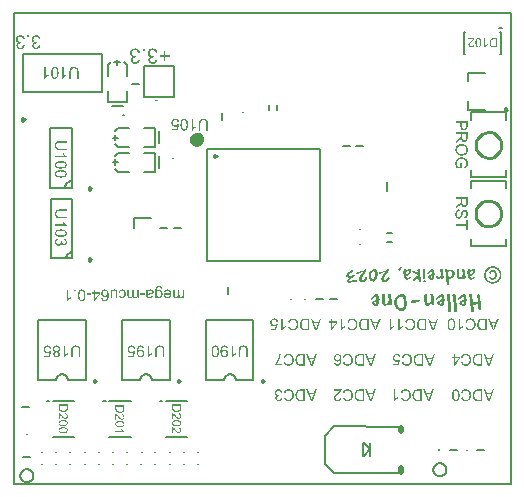
<source format=gto>
G04*
G04 #@! TF.GenerationSoftware,Altium Limited,Altium Designer,23.4.1 (23)*
G04*
G04 Layer_Color=65535*
%FSLAX25Y25*%
%MOIN*%
G70*
G04*
G04 #@! TF.SameCoordinates,CD6A452F-F53C-44A8-BAF7-BA8057297808*
G04*
G04*
G04 #@! TF.FilePolarity,Positive*
G04*
G01*
G75*
%ADD10C,0.00984*%
%ADD11C,0.02362*%
%ADD12C,0.00787*%
%ADD13C,0.00591*%
%ADD14C,0.01000*%
%ADD15C,0.00300*%
%ADD16C,0.00669*%
%ADD17C,0.00800*%
%ADD18C,0.01968*%
G36*
X128150Y43760D02*
X128188D01*
X128233Y43756D01*
X128285Y43749D01*
X128341Y43738D01*
X128405Y43726D01*
X128472Y43711D01*
X128540Y43692D01*
X128611Y43670D01*
X128686Y43640D01*
X128758Y43606D01*
X128829Y43569D01*
X128896Y43524D01*
X128960Y43471D01*
X128964Y43468D01*
X128975Y43456D01*
X128990Y43441D01*
X129013Y43419D01*
X129039Y43389D01*
X129065Y43351D01*
X129099Y43310D01*
X129129Y43265D01*
X129163Y43213D01*
X129196Y43152D01*
X129226Y43089D01*
X129256Y43018D01*
X129282Y42943D01*
X129305Y42864D01*
X129324Y42781D01*
X129335Y42691D01*
X128840Y42650D01*
Y42654D01*
X128836Y42665D01*
X128832Y42684D01*
X128829Y42710D01*
X128821Y42740D01*
X128814Y42774D01*
X128788Y42856D01*
X128754Y42943D01*
X128712Y43033D01*
X128656Y43123D01*
X128622Y43160D01*
X128589Y43198D01*
X128585Y43201D01*
X128577Y43205D01*
X128566Y43213D01*
X128551Y43224D01*
X128533Y43239D01*
X128510Y43254D01*
X128450Y43288D01*
X128379Y43321D01*
X128296Y43347D01*
X128202Y43370D01*
X128154Y43374D01*
X128101Y43378D01*
X128068D01*
X128045Y43374D01*
X128015Y43370D01*
X127981Y43363D01*
X127944Y43355D01*
X127902Y43344D01*
X127809Y43314D01*
X127764Y43295D01*
X127715Y43269D01*
X127666Y43239D01*
X127618Y43205D01*
X127569Y43167D01*
X127524Y43123D01*
X127520Y43119D01*
X127513Y43111D01*
X127501Y43096D01*
X127486Y43074D01*
X127468Y43051D01*
X127449Y43018D01*
X127426Y42980D01*
X127404Y42939D01*
X127385Y42894D01*
X127363Y42841D01*
X127344Y42785D01*
X127325Y42725D01*
X127310Y42661D01*
X127299Y42590D01*
X127291Y42519D01*
X127287Y42440D01*
Y42436D01*
Y42421D01*
Y42402D01*
X127291Y42373D01*
X127295Y42339D01*
X127299Y42301D01*
X127306Y42256D01*
X127318Y42208D01*
X127344Y42106D01*
X127363Y42054D01*
X127385Y42001D01*
X127411Y41949D01*
X127441Y41896D01*
X127475Y41848D01*
X127516Y41802D01*
X127520Y41799D01*
X127527Y41791D01*
X127539Y41780D01*
X127558Y41765D01*
X127580Y41746D01*
X127606Y41728D01*
X127640Y41705D01*
X127674Y41682D01*
X127715Y41664D01*
X127760Y41641D01*
X127809Y41622D01*
X127861Y41604D01*
X127921Y41589D01*
X127981Y41578D01*
X128045Y41570D01*
X128112Y41566D01*
X128150D01*
X128173Y41570D01*
X128195D01*
X128251Y41578D01*
X128315Y41592D01*
X128383Y41611D01*
X128454Y41638D01*
X128525Y41671D01*
X128529D01*
X128533Y41675D01*
X128555Y41690D01*
X128589Y41712D01*
X128626Y41743D01*
X128675Y41784D01*
X128720Y41829D01*
X128769Y41881D01*
X128810Y41938D01*
X129253Y41881D01*
X128881Y39905D01*
X126965D01*
Y40355D01*
X128506D01*
X128712Y41394D01*
X128709Y41390D01*
X128698Y41383D01*
X128679Y41371D01*
X128653Y41356D01*
X128622Y41337D01*
X128581Y41315D01*
X128540Y41296D01*
X128491Y41270D01*
X128439Y41247D01*
X128383Y41229D01*
X128259Y41188D01*
X128195Y41173D01*
X128128Y41161D01*
X128056Y41154D01*
X127985Y41150D01*
X127963D01*
X127936Y41154D01*
X127899D01*
X127857Y41161D01*
X127805Y41169D01*
X127749Y41180D01*
X127689Y41195D01*
X127625Y41214D01*
X127554Y41236D01*
X127482Y41263D01*
X127411Y41296D01*
X127340Y41337D01*
X127269Y41383D01*
X127201Y41439D01*
X127134Y41499D01*
X127130Y41502D01*
X127119Y41514D01*
X127100Y41536D01*
X127077Y41563D01*
X127051Y41596D01*
X127025Y41638D01*
X126991Y41686D01*
X126957Y41743D01*
X126927Y41802D01*
X126894Y41870D01*
X126867Y41945D01*
X126838Y42024D01*
X126819Y42110D01*
X126800Y42200D01*
X126789Y42298D01*
X126785Y42399D01*
Y42406D01*
Y42421D01*
X126789Y42448D01*
Y42485D01*
X126793Y42530D01*
X126800Y42582D01*
X126811Y42643D01*
X126822Y42706D01*
X126841Y42774D01*
X126860Y42849D01*
X126886Y42924D01*
X126916Y42999D01*
X126950Y43074D01*
X126991Y43152D01*
X127040Y43227D01*
X127093Y43299D01*
X127096Y43303D01*
X127111Y43317D01*
X127130Y43340D01*
X127160Y43370D01*
X127198Y43407D01*
X127243Y43445D01*
X127295Y43486D01*
X127355Y43531D01*
X127426Y43576D01*
X127501Y43617D01*
X127584Y43655D01*
X127674Y43692D01*
X127771Y43723D01*
X127873Y43745D01*
X127985Y43760D01*
X128101Y43764D01*
X128124D01*
X128150Y43760D01*
D02*
G37*
G36*
X139426Y39856D02*
X138875D01*
X137304Y43700D01*
X137881D01*
X138328Y42538D01*
X139940D01*
X140360Y43700D01*
X140896D01*
X139426Y39856D01*
D02*
G37*
G36*
X131469Y43760D02*
X131521Y43756D01*
X131581Y43749D01*
X131649Y43741D01*
X131724Y43734D01*
X131802Y43719D01*
X131885Y43704D01*
X131967Y43681D01*
X132054Y43659D01*
X132136Y43629D01*
X132222Y43595D01*
X132301Y43558D01*
X132376Y43512D01*
X132380Y43509D01*
X132391Y43501D01*
X132414Y43486D01*
X132440Y43464D01*
X132474Y43441D01*
X132508Y43407D01*
X132549Y43370D01*
X132594Y43325D01*
X132642Y43276D01*
X132691Y43224D01*
X132740Y43164D01*
X132789Y43096D01*
X132834Y43025D01*
X132882Y42950D01*
X132924Y42867D01*
X132965Y42781D01*
X132969Y42774D01*
X132973Y42759D01*
X132984Y42733D01*
X132995Y42699D01*
X133010Y42654D01*
X133029Y42601D01*
X133047Y42541D01*
X133066Y42474D01*
X133085Y42399D01*
X133104Y42320D01*
X133119Y42234D01*
X133138Y42144D01*
X133149Y42050D01*
X133160Y41952D01*
X133164Y41851D01*
X133168Y41750D01*
Y41743D01*
Y41724D01*
Y41690D01*
X133164Y41649D01*
X133160Y41596D01*
X133156Y41536D01*
X133149Y41469D01*
X133138Y41394D01*
X133126Y41315D01*
X133111Y41232D01*
X133092Y41142D01*
X133070Y41056D01*
X133044Y40966D01*
X133014Y40876D01*
X132980Y40790D01*
X132939Y40704D01*
X132935Y40700D01*
X132928Y40685D01*
X132916Y40659D01*
X132897Y40629D01*
X132871Y40591D01*
X132845Y40550D01*
X132811Y40501D01*
X132770Y40449D01*
X132729Y40396D01*
X132680Y40340D01*
X132624Y40284D01*
X132568Y40227D01*
X132504Y40171D01*
X132436Y40119D01*
X132365Y40066D01*
X132286Y40021D01*
X132282Y40018D01*
X132267Y40010D01*
X132245Y39999D01*
X132211Y39984D01*
X132174Y39969D01*
X132125Y39946D01*
X132072Y39928D01*
X132009Y39905D01*
X131945Y39882D01*
X131874Y39864D01*
X131795Y39841D01*
X131712Y39826D01*
X131626Y39811D01*
X131540Y39800D01*
X131446Y39792D01*
X131352Y39789D01*
X131296D01*
X131255Y39792D01*
X131206Y39796D01*
X131150Y39804D01*
X131086Y39815D01*
X131015Y39826D01*
X130944Y39841D01*
X130865Y39860D01*
X130782Y39886D01*
X130704Y39913D01*
X130621Y39946D01*
X130539Y39987D01*
X130460Y40033D01*
X130385Y40085D01*
X130381Y40089D01*
X130366Y40100D01*
X130348Y40115D01*
X130321Y40137D01*
X130288Y40167D01*
X130254Y40205D01*
X130212Y40250D01*
X130167Y40299D01*
X130122Y40355D01*
X130078Y40415D01*
X130033Y40483D01*
X129988Y40558D01*
X129943Y40636D01*
X129901Y40723D01*
X129867Y40813D01*
X129834Y40910D01*
X130336Y41026D01*
Y41023D01*
X130344Y41008D01*
X130351Y40985D01*
X130362Y40959D01*
X130374Y40925D01*
X130393Y40884D01*
X130411Y40843D01*
X130434Y40794D01*
X130490Y40696D01*
X130558Y40595D01*
X130636Y40501D01*
X130681Y40456D01*
X130726Y40419D01*
X130730Y40415D01*
X130737Y40411D01*
X130753Y40400D01*
X130771Y40389D01*
X130798Y40374D01*
X130827Y40359D01*
X130861Y40340D01*
X130903Y40321D01*
X130944Y40303D01*
X130992Y40284D01*
X131045Y40269D01*
X131101Y40254D01*
X131225Y40231D01*
X131292Y40227D01*
X131364Y40224D01*
X131405D01*
X131439Y40227D01*
X131476Y40231D01*
X131521Y40235D01*
X131570Y40242D01*
X131623Y40250D01*
X131743Y40276D01*
X131802Y40291D01*
X131866Y40314D01*
X131926Y40340D01*
X131990Y40366D01*
X132050Y40400D01*
X132106Y40437D01*
X132110Y40441D01*
X132117Y40449D01*
X132132Y40460D01*
X132155Y40475D01*
X132177Y40497D01*
X132208Y40524D01*
X132238Y40554D01*
X132267Y40587D01*
X132305Y40629D01*
X132339Y40670D01*
X132372Y40719D01*
X132406Y40771D01*
X132440Y40824D01*
X132470Y40884D01*
X132496Y40944D01*
X132522Y41011D01*
Y41015D01*
X132526Y41026D01*
X132534Y41045D01*
X132541Y41071D01*
X132549Y41105D01*
X132560Y41142D01*
X132571Y41188D01*
X132582Y41236D01*
X132594Y41289D01*
X132605Y41349D01*
X132624Y41473D01*
X132639Y41607D01*
X132642Y41746D01*
Y41750D01*
Y41769D01*
Y41795D01*
X132639Y41829D01*
Y41870D01*
X132635Y41923D01*
X132631Y41975D01*
X132624Y42039D01*
X132616Y42103D01*
X132609Y42170D01*
X132582Y42316D01*
X132549Y42463D01*
X132500Y42605D01*
Y42609D01*
X132492Y42620D01*
X132485Y42639D01*
X132474Y42665D01*
X132459Y42695D01*
X132440Y42729D01*
X132391Y42807D01*
X132327Y42897D01*
X132253Y42987D01*
X132162Y43074D01*
X132110Y43111D01*
X132057Y43149D01*
X132054Y43152D01*
X132043Y43156D01*
X132027Y43164D01*
X132005Y43175D01*
X131979Y43190D01*
X131945Y43205D01*
X131907Y43220D01*
X131862Y43239D01*
X131817Y43254D01*
X131765Y43273D01*
X131656Y43299D01*
X131533Y43321D01*
X131469Y43325D01*
X131405Y43329D01*
X131364D01*
X131334Y43325D01*
X131296Y43321D01*
X131255Y43317D01*
X131206Y43310D01*
X131154Y43299D01*
X131041Y43269D01*
X130981Y43250D01*
X130918Y43227D01*
X130858Y43198D01*
X130798Y43164D01*
X130737Y43126D01*
X130681Y43085D01*
X130677Y43081D01*
X130670Y43074D01*
X130651Y43059D01*
X130632Y43040D01*
X130610Y43014D01*
X130580Y42980D01*
X130550Y42943D01*
X130520Y42901D01*
X130486Y42853D01*
X130453Y42796D01*
X130419Y42736D01*
X130385Y42673D01*
X130355Y42601D01*
X130329Y42522D01*
X130303Y42440D01*
X130280Y42354D01*
X129770Y42481D01*
Y42489D01*
X129778Y42507D01*
X129789Y42541D01*
X129800Y42582D01*
X129819Y42635D01*
X129841Y42695D01*
X129871Y42763D01*
X129901Y42834D01*
X129939Y42913D01*
X129980Y42991D01*
X130029Y43070D01*
X130081Y43149D01*
X130141Y43227D01*
X130201Y43303D01*
X130272Y43374D01*
X130348Y43437D01*
X130351Y43441D01*
X130366Y43453D01*
X130389Y43468D01*
X130422Y43490D01*
X130464Y43512D01*
X130512Y43539D01*
X130569Y43569D01*
X130629Y43599D01*
X130700Y43633D01*
X130779Y43659D01*
X130861Y43689D01*
X130951Y43711D01*
X131049Y43734D01*
X131146Y43749D01*
X131255Y43760D01*
X131364Y43764D01*
X131424D01*
X131469Y43760D01*
D02*
G37*
G36*
X136899Y39856D02*
X135462D01*
X135421Y39860D01*
X135372D01*
X135324Y39864D01*
X135211Y39871D01*
X135099Y39879D01*
X134990Y39894D01*
X134938Y39901D01*
X134892Y39913D01*
X134889D01*
X134878Y39916D01*
X134859Y39920D01*
X134836Y39928D01*
X134806Y39935D01*
X134776Y39946D01*
X134739Y39961D01*
X134697Y39976D01*
X134608Y40014D01*
X134514Y40062D01*
X134416Y40119D01*
X134326Y40190D01*
X134323Y40194D01*
X134311Y40201D01*
X134296Y40216D01*
X134277Y40235D01*
X134251Y40261D01*
X134221Y40291D01*
X134191Y40329D01*
X134154Y40366D01*
X134120Y40411D01*
X134082Y40464D01*
X134045Y40516D01*
X134008Y40573D01*
X133970Y40636D01*
X133936Y40704D01*
X133872Y40846D01*
Y40850D01*
X133865Y40865D01*
X133858Y40887D01*
X133850Y40918D01*
X133835Y40955D01*
X133824Y41000D01*
X133809Y41052D01*
X133794Y41109D01*
X133782Y41173D01*
X133767Y41244D01*
X133753Y41319D01*
X133741Y41398D01*
X133734Y41484D01*
X133726Y41570D01*
X133719Y41758D01*
Y41761D01*
Y41776D01*
Y41799D01*
Y41833D01*
X133722Y41870D01*
Y41915D01*
X133726Y41964D01*
X133730Y42020D01*
X133738Y42080D01*
X133745Y42140D01*
X133764Y42271D01*
X133790Y42406D01*
X133824Y42538D01*
Y42541D01*
X133827Y42553D01*
X133835Y42571D01*
X133843Y42594D01*
X133854Y42624D01*
X133865Y42658D01*
X133880Y42695D01*
X133895Y42733D01*
X133932Y42823D01*
X133977Y42916D01*
X134030Y43010D01*
X134086Y43096D01*
Y43100D01*
X134094Y43108D01*
X134101Y43119D01*
X134113Y43134D01*
X134146Y43171D01*
X134187Y43224D01*
X134240Y43280D01*
X134300Y43336D01*
X134364Y43393D01*
X134435Y43445D01*
X134439D01*
X134442Y43449D01*
X134454Y43456D01*
X134469Y43468D01*
X134487Y43475D01*
X134510Y43490D01*
X134563Y43516D01*
X134630Y43546D01*
X134709Y43580D01*
X134799Y43610D01*
X134896Y43636D01*
X134900D01*
X134907Y43640D01*
X134923Y43644D01*
X134945Y43648D01*
X134968Y43651D01*
X134997Y43655D01*
X135035Y43663D01*
X135073Y43666D01*
X135117Y43674D01*
X135162Y43681D01*
X135267Y43689D01*
X135384Y43696D01*
X135511Y43700D01*
X136899D01*
Y39856D01*
D02*
G37*
G36*
X159126D02*
X158575D01*
X157004Y43700D01*
X157581D01*
X158028Y42538D01*
X159640D01*
X160060Y43700D01*
X160596D01*
X159126Y39856D01*
D02*
G37*
G36*
X151169Y43760D02*
X151221Y43756D01*
X151281Y43749D01*
X151349Y43741D01*
X151424Y43734D01*
X151503Y43719D01*
X151585Y43704D01*
X151667Y43681D01*
X151754Y43659D01*
X151836Y43629D01*
X151923Y43595D01*
X152001Y43558D01*
X152076Y43512D01*
X152080Y43509D01*
X152091Y43501D01*
X152114Y43486D01*
X152140Y43464D01*
X152174Y43441D01*
X152208Y43407D01*
X152249Y43370D01*
X152294Y43325D01*
X152342Y43276D01*
X152391Y43224D01*
X152440Y43164D01*
X152489Y43096D01*
X152534Y43025D01*
X152583Y42950D01*
X152624Y42867D01*
X152665Y42781D01*
X152669Y42774D01*
X152673Y42759D01*
X152684Y42733D01*
X152695Y42699D01*
X152710Y42654D01*
X152729Y42601D01*
X152747Y42541D01*
X152766Y42474D01*
X152785Y42399D01*
X152804Y42320D01*
X152819Y42234D01*
X152838Y42144D01*
X152849Y42050D01*
X152860Y41952D01*
X152864Y41851D01*
X152867Y41750D01*
Y41743D01*
Y41724D01*
Y41690D01*
X152864Y41649D01*
X152860Y41596D01*
X152856Y41536D01*
X152849Y41469D01*
X152838Y41394D01*
X152826Y41315D01*
X152811Y41232D01*
X152793Y41142D01*
X152770Y41056D01*
X152744Y40966D01*
X152714Y40876D01*
X152680Y40790D01*
X152639Y40704D01*
X152635Y40700D01*
X152628Y40685D01*
X152616Y40659D01*
X152597Y40629D01*
X152571Y40591D01*
X152545Y40550D01*
X152511Y40501D01*
X152470Y40449D01*
X152429Y40396D01*
X152380Y40340D01*
X152324Y40284D01*
X152268Y40227D01*
X152204Y40171D01*
X152136Y40119D01*
X152065Y40066D01*
X151986Y40021D01*
X151982Y40018D01*
X151968Y40010D01*
X151945Y39999D01*
X151911Y39984D01*
X151874Y39969D01*
X151825Y39946D01*
X151772Y39928D01*
X151709Y39905D01*
X151645Y39882D01*
X151574Y39864D01*
X151495Y39841D01*
X151412Y39826D01*
X151326Y39811D01*
X151240Y39800D01*
X151146Y39792D01*
X151052Y39789D01*
X150996D01*
X150955Y39792D01*
X150906Y39796D01*
X150850Y39804D01*
X150786Y39815D01*
X150715Y39826D01*
X150644Y39841D01*
X150565Y39860D01*
X150482Y39886D01*
X150404Y39913D01*
X150321Y39946D01*
X150239Y39987D01*
X150160Y40033D01*
X150085Y40085D01*
X150081Y40089D01*
X150066Y40100D01*
X150048Y40115D01*
X150021Y40137D01*
X149987Y40167D01*
X149954Y40205D01*
X149913Y40250D01*
X149867Y40299D01*
X149822Y40355D01*
X149777Y40415D01*
X149732Y40483D01*
X149688Y40558D01*
X149643Y40636D01*
X149601Y40723D01*
X149567Y40813D01*
X149534Y40910D01*
X150036Y41026D01*
Y41023D01*
X150044Y41008D01*
X150051Y40985D01*
X150063Y40959D01*
X150074Y40925D01*
X150092Y40884D01*
X150111Y40843D01*
X150134Y40794D01*
X150190Y40696D01*
X150258Y40595D01*
X150336Y40501D01*
X150381Y40456D01*
X150426Y40419D01*
X150430Y40415D01*
X150437Y40411D01*
X150452Y40400D01*
X150471Y40389D01*
X150497Y40374D01*
X150528Y40359D01*
X150561Y40340D01*
X150602Y40321D01*
X150644Y40303D01*
X150692Y40284D01*
X150745Y40269D01*
X150801Y40254D01*
X150925Y40231D01*
X150993Y40227D01*
X151064Y40224D01*
X151105D01*
X151139Y40227D01*
X151176Y40231D01*
X151221Y40235D01*
X151270Y40242D01*
X151322Y40250D01*
X151443Y40276D01*
X151503Y40291D01*
X151566Y40314D01*
X151626Y40340D01*
X151690Y40366D01*
X151750Y40400D01*
X151806Y40437D01*
X151810Y40441D01*
X151818Y40449D01*
X151832Y40460D01*
X151855Y40475D01*
X151877Y40497D01*
X151908Y40524D01*
X151937Y40554D01*
X151968Y40587D01*
X152005Y40629D01*
X152039Y40670D01*
X152073Y40719D01*
X152106Y40771D01*
X152140Y40824D01*
X152170Y40884D01*
X152196Y40944D01*
X152223Y41011D01*
Y41015D01*
X152226Y41026D01*
X152234Y41045D01*
X152241Y41071D01*
X152249Y41105D01*
X152260Y41142D01*
X152271Y41188D01*
X152283Y41236D01*
X152294Y41289D01*
X152305Y41349D01*
X152324Y41473D01*
X152339Y41607D01*
X152342Y41746D01*
Y41750D01*
Y41769D01*
Y41795D01*
X152339Y41829D01*
Y41870D01*
X152335Y41923D01*
X152331Y41975D01*
X152324Y42039D01*
X152316Y42103D01*
X152309Y42170D01*
X152283Y42316D01*
X152249Y42463D01*
X152200Y42605D01*
Y42609D01*
X152192Y42620D01*
X152185Y42639D01*
X152174Y42665D01*
X152159Y42695D01*
X152140Y42729D01*
X152091Y42807D01*
X152027Y42897D01*
X151953Y42987D01*
X151863Y43074D01*
X151810Y43111D01*
X151758Y43149D01*
X151754Y43152D01*
X151742Y43156D01*
X151727Y43164D01*
X151705Y43175D01*
X151679Y43190D01*
X151645Y43205D01*
X151608Y43220D01*
X151562Y43239D01*
X151517Y43254D01*
X151465Y43273D01*
X151356Y43299D01*
X151233Y43321D01*
X151169Y43325D01*
X151105Y43329D01*
X151064D01*
X151034Y43325D01*
X150996Y43321D01*
X150955Y43317D01*
X150906Y43310D01*
X150854Y43299D01*
X150741Y43269D01*
X150681Y43250D01*
X150618Y43227D01*
X150557Y43198D01*
X150497Y43164D01*
X150437Y43126D01*
X150381Y43085D01*
X150378Y43081D01*
X150370Y43074D01*
X150351Y43059D01*
X150332Y43040D01*
X150310Y43014D01*
X150280Y42980D01*
X150250Y42943D01*
X150220Y42901D01*
X150186Y42853D01*
X150153Y42796D01*
X150119Y42736D01*
X150085Y42673D01*
X150055Y42601D01*
X150029Y42522D01*
X150003Y42440D01*
X149980Y42354D01*
X149470Y42481D01*
Y42489D01*
X149478Y42507D01*
X149489Y42541D01*
X149500Y42582D01*
X149519Y42635D01*
X149541Y42695D01*
X149571Y42763D01*
X149601Y42834D01*
X149639Y42913D01*
X149680Y42991D01*
X149729Y43070D01*
X149781Y43149D01*
X149841Y43227D01*
X149901Y43303D01*
X149972Y43374D01*
X150048Y43437D01*
X150051Y43441D01*
X150066Y43453D01*
X150089Y43468D01*
X150122Y43490D01*
X150164Y43512D01*
X150213Y43539D01*
X150269Y43569D01*
X150329Y43599D01*
X150400Y43633D01*
X150479Y43659D01*
X150561Y43689D01*
X150651Y43711D01*
X150749Y43734D01*
X150846Y43749D01*
X150955Y43760D01*
X151064Y43764D01*
X151124D01*
X151169Y43760D01*
D02*
G37*
G36*
X156599Y39856D02*
X155163D01*
X155121Y39860D01*
X155072D01*
X155024Y39864D01*
X154911Y39871D01*
X154799Y39879D01*
X154690Y39894D01*
X154638Y39901D01*
X154593Y39913D01*
X154589D01*
X154578Y39916D01*
X154559Y39920D01*
X154536Y39928D01*
X154506Y39935D01*
X154476Y39946D01*
X154439Y39961D01*
X154397Y39976D01*
X154307Y40014D01*
X154214Y40062D01*
X154116Y40119D01*
X154026Y40190D01*
X154023Y40194D01*
X154011Y40201D01*
X153996Y40216D01*
X153978Y40235D01*
X153951Y40261D01*
X153921Y40291D01*
X153891Y40329D01*
X153854Y40366D01*
X153820Y40411D01*
X153782Y40464D01*
X153745Y40516D01*
X153708Y40573D01*
X153670Y40636D01*
X153636Y40704D01*
X153572Y40846D01*
Y40850D01*
X153565Y40865D01*
X153558Y40887D01*
X153550Y40918D01*
X153535Y40955D01*
X153524Y41000D01*
X153509Y41052D01*
X153494Y41109D01*
X153482Y41173D01*
X153468Y41244D01*
X153453Y41319D01*
X153441Y41398D01*
X153434Y41484D01*
X153426Y41570D01*
X153419Y41758D01*
Y41761D01*
Y41776D01*
Y41799D01*
Y41833D01*
X153422Y41870D01*
Y41915D01*
X153426Y41964D01*
X153430Y42020D01*
X153437Y42080D01*
X153445Y42140D01*
X153464Y42271D01*
X153490Y42406D01*
X153524Y42538D01*
Y42541D01*
X153527Y42553D01*
X153535Y42571D01*
X153542Y42594D01*
X153554Y42624D01*
X153565Y42658D01*
X153580Y42695D01*
X153595Y42733D01*
X153632Y42823D01*
X153677Y42916D01*
X153730Y43010D01*
X153786Y43096D01*
Y43100D01*
X153794Y43108D01*
X153801Y43119D01*
X153813Y43134D01*
X153846Y43171D01*
X153887Y43224D01*
X153940Y43280D01*
X154000Y43336D01*
X154064Y43393D01*
X154135Y43445D01*
X154139D01*
X154142Y43449D01*
X154154Y43456D01*
X154169Y43468D01*
X154188Y43475D01*
X154210Y43490D01*
X154262Y43516D01*
X154330Y43546D01*
X154409Y43580D01*
X154499Y43610D01*
X154596Y43636D01*
X154600D01*
X154607Y43640D01*
X154622Y43644D01*
X154645Y43648D01*
X154667Y43651D01*
X154698Y43655D01*
X154735Y43663D01*
X154772Y43666D01*
X154817Y43674D01*
X154862Y43681D01*
X154967Y43689D01*
X155084Y43696D01*
X155211Y43700D01*
X156599D01*
Y39856D01*
D02*
G37*
G36*
X147520Y42781D02*
X149189D01*
Y42350D01*
X147434Y39856D01*
X147047D01*
Y42350D01*
X146530D01*
Y42781D01*
X147047D01*
Y43700D01*
X147520D01*
Y42781D01*
D02*
G37*
G36*
X88761Y31960D02*
X88795D01*
X88840Y31956D01*
X88889Y31949D01*
X88945Y31938D01*
X89009Y31926D01*
X89073Y31911D01*
X89140Y31889D01*
X89211Y31866D01*
X89279Y31836D01*
X89350Y31802D01*
X89421Y31761D01*
X89489Y31716D01*
X89552Y31664D01*
X89556Y31660D01*
X89568Y31649D01*
X89583Y31634D01*
X89605Y31607D01*
X89631Y31578D01*
X89661Y31544D01*
X89691Y31503D01*
X89725Y31454D01*
X89759Y31401D01*
X89793Y31341D01*
X89823Y31277D01*
X89852Y31206D01*
X89879Y31131D01*
X89901Y31053D01*
X89920Y30970D01*
X89931Y30880D01*
X89459Y30816D01*
Y30820D01*
X89455Y30835D01*
X89451Y30854D01*
X89444Y30884D01*
X89436Y30914D01*
X89425Y30955D01*
X89410Y30996D01*
X89395Y31041D01*
X89358Y31135D01*
X89309Y31233D01*
X89253Y31323D01*
X89219Y31360D01*
X89185Y31398D01*
X89181D01*
X89178Y31405D01*
X89166Y31413D01*
X89151Y31424D01*
X89132Y31439D01*
X89110Y31454D01*
X89054Y31484D01*
X88982Y31517D01*
X88900Y31547D01*
X88810Y31566D01*
X88761Y31570D01*
X88709Y31574D01*
X88675D01*
X88652Y31570D01*
X88622Y31566D01*
X88592Y31563D01*
X88555Y31555D01*
X88514Y31544D01*
X88424Y31517D01*
X88379Y31499D01*
X88330Y31476D01*
X88281Y31450D01*
X88236Y31420D01*
X88191Y31386D01*
X88146Y31345D01*
X88143Y31341D01*
X88135Y31334D01*
X88124Y31323D01*
X88109Y31304D01*
X88094Y31281D01*
X88075Y31255D01*
X88052Y31225D01*
X88030Y31187D01*
X88011Y31150D01*
X87989Y31105D01*
X87951Y31008D01*
X87940Y30955D01*
X87929Y30899D01*
X87921Y30839D01*
X87918Y30775D01*
Y30771D01*
Y30760D01*
Y30745D01*
X87921Y30719D01*
X87925Y30692D01*
X87929Y30659D01*
X87936Y30625D01*
X87944Y30584D01*
X87970Y30501D01*
X87985Y30456D01*
X88007Y30411D01*
X88034Y30366D01*
X88060Y30321D01*
X88094Y30280D01*
X88131Y30239D01*
X88135Y30235D01*
X88143Y30231D01*
X88154Y30220D01*
X88169Y30205D01*
X88191Y30190D01*
X88218Y30171D01*
X88244Y30152D01*
X88278Y30134D01*
X88315Y30115D01*
X88356Y30096D01*
X88450Y30062D01*
X88555Y30036D01*
X88611Y30033D01*
X88671Y30029D01*
X88694D01*
X88724Y30033D01*
X88761Y30036D01*
X88810Y30040D01*
X88866Y30048D01*
X88930Y30062D01*
X89001Y30077D01*
X88949Y29665D01*
X88941D01*
X88923Y29669D01*
X88896Y29673D01*
X88844D01*
X88821Y29669D01*
X88795D01*
X88765Y29665D01*
X88731Y29658D01*
X88694Y29654D01*
X88608Y29635D01*
X88517Y29605D01*
X88424Y29568D01*
X88330Y29515D01*
X88326Y29511D01*
X88319Y29507D01*
X88307Y29500D01*
X88292Y29485D01*
X88274Y29470D01*
X88251Y29447D01*
X88232Y29425D01*
X88206Y29395D01*
X88184Y29365D01*
X88165Y29327D01*
X88143Y29286D01*
X88124Y29245D01*
X88109Y29196D01*
X88098Y29144D01*
X88090Y29091D01*
X88086Y29031D01*
Y29028D01*
Y29020D01*
Y29005D01*
X88090Y28986D01*
Y28964D01*
X88094Y28938D01*
X88109Y28877D01*
X88127Y28810D01*
X88161Y28739D01*
X88203Y28668D01*
X88232Y28634D01*
X88262Y28600D01*
X88266Y28596D01*
X88270Y28593D01*
X88281Y28585D01*
X88292Y28574D01*
X88334Y28544D01*
X88386Y28514D01*
X88450Y28484D01*
X88529Y28454D01*
X88619Y28435D01*
X88664Y28427D01*
X88743D01*
X88761Y28431D01*
X88788D01*
X88814Y28435D01*
X88877Y28450D01*
X88952Y28469D01*
X89028Y28503D01*
X89106Y28544D01*
X89144Y28574D01*
X89178Y28604D01*
X89181Y28607D01*
X89185Y28611D01*
X89196Y28622D01*
X89208Y28637D01*
X89223Y28653D01*
X89237Y28675D01*
X89256Y28701D01*
X89275Y28731D01*
X89294Y28769D01*
X89316Y28806D01*
X89335Y28848D01*
X89354Y28896D01*
X89369Y28945D01*
X89388Y29001D01*
X89399Y29057D01*
X89410Y29121D01*
X89882Y29039D01*
Y29035D01*
X89879Y29016D01*
X89871Y28994D01*
X89864Y28960D01*
X89852Y28923D01*
X89837Y28874D01*
X89823Y28825D01*
X89800Y28769D01*
X89777Y28712D01*
X89748Y28653D01*
X89718Y28589D01*
X89680Y28529D01*
X89643Y28469D01*
X89597Y28409D01*
X89545Y28356D01*
X89492Y28304D01*
X89489Y28300D01*
X89477Y28293D01*
X89463Y28281D01*
X89436Y28262D01*
X89406Y28244D01*
X89372Y28221D01*
X89328Y28195D01*
X89283Y28172D01*
X89230Y28146D01*
X89170Y28124D01*
X89106Y28101D01*
X89039Y28082D01*
X88968Y28064D01*
X88893Y28052D01*
X88810Y28045D01*
X88727Y28041D01*
X88697D01*
X88675Y28045D01*
X88645D01*
X88615Y28049D01*
X88578Y28052D01*
X88536Y28056D01*
X88446Y28075D01*
X88353Y28098D01*
X88251Y28131D01*
X88150Y28176D01*
X88146D01*
X88139Y28184D01*
X88124Y28191D01*
X88105Y28203D01*
X88082Y28214D01*
X88060Y28232D01*
X88000Y28274D01*
X87932Y28326D01*
X87865Y28390D01*
X87801Y28465D01*
X87745Y28547D01*
Y28551D01*
X87738Y28559D01*
X87730Y28570D01*
X87722Y28589D01*
X87711Y28607D01*
X87700Y28634D01*
X87674Y28697D01*
X87647Y28769D01*
X87625Y28855D01*
X87610Y28945D01*
X87603Y29043D01*
Y29046D01*
Y29054D01*
Y29065D01*
X87606Y29084D01*
Y29106D01*
X87610Y29133D01*
X87617Y29193D01*
X87636Y29264D01*
X87659Y29339D01*
X87692Y29417D01*
X87738Y29496D01*
Y29500D01*
X87745Y29504D01*
X87752Y29515D01*
X87764Y29530D01*
X87794Y29568D01*
X87839Y29612D01*
X87895Y29665D01*
X87963Y29717D01*
X88041Y29770D01*
X88135Y29819D01*
X88131D01*
X88120Y29822D01*
X88101Y29826D01*
X88079Y29834D01*
X88049Y29845D01*
X88019Y29856D01*
X87940Y29890D01*
X87858Y29931D01*
X87767Y29991D01*
X87681Y30059D01*
X87644Y30100D01*
X87606Y30145D01*
X87603Y30149D01*
X87599Y30156D01*
X87587Y30171D01*
X87576Y30190D01*
X87561Y30213D01*
X87546Y30242D01*
X87528Y30276D01*
X87509Y30314D01*
X87494Y30359D01*
X87475Y30404D01*
X87460Y30456D01*
X87445Y30509D01*
X87423Y30629D01*
X87419Y30696D01*
X87415Y30764D01*
Y30768D01*
Y30786D01*
X87419Y30812D01*
Y30846D01*
X87426Y30891D01*
X87434Y30940D01*
X87445Y30996D01*
X87460Y31060D01*
X87479Y31124D01*
X87505Y31191D01*
X87535Y31262D01*
X87569Y31334D01*
X87614Y31405D01*
X87663Y31480D01*
X87719Y31547D01*
X87783Y31615D01*
X87786Y31619D01*
X87797Y31630D01*
X87820Y31649D01*
X87850Y31668D01*
X87884Y31697D01*
X87929Y31724D01*
X87977Y31758D01*
X88038Y31787D01*
X88101Y31821D01*
X88173Y31855D01*
X88248Y31881D01*
X88330Y31907D01*
X88416Y31930D01*
X88510Y31949D01*
X88608Y31960D01*
X88713Y31964D01*
X88735D01*
X88761Y31960D01*
D02*
G37*
G36*
X100026Y28056D02*
X99475D01*
X97904Y31900D01*
X98481D01*
X98927Y30738D01*
X100540D01*
X100960Y31900D01*
X101496D01*
X100026Y28056D01*
D02*
G37*
G36*
X92069Y31960D02*
X92121Y31956D01*
X92181Y31949D01*
X92249Y31941D01*
X92324Y31934D01*
X92402Y31919D01*
X92485Y31904D01*
X92567Y31881D01*
X92654Y31859D01*
X92736Y31829D01*
X92822Y31795D01*
X92901Y31758D01*
X92976Y31712D01*
X92980Y31709D01*
X92991Y31701D01*
X93014Y31686D01*
X93040Y31664D01*
X93074Y31641D01*
X93107Y31607D01*
X93149Y31570D01*
X93194Y31525D01*
X93243Y31476D01*
X93291Y31424D01*
X93340Y31364D01*
X93389Y31296D01*
X93434Y31225D01*
X93483Y31150D01*
X93524Y31067D01*
X93565Y30981D01*
X93569Y30974D01*
X93572Y30959D01*
X93584Y30933D01*
X93595Y30899D01*
X93610Y30854D01*
X93629Y30801D01*
X93647Y30741D01*
X93666Y30674D01*
X93685Y30599D01*
X93704Y30520D01*
X93719Y30434D01*
X93738Y30344D01*
X93749Y30250D01*
X93760Y30152D01*
X93764Y30051D01*
X93767Y29950D01*
Y29943D01*
Y29924D01*
Y29890D01*
X93764Y29849D01*
X93760Y29796D01*
X93756Y29736D01*
X93749Y29669D01*
X93738Y29594D01*
X93726Y29515D01*
X93711Y29432D01*
X93692Y29342D01*
X93670Y29256D01*
X93644Y29166D01*
X93614Y29076D01*
X93580Y28990D01*
X93539Y28904D01*
X93535Y28900D01*
X93528Y28885D01*
X93516Y28859D01*
X93498Y28829D01*
X93471Y28791D01*
X93445Y28750D01*
X93411Y28701D01*
X93370Y28649D01*
X93329Y28596D01*
X93280Y28540D01*
X93224Y28484D01*
X93168Y28427D01*
X93104Y28371D01*
X93036Y28319D01*
X92965Y28266D01*
X92886Y28221D01*
X92883Y28218D01*
X92867Y28210D01*
X92845Y28199D01*
X92811Y28184D01*
X92774Y28169D01*
X92725Y28146D01*
X92672Y28128D01*
X92609Y28105D01*
X92545Y28082D01*
X92474Y28064D01*
X92395Y28041D01*
X92313Y28026D01*
X92226Y28011D01*
X92140Y28000D01*
X92046Y27992D01*
X91953Y27989D01*
X91896D01*
X91855Y27992D01*
X91806Y27996D01*
X91750Y28004D01*
X91686Y28015D01*
X91615Y28026D01*
X91544Y28041D01*
X91465Y28060D01*
X91382Y28086D01*
X91304Y28113D01*
X91221Y28146D01*
X91139Y28188D01*
X91060Y28232D01*
X90985Y28285D01*
X90981Y28289D01*
X90966Y28300D01*
X90948Y28315D01*
X90921Y28337D01*
X90887Y28367D01*
X90854Y28405D01*
X90812Y28450D01*
X90768Y28499D01*
X90723Y28555D01*
X90677Y28615D01*
X90632Y28683D01*
X90588Y28758D01*
X90543Y28836D01*
X90501Y28923D01*
X90468Y29013D01*
X90434Y29110D01*
X90936Y29226D01*
Y29223D01*
X90944Y29208D01*
X90951Y29185D01*
X90962Y29159D01*
X90974Y29125D01*
X90992Y29084D01*
X91011Y29043D01*
X91034Y28994D01*
X91090Y28896D01*
X91158Y28795D01*
X91236Y28701D01*
X91281Y28656D01*
X91326Y28619D01*
X91330Y28615D01*
X91338Y28611D01*
X91352Y28600D01*
X91371Y28589D01*
X91398Y28574D01*
X91427Y28559D01*
X91461Y28540D01*
X91502Y28521D01*
X91544Y28503D01*
X91593Y28484D01*
X91645Y28469D01*
X91701Y28454D01*
X91825Y28431D01*
X91892Y28427D01*
X91964Y28424D01*
X92005D01*
X92039Y28427D01*
X92076Y28431D01*
X92121Y28435D01*
X92170Y28442D01*
X92222Y28450D01*
X92343Y28476D01*
X92402Y28491D01*
X92466Y28514D01*
X92526Y28540D01*
X92590Y28566D01*
X92650Y28600D01*
X92706Y28637D01*
X92710Y28641D01*
X92717Y28649D01*
X92733Y28660D01*
X92755Y28675D01*
X92778Y28697D01*
X92808Y28724D01*
X92838Y28754D01*
X92867Y28787D01*
X92905Y28829D01*
X92939Y28870D01*
X92972Y28919D01*
X93006Y28971D01*
X93040Y29024D01*
X93070Y29084D01*
X93096Y29144D01*
X93123Y29211D01*
Y29215D01*
X93126Y29226D01*
X93134Y29245D01*
X93141Y29271D01*
X93149Y29305D01*
X93160Y29342D01*
X93171Y29388D01*
X93182Y29436D01*
X93194Y29489D01*
X93205Y29549D01*
X93224Y29673D01*
X93239Y29807D01*
X93243Y29946D01*
Y29950D01*
Y29969D01*
Y29995D01*
X93239Y30029D01*
Y30070D01*
X93235Y30123D01*
X93231Y30175D01*
X93224Y30239D01*
X93216Y30303D01*
X93209Y30370D01*
X93182Y30516D01*
X93149Y30663D01*
X93100Y30805D01*
Y30809D01*
X93093Y30820D01*
X93085Y30839D01*
X93074Y30865D01*
X93059Y30895D01*
X93040Y30929D01*
X92991Y31008D01*
X92927Y31097D01*
X92852Y31187D01*
X92763Y31274D01*
X92710Y31311D01*
X92658Y31349D01*
X92654Y31352D01*
X92642Y31356D01*
X92628Y31364D01*
X92605Y31375D01*
X92579Y31390D01*
X92545Y31405D01*
X92507Y31420D01*
X92462Y31439D01*
X92418Y31454D01*
X92365Y31473D01*
X92256Y31499D01*
X92133Y31521D01*
X92069Y31525D01*
X92005Y31529D01*
X91964D01*
X91934Y31525D01*
X91896Y31521D01*
X91855Y31517D01*
X91806Y31510D01*
X91754Y31499D01*
X91641Y31469D01*
X91581Y31450D01*
X91518Y31427D01*
X91457Y31398D01*
X91398Y31364D01*
X91338Y31326D01*
X91281Y31285D01*
X91277Y31281D01*
X91270Y31274D01*
X91251Y31259D01*
X91233Y31240D01*
X91210Y31214D01*
X91180Y31180D01*
X91150Y31143D01*
X91120Y31101D01*
X91086Y31053D01*
X91053Y30996D01*
X91019Y30936D01*
X90985Y30872D01*
X90955Y30801D01*
X90929Y30722D01*
X90903Y30640D01*
X90880Y30554D01*
X90370Y30681D01*
Y30689D01*
X90377Y30707D01*
X90389Y30741D01*
X90400Y30782D01*
X90419Y30835D01*
X90441Y30895D01*
X90471Y30962D01*
X90501Y31034D01*
X90539Y31113D01*
X90580Y31191D01*
X90629Y31270D01*
X90681Y31349D01*
X90741Y31427D01*
X90801Y31503D01*
X90873Y31574D01*
X90948Y31637D01*
X90951Y31641D01*
X90966Y31653D01*
X90989Y31668D01*
X91022Y31690D01*
X91064Y31712D01*
X91113Y31739D01*
X91169Y31769D01*
X91229Y31799D01*
X91300Y31833D01*
X91379Y31859D01*
X91461Y31889D01*
X91551Y31911D01*
X91649Y31934D01*
X91746Y31949D01*
X91855Y31960D01*
X91964Y31964D01*
X92024D01*
X92069Y31960D01*
D02*
G37*
G36*
X97499Y28056D02*
X96062D01*
X96021Y28060D01*
X95973D01*
X95924Y28064D01*
X95811Y28071D01*
X95699Y28079D01*
X95590Y28094D01*
X95538Y28101D01*
X95493Y28113D01*
X95489D01*
X95477Y28116D01*
X95459Y28120D01*
X95436Y28128D01*
X95406Y28135D01*
X95376Y28146D01*
X95339Y28161D01*
X95297Y28176D01*
X95208Y28214D01*
X95114Y28262D01*
X95016Y28319D01*
X94926Y28390D01*
X94923Y28394D01*
X94911Y28401D01*
X94896Y28416D01*
X94877Y28435D01*
X94851Y28461D01*
X94821Y28491D01*
X94791Y28529D01*
X94754Y28566D01*
X94720Y28611D01*
X94683Y28664D01*
X94645Y28716D01*
X94608Y28773D01*
X94570Y28836D01*
X94536Y28904D01*
X94472Y29046D01*
Y29050D01*
X94465Y29065D01*
X94458Y29087D01*
X94450Y29118D01*
X94435Y29155D01*
X94424Y29200D01*
X94409Y29252D01*
X94394Y29309D01*
X94383Y29373D01*
X94367Y29444D01*
X94353Y29519D01*
X94341Y29597D01*
X94334Y29684D01*
X94326Y29770D01*
X94319Y29958D01*
Y29961D01*
Y29976D01*
Y29999D01*
Y30033D01*
X94323Y30070D01*
Y30115D01*
X94326Y30164D01*
X94330Y30220D01*
X94337Y30280D01*
X94345Y30340D01*
X94364Y30471D01*
X94390Y30606D01*
X94424Y30738D01*
Y30741D01*
X94428Y30753D01*
X94435Y30771D01*
X94442Y30794D01*
X94454Y30824D01*
X94465Y30858D01*
X94480Y30895D01*
X94495Y30933D01*
X94533Y31023D01*
X94577Y31116D01*
X94630Y31210D01*
X94686Y31296D01*
Y31300D01*
X94694Y31308D01*
X94701Y31319D01*
X94713Y31334D01*
X94746Y31371D01*
X94788Y31424D01*
X94840Y31480D01*
X94900Y31536D01*
X94964Y31593D01*
X95035Y31645D01*
X95039D01*
X95043Y31649D01*
X95054Y31656D01*
X95069Y31668D01*
X95087Y31675D01*
X95110Y31690D01*
X95162Y31716D01*
X95230Y31746D01*
X95309Y31780D01*
X95399Y31810D01*
X95496Y31836D01*
X95500D01*
X95508Y31840D01*
X95522Y31844D01*
X95545Y31848D01*
X95568Y31851D01*
X95597Y31855D01*
X95635Y31863D01*
X95673Y31866D01*
X95718Y31874D01*
X95762Y31881D01*
X95868Y31889D01*
X95984Y31896D01*
X96111Y31900D01*
X97499D01*
Y28056D01*
D02*
G37*
G36*
X119726Y39856D02*
X119175D01*
X117604Y43700D01*
X118181D01*
X118628Y42538D01*
X120240D01*
X120660Y43700D01*
X121196D01*
X119726Y39856D01*
D02*
G37*
G36*
X108379Y43760D02*
X108420Y43756D01*
X108469Y43749D01*
X108529Y43741D01*
X108592Y43726D01*
X108664Y43711D01*
X108739Y43689D01*
X108814Y43659D01*
X108896Y43625D01*
X108975Y43580D01*
X109057Y43531D01*
X109136Y43475D01*
X109211Y43407D01*
X109283Y43332D01*
X109286Y43329D01*
X109298Y43310D01*
X109316Y43288D01*
X109339Y43250D01*
X109369Y43201D01*
X109399Y43141D01*
X109432Y43074D01*
X109466Y42991D01*
X109504Y42897D01*
X109537Y42792D01*
X109567Y42676D01*
X109594Y42545D01*
X109620Y42406D01*
X109639Y42249D01*
X109650Y42084D01*
X109654Y41904D01*
Y41900D01*
Y41892D01*
Y41877D01*
Y41855D01*
Y41829D01*
X109650Y41799D01*
Y41761D01*
X109646Y41720D01*
Y41679D01*
X109643Y41630D01*
X109631Y41525D01*
X109620Y41409D01*
X109601Y41285D01*
X109582Y41154D01*
X109553Y41019D01*
X109522Y40884D01*
X109481Y40749D01*
X109436Y40621D01*
X109380Y40497D01*
X109316Y40385D01*
X109245Y40284D01*
X109241Y40280D01*
X109230Y40265D01*
X109207Y40242D01*
X109177Y40216D01*
X109144Y40183D01*
X109099Y40145D01*
X109046Y40104D01*
X108990Y40062D01*
X108923Y40021D01*
X108851Y39980D01*
X108773Y39942D01*
X108686Y39909D01*
X108592Y39882D01*
X108495Y39860D01*
X108390Y39845D01*
X108277Y39841D01*
X108232D01*
X108203Y39845D01*
X108161Y39849D01*
X108116Y39856D01*
X108068Y39864D01*
X108011Y39871D01*
X107895Y39905D01*
X107831Y39924D01*
X107771Y39950D01*
X107708Y39976D01*
X107648Y40014D01*
X107588Y40051D01*
X107531Y40096D01*
X107527Y40100D01*
X107520Y40108D01*
X107505Y40123D01*
X107486Y40141D01*
X107464Y40167D01*
X107438Y40201D01*
X107407Y40239D01*
X107378Y40280D01*
X107348Y40325D01*
X107317Y40381D01*
X107291Y40437D01*
X107261Y40501D01*
X107235Y40569D01*
X107216Y40640D01*
X107197Y40715D01*
X107183Y40797D01*
X107651Y40835D01*
Y40831D01*
X107655Y40824D01*
X107659Y40809D01*
X107662Y40790D01*
X107670Y40767D01*
X107677Y40741D01*
X107696Y40681D01*
X107722Y40614D01*
X107753Y40546D01*
X107790Y40483D01*
X107831Y40430D01*
X107835Y40426D01*
X107839Y40422D01*
X107850Y40411D01*
X107865Y40400D01*
X107884Y40381D01*
X107906Y40366D01*
X107963Y40329D01*
X108030Y40291D01*
X108113Y40257D01*
X108203Y40235D01*
X108251Y40231D01*
X108304Y40227D01*
X108341D01*
X108382Y40235D01*
X108439Y40242D01*
X108499Y40257D01*
X108566Y40280D01*
X108634Y40314D01*
X108701Y40355D01*
X108705D01*
X108712Y40363D01*
X108724Y40370D01*
X108739Y40385D01*
X108776Y40422D01*
X108829Y40475D01*
X108885Y40543D01*
X108945Y40625D01*
X109001Y40719D01*
X109054Y40831D01*
Y40835D01*
X109057Y40846D01*
X109065Y40865D01*
X109072Y40887D01*
X109084Y40921D01*
X109095Y40959D01*
X109106Y41008D01*
X109117Y41060D01*
X109129Y41120D01*
X109140Y41184D01*
X109151Y41259D01*
X109162Y41337D01*
X109170Y41424D01*
X109177Y41517D01*
X109181Y41615D01*
X109185Y41720D01*
X109181Y41716D01*
X109177Y41709D01*
X109166Y41694D01*
X109155Y41679D01*
X109140Y41656D01*
X109117Y41630D01*
X109069Y41574D01*
X109009Y41510D01*
X108938Y41446D01*
X108859Y41386D01*
X108769Y41334D01*
X108765D01*
X108757Y41330D01*
X108742Y41322D01*
X108728Y41315D01*
X108701Y41304D01*
X108675Y41293D01*
X108645Y41281D01*
X108611Y41270D01*
X108533Y41247D01*
X108446Y41225D01*
X108352Y41210D01*
X108251Y41206D01*
X108229D01*
X108206Y41210D01*
X108173D01*
X108131Y41217D01*
X108082Y41225D01*
X108030Y41236D01*
X107974Y41251D01*
X107914Y41270D01*
X107846Y41293D01*
X107782Y41319D01*
X107715Y41352D01*
X107644Y41394D01*
X107576Y41439D01*
X107512Y41495D01*
X107449Y41555D01*
X107445Y41559D01*
X107434Y41570D01*
X107419Y41592D01*
X107396Y41619D01*
X107370Y41653D01*
X107344Y41694D01*
X107314Y41743D01*
X107280Y41799D01*
X107250Y41859D01*
X107220Y41926D01*
X107194Y42001D01*
X107167Y42080D01*
X107145Y42166D01*
X107130Y42256D01*
X107119Y42350D01*
X107115Y42451D01*
Y42455D01*
Y42466D01*
Y42485D01*
X107119Y42511D01*
Y42545D01*
X107123Y42582D01*
X107126Y42624D01*
X107134Y42673D01*
X107152Y42777D01*
X107183Y42890D01*
X107220Y43006D01*
X107273Y43126D01*
Y43130D01*
X107280Y43141D01*
X107288Y43156D01*
X107302Y43175D01*
X107317Y43201D01*
X107336Y43231D01*
X107385Y43299D01*
X107449Y43378D01*
X107520Y43456D01*
X107606Y43531D01*
X107704Y43599D01*
X107708D01*
X107715Y43606D01*
X107730Y43614D01*
X107753Y43625D01*
X107779Y43636D01*
X107809Y43651D01*
X107843Y43666D01*
X107884Y43681D01*
X107925Y43696D01*
X107974Y43711D01*
X108079Y43738D01*
X108195Y43756D01*
X108259Y43760D01*
X108323Y43764D01*
X108349D01*
X108379Y43760D01*
D02*
G37*
G36*
X111769D02*
X111821Y43756D01*
X111881Y43749D01*
X111949Y43741D01*
X112024Y43734D01*
X112102Y43719D01*
X112185Y43704D01*
X112267Y43681D01*
X112354Y43659D01*
X112436Y43629D01*
X112522Y43595D01*
X112601Y43558D01*
X112676Y43512D01*
X112680Y43509D01*
X112691Y43501D01*
X112714Y43486D01*
X112740Y43464D01*
X112774Y43441D01*
X112808Y43407D01*
X112849Y43370D01*
X112894Y43325D01*
X112943Y43276D01*
X112991Y43224D01*
X113040Y43164D01*
X113089Y43096D01*
X113134Y43025D01*
X113182Y42950D01*
X113224Y42867D01*
X113265Y42781D01*
X113269Y42774D01*
X113273Y42759D01*
X113284Y42733D01*
X113295Y42699D01*
X113310Y42654D01*
X113329Y42601D01*
X113347Y42541D01*
X113366Y42474D01*
X113385Y42399D01*
X113404Y42320D01*
X113419Y42234D01*
X113437Y42144D01*
X113449Y42050D01*
X113460Y41952D01*
X113464Y41851D01*
X113468Y41750D01*
Y41743D01*
Y41724D01*
Y41690D01*
X113464Y41649D01*
X113460Y41596D01*
X113456Y41536D01*
X113449Y41469D01*
X113437Y41394D01*
X113426Y41315D01*
X113411Y41232D01*
X113392Y41142D01*
X113370Y41056D01*
X113344Y40966D01*
X113314Y40876D01*
X113280Y40790D01*
X113239Y40704D01*
X113235Y40700D01*
X113227Y40685D01*
X113216Y40659D01*
X113198Y40629D01*
X113171Y40591D01*
X113145Y40550D01*
X113111Y40501D01*
X113070Y40449D01*
X113029Y40396D01*
X112980Y40340D01*
X112924Y40284D01*
X112867Y40227D01*
X112804Y40171D01*
X112736Y40119D01*
X112665Y40066D01*
X112586Y40021D01*
X112583Y40018D01*
X112567Y40010D01*
X112545Y39999D01*
X112511Y39984D01*
X112474Y39969D01*
X112425Y39946D01*
X112373Y39928D01*
X112309Y39905D01*
X112245Y39882D01*
X112174Y39864D01*
X112095Y39841D01*
X112013Y39826D01*
X111926Y39811D01*
X111840Y39800D01*
X111746Y39792D01*
X111653Y39789D01*
X111596D01*
X111555Y39792D01*
X111506Y39796D01*
X111450Y39804D01*
X111386Y39815D01*
X111315Y39826D01*
X111244Y39841D01*
X111165Y39860D01*
X111082Y39886D01*
X111004Y39913D01*
X110921Y39946D01*
X110839Y39987D01*
X110760Y40033D01*
X110685Y40085D01*
X110681Y40089D01*
X110666Y40100D01*
X110647Y40115D01*
X110621Y40137D01*
X110588Y40167D01*
X110554Y40205D01*
X110512Y40250D01*
X110468Y40299D01*
X110423Y40355D01*
X110378Y40415D01*
X110333Y40483D01*
X110287Y40558D01*
X110242Y40636D01*
X110201Y40723D01*
X110168Y40813D01*
X110134Y40910D01*
X110636Y41026D01*
Y41023D01*
X110644Y41008D01*
X110651Y40985D01*
X110662Y40959D01*
X110674Y40925D01*
X110693Y40884D01*
X110711Y40843D01*
X110734Y40794D01*
X110790Y40696D01*
X110857Y40595D01*
X110936Y40501D01*
X110981Y40456D01*
X111026Y40419D01*
X111030Y40415D01*
X111038Y40411D01*
X111053Y40400D01*
X111071Y40389D01*
X111098Y40374D01*
X111127Y40359D01*
X111161Y40340D01*
X111203Y40321D01*
X111244Y40303D01*
X111293Y40284D01*
X111345Y40269D01*
X111401Y40254D01*
X111525Y40231D01*
X111592Y40227D01*
X111664Y40224D01*
X111705D01*
X111739Y40227D01*
X111776Y40231D01*
X111821Y40235D01*
X111870Y40242D01*
X111923Y40250D01*
X112042Y40276D01*
X112102Y40291D01*
X112166Y40314D01*
X112226Y40340D01*
X112290Y40366D01*
X112350Y40400D01*
X112406Y40437D01*
X112410Y40441D01*
X112417Y40449D01*
X112433Y40460D01*
X112455Y40475D01*
X112478Y40497D01*
X112507Y40524D01*
X112538Y40554D01*
X112567Y40587D01*
X112605Y40629D01*
X112639Y40670D01*
X112672Y40719D01*
X112706Y40771D01*
X112740Y40824D01*
X112770Y40884D01*
X112796Y40944D01*
X112822Y41011D01*
Y41015D01*
X112826Y41026D01*
X112834Y41045D01*
X112841Y41071D01*
X112849Y41105D01*
X112860Y41142D01*
X112871Y41188D01*
X112882Y41236D01*
X112894Y41289D01*
X112905Y41349D01*
X112924Y41473D01*
X112939Y41607D01*
X112943Y41746D01*
Y41750D01*
Y41769D01*
Y41795D01*
X112939Y41829D01*
Y41870D01*
X112935Y41923D01*
X112931Y41975D01*
X112924Y42039D01*
X112916Y42103D01*
X112909Y42170D01*
X112882Y42316D01*
X112849Y42463D01*
X112800Y42605D01*
Y42609D01*
X112793Y42620D01*
X112785Y42639D01*
X112774Y42665D01*
X112759Y42695D01*
X112740Y42729D01*
X112691Y42807D01*
X112627Y42897D01*
X112552Y42987D01*
X112462Y43074D01*
X112410Y43111D01*
X112357Y43149D01*
X112354Y43152D01*
X112343Y43156D01*
X112328Y43164D01*
X112305Y43175D01*
X112279Y43190D01*
X112245Y43205D01*
X112207Y43220D01*
X112162Y43239D01*
X112118Y43254D01*
X112065Y43273D01*
X111956Y43299D01*
X111832Y43321D01*
X111769Y43325D01*
X111705Y43329D01*
X111664D01*
X111634Y43325D01*
X111596Y43321D01*
X111555Y43317D01*
X111506Y43310D01*
X111454Y43299D01*
X111341Y43269D01*
X111281Y43250D01*
X111217Y43227D01*
X111158Y43198D01*
X111098Y43164D01*
X111038Y43126D01*
X110981Y43085D01*
X110977Y43081D01*
X110970Y43074D01*
X110951Y43059D01*
X110933Y43040D01*
X110910Y43014D01*
X110880Y42980D01*
X110850Y42943D01*
X110820Y42901D01*
X110786Y42853D01*
X110752Y42796D01*
X110719Y42736D01*
X110685Y42673D01*
X110655Y42601D01*
X110629Y42522D01*
X110602Y42440D01*
X110580Y42354D01*
X110070Y42481D01*
Y42489D01*
X110078Y42507D01*
X110089Y42541D01*
X110100Y42582D01*
X110119Y42635D01*
X110141Y42695D01*
X110171Y42763D01*
X110201Y42834D01*
X110239Y42913D01*
X110280Y42991D01*
X110329Y43070D01*
X110381Y43149D01*
X110441Y43227D01*
X110501Y43303D01*
X110573Y43374D01*
X110647Y43437D01*
X110651Y43441D01*
X110666Y43453D01*
X110689Y43468D01*
X110722Y43490D01*
X110764Y43512D01*
X110812Y43539D01*
X110869Y43569D01*
X110929Y43599D01*
X111000Y43633D01*
X111079Y43659D01*
X111161Y43689D01*
X111251Y43711D01*
X111349Y43734D01*
X111446Y43749D01*
X111555Y43760D01*
X111664Y43764D01*
X111724D01*
X111769Y43760D01*
D02*
G37*
G36*
X117199Y39856D02*
X115762D01*
X115721Y39860D01*
X115673D01*
X115624Y39864D01*
X115511Y39871D01*
X115399Y39879D01*
X115290Y39894D01*
X115237Y39901D01*
X115192Y39913D01*
X115189D01*
X115178Y39916D01*
X115159Y39920D01*
X115136Y39928D01*
X115106Y39935D01*
X115076Y39946D01*
X115039Y39961D01*
X114997Y39976D01*
X114908Y40014D01*
X114814Y40062D01*
X114716Y40119D01*
X114626Y40190D01*
X114622Y40194D01*
X114611Y40201D01*
X114596Y40216D01*
X114577Y40235D01*
X114551Y40261D01*
X114521Y40291D01*
X114491Y40329D01*
X114454Y40366D01*
X114420Y40411D01*
X114383Y40464D01*
X114345Y40516D01*
X114307Y40573D01*
X114270Y40636D01*
X114236Y40704D01*
X114172Y40846D01*
Y40850D01*
X114165Y40865D01*
X114157Y40887D01*
X114150Y40918D01*
X114135Y40955D01*
X114124Y41000D01*
X114109Y41052D01*
X114094Y41109D01*
X114083Y41173D01*
X114067Y41244D01*
X114052Y41319D01*
X114041Y41398D01*
X114034Y41484D01*
X114026Y41570D01*
X114019Y41758D01*
Y41761D01*
Y41776D01*
Y41799D01*
Y41833D01*
X114023Y41870D01*
Y41915D01*
X114026Y41964D01*
X114030Y42020D01*
X114038Y42080D01*
X114045Y42140D01*
X114064Y42271D01*
X114090Y42406D01*
X114124Y42538D01*
Y42541D01*
X114128Y42553D01*
X114135Y42571D01*
X114143Y42594D01*
X114154Y42624D01*
X114165Y42658D01*
X114180Y42695D01*
X114195Y42733D01*
X114233Y42823D01*
X114278Y42916D01*
X114330Y43010D01*
X114386Y43096D01*
Y43100D01*
X114394Y43108D01*
X114401Y43119D01*
X114412Y43134D01*
X114446Y43171D01*
X114488Y43224D01*
X114540Y43280D01*
X114600Y43336D01*
X114664Y43393D01*
X114735Y43445D01*
X114739D01*
X114743Y43449D01*
X114754Y43456D01*
X114769Y43468D01*
X114787Y43475D01*
X114810Y43490D01*
X114863Y43516D01*
X114930Y43546D01*
X115009Y43580D01*
X115099Y43610D01*
X115196Y43636D01*
X115200D01*
X115208Y43640D01*
X115223Y43644D01*
X115245Y43648D01*
X115268Y43651D01*
X115297Y43655D01*
X115335Y43663D01*
X115373Y43666D01*
X115418Y43674D01*
X115463Y43681D01*
X115568Y43689D01*
X115684Y43696D01*
X115811Y43700D01*
X117199D01*
Y39856D01*
D02*
G37*
G36*
X100026D02*
X99475D01*
X97904Y43700D01*
X98481D01*
X98927Y42538D01*
X100540D01*
X100960Y43700D01*
X101496D01*
X100026Y39856D01*
D02*
G37*
G36*
X92069Y43760D02*
X92121Y43756D01*
X92181Y43749D01*
X92249Y43741D01*
X92324Y43734D01*
X92402Y43719D01*
X92485Y43704D01*
X92567Y43681D01*
X92654Y43659D01*
X92736Y43629D01*
X92822Y43595D01*
X92901Y43558D01*
X92976Y43512D01*
X92980Y43509D01*
X92991Y43501D01*
X93014Y43486D01*
X93040Y43464D01*
X93074Y43441D01*
X93107Y43407D01*
X93149Y43370D01*
X93194Y43325D01*
X93243Y43276D01*
X93291Y43224D01*
X93340Y43164D01*
X93389Y43096D01*
X93434Y43025D01*
X93483Y42950D01*
X93524Y42867D01*
X93565Y42781D01*
X93569Y42774D01*
X93572Y42759D01*
X93584Y42733D01*
X93595Y42699D01*
X93610Y42654D01*
X93629Y42601D01*
X93647Y42541D01*
X93666Y42474D01*
X93685Y42399D01*
X93704Y42320D01*
X93719Y42234D01*
X93738Y42144D01*
X93749Y42050D01*
X93760Y41952D01*
X93764Y41851D01*
X93767Y41750D01*
Y41743D01*
Y41724D01*
Y41690D01*
X93764Y41649D01*
X93760Y41596D01*
X93756Y41536D01*
X93749Y41469D01*
X93738Y41394D01*
X93726Y41315D01*
X93711Y41232D01*
X93692Y41142D01*
X93670Y41056D01*
X93644Y40966D01*
X93614Y40876D01*
X93580Y40790D01*
X93539Y40704D01*
X93535Y40700D01*
X93528Y40685D01*
X93516Y40659D01*
X93498Y40629D01*
X93471Y40591D01*
X93445Y40550D01*
X93411Y40501D01*
X93370Y40449D01*
X93329Y40396D01*
X93280Y40340D01*
X93224Y40284D01*
X93168Y40227D01*
X93104Y40171D01*
X93036Y40119D01*
X92965Y40066D01*
X92886Y40021D01*
X92883Y40018D01*
X92867Y40010D01*
X92845Y39999D01*
X92811Y39984D01*
X92774Y39969D01*
X92725Y39946D01*
X92672Y39928D01*
X92609Y39905D01*
X92545Y39882D01*
X92474Y39864D01*
X92395Y39841D01*
X92313Y39826D01*
X92226Y39811D01*
X92140Y39800D01*
X92046Y39792D01*
X91953Y39789D01*
X91896D01*
X91855Y39792D01*
X91806Y39796D01*
X91750Y39804D01*
X91686Y39815D01*
X91615Y39826D01*
X91544Y39841D01*
X91465Y39860D01*
X91382Y39886D01*
X91304Y39913D01*
X91221Y39946D01*
X91139Y39987D01*
X91060Y40033D01*
X90985Y40085D01*
X90981Y40089D01*
X90966Y40100D01*
X90948Y40115D01*
X90921Y40137D01*
X90887Y40167D01*
X90854Y40205D01*
X90812Y40250D01*
X90768Y40299D01*
X90723Y40355D01*
X90677Y40415D01*
X90632Y40483D01*
X90588Y40558D01*
X90543Y40636D01*
X90501Y40723D01*
X90468Y40813D01*
X90434Y40910D01*
X90936Y41026D01*
Y41023D01*
X90944Y41008D01*
X90951Y40985D01*
X90962Y40959D01*
X90974Y40925D01*
X90992Y40884D01*
X91011Y40843D01*
X91034Y40794D01*
X91090Y40696D01*
X91158Y40595D01*
X91236Y40501D01*
X91281Y40456D01*
X91326Y40419D01*
X91330Y40415D01*
X91338Y40411D01*
X91352Y40400D01*
X91371Y40389D01*
X91398Y40374D01*
X91427Y40359D01*
X91461Y40340D01*
X91502Y40321D01*
X91544Y40303D01*
X91593Y40284D01*
X91645Y40269D01*
X91701Y40254D01*
X91825Y40231D01*
X91892Y40227D01*
X91964Y40224D01*
X92005D01*
X92039Y40227D01*
X92076Y40231D01*
X92121Y40235D01*
X92170Y40242D01*
X92222Y40250D01*
X92343Y40276D01*
X92402Y40291D01*
X92466Y40314D01*
X92526Y40340D01*
X92590Y40366D01*
X92650Y40400D01*
X92706Y40437D01*
X92710Y40441D01*
X92717Y40449D01*
X92733Y40460D01*
X92755Y40475D01*
X92778Y40497D01*
X92808Y40524D01*
X92838Y40554D01*
X92867Y40587D01*
X92905Y40629D01*
X92939Y40670D01*
X92972Y40719D01*
X93006Y40771D01*
X93040Y40824D01*
X93070Y40884D01*
X93096Y40944D01*
X93123Y41011D01*
Y41015D01*
X93126Y41026D01*
X93134Y41045D01*
X93141Y41071D01*
X93149Y41105D01*
X93160Y41142D01*
X93171Y41188D01*
X93182Y41236D01*
X93194Y41289D01*
X93205Y41349D01*
X93224Y41473D01*
X93239Y41607D01*
X93243Y41746D01*
Y41750D01*
Y41769D01*
Y41795D01*
X93239Y41829D01*
Y41870D01*
X93235Y41923D01*
X93231Y41975D01*
X93224Y42039D01*
X93216Y42103D01*
X93209Y42170D01*
X93182Y42316D01*
X93149Y42463D01*
X93100Y42605D01*
Y42609D01*
X93093Y42620D01*
X93085Y42639D01*
X93074Y42665D01*
X93059Y42695D01*
X93040Y42729D01*
X92991Y42807D01*
X92927Y42897D01*
X92852Y42987D01*
X92763Y43074D01*
X92710Y43111D01*
X92658Y43149D01*
X92654Y43152D01*
X92642Y43156D01*
X92628Y43164D01*
X92605Y43175D01*
X92579Y43190D01*
X92545Y43205D01*
X92507Y43220D01*
X92462Y43239D01*
X92418Y43254D01*
X92365Y43273D01*
X92256Y43299D01*
X92133Y43321D01*
X92069Y43325D01*
X92005Y43329D01*
X91964D01*
X91934Y43325D01*
X91896Y43321D01*
X91855Y43317D01*
X91806Y43310D01*
X91754Y43299D01*
X91641Y43269D01*
X91581Y43250D01*
X91518Y43227D01*
X91457Y43198D01*
X91398Y43164D01*
X91338Y43126D01*
X91281Y43085D01*
X91277Y43081D01*
X91270Y43074D01*
X91251Y43059D01*
X91233Y43040D01*
X91210Y43014D01*
X91180Y42980D01*
X91150Y42943D01*
X91120Y42901D01*
X91086Y42853D01*
X91053Y42796D01*
X91019Y42736D01*
X90985Y42673D01*
X90955Y42601D01*
X90929Y42522D01*
X90903Y42440D01*
X90880Y42354D01*
X90370Y42481D01*
Y42489D01*
X90377Y42507D01*
X90389Y42541D01*
X90400Y42582D01*
X90419Y42635D01*
X90441Y42695D01*
X90471Y42763D01*
X90501Y42834D01*
X90539Y42913D01*
X90580Y42991D01*
X90629Y43070D01*
X90681Y43149D01*
X90741Y43227D01*
X90801Y43303D01*
X90873Y43374D01*
X90948Y43437D01*
X90951Y43441D01*
X90966Y43453D01*
X90989Y43468D01*
X91022Y43490D01*
X91064Y43512D01*
X91113Y43539D01*
X91169Y43569D01*
X91229Y43599D01*
X91300Y43633D01*
X91379Y43659D01*
X91461Y43689D01*
X91551Y43711D01*
X91649Y43734D01*
X91746Y43749D01*
X91855Y43760D01*
X91964Y43764D01*
X92024D01*
X92069Y43760D01*
D02*
G37*
G36*
X89365Y43696D02*
Y43677D01*
X89361Y43655D01*
Y43621D01*
X89358Y43576D01*
X89354Y43524D01*
X89346Y43464D01*
X89339Y43396D01*
X89331Y43317D01*
X89320Y43235D01*
X89305Y43145D01*
X89286Y43051D01*
X89267Y42946D01*
X89245Y42841D01*
X89219Y42725D01*
X89189Y42609D01*
Y42605D01*
X89185Y42601D01*
X89181Y42579D01*
X89170Y42545D01*
X89159Y42500D01*
X89140Y42440D01*
X89117Y42373D01*
X89095Y42298D01*
X89065Y42211D01*
X89031Y42121D01*
X88994Y42024D01*
X88956Y41919D01*
X88911Y41814D01*
X88814Y41592D01*
X88701Y41368D01*
X88697Y41360D01*
X88686Y41341D01*
X88668Y41311D01*
X88645Y41266D01*
X88615Y41217D01*
X88581Y41157D01*
X88540Y41090D01*
X88495Y41019D01*
X88446Y40940D01*
X88394Y40857D01*
X88281Y40689D01*
X88154Y40520D01*
X88090Y40437D01*
X88023Y40359D01*
X89901D01*
Y39905D01*
X87415D01*
Y40273D01*
X87419Y40276D01*
X87430Y40291D01*
X87453Y40314D01*
X87479Y40344D01*
X87512Y40385D01*
X87550Y40430D01*
X87595Y40486D01*
X87644Y40550D01*
X87696Y40621D01*
X87756Y40700D01*
X87816Y40786D01*
X87880Y40880D01*
X87944Y40977D01*
X88011Y41083D01*
X88079Y41195D01*
X88146Y41315D01*
X88150Y41322D01*
X88161Y41345D01*
X88180Y41379D01*
X88206Y41427D01*
X88236Y41484D01*
X88270Y41555D01*
X88307Y41634D01*
X88349Y41724D01*
X88394Y41821D01*
X88439Y41923D01*
X88487Y42035D01*
X88533Y42147D01*
X88578Y42268D01*
X88622Y42391D01*
X88664Y42519D01*
X88701Y42646D01*
Y42650D01*
X88709Y42669D01*
X88716Y42695D01*
X88724Y42729D01*
X88735Y42774D01*
X88750Y42830D01*
X88761Y42890D01*
X88776Y42957D01*
X88791Y43033D01*
X88806Y43115D01*
X88821Y43201D01*
X88836Y43295D01*
X88851Y43389D01*
X88863Y43490D01*
X88881Y43700D01*
X89365D01*
Y43696D01*
D02*
G37*
G36*
X97499Y39856D02*
X96062D01*
X96021Y39860D01*
X95973D01*
X95924Y39864D01*
X95811Y39871D01*
X95699Y39879D01*
X95590Y39894D01*
X95538Y39901D01*
X95493Y39913D01*
X95489D01*
X95477Y39916D01*
X95459Y39920D01*
X95436Y39928D01*
X95406Y39935D01*
X95376Y39946D01*
X95339Y39961D01*
X95297Y39976D01*
X95208Y40014D01*
X95114Y40062D01*
X95016Y40119D01*
X94926Y40190D01*
X94923Y40194D01*
X94911Y40201D01*
X94896Y40216D01*
X94877Y40235D01*
X94851Y40261D01*
X94821Y40291D01*
X94791Y40329D01*
X94754Y40366D01*
X94720Y40411D01*
X94683Y40464D01*
X94645Y40516D01*
X94608Y40573D01*
X94570Y40636D01*
X94536Y40704D01*
X94472Y40846D01*
Y40850D01*
X94465Y40865D01*
X94458Y40887D01*
X94450Y40918D01*
X94435Y40955D01*
X94424Y41000D01*
X94409Y41052D01*
X94394Y41109D01*
X94383Y41173D01*
X94367Y41244D01*
X94353Y41319D01*
X94341Y41398D01*
X94334Y41484D01*
X94326Y41570D01*
X94319Y41758D01*
Y41761D01*
Y41776D01*
Y41799D01*
Y41833D01*
X94323Y41870D01*
Y41915D01*
X94326Y41964D01*
X94330Y42020D01*
X94337Y42080D01*
X94345Y42140D01*
X94364Y42271D01*
X94390Y42406D01*
X94424Y42538D01*
Y42541D01*
X94428Y42553D01*
X94435Y42571D01*
X94442Y42594D01*
X94454Y42624D01*
X94465Y42658D01*
X94480Y42695D01*
X94495Y42733D01*
X94533Y42823D01*
X94577Y42916D01*
X94630Y43010D01*
X94686Y43096D01*
Y43100D01*
X94694Y43108D01*
X94701Y43119D01*
X94713Y43134D01*
X94746Y43171D01*
X94788Y43224D01*
X94840Y43280D01*
X94900Y43336D01*
X94964Y43393D01*
X95035Y43445D01*
X95039D01*
X95043Y43449D01*
X95054Y43456D01*
X95069Y43468D01*
X95087Y43475D01*
X95110Y43490D01*
X95162Y43516D01*
X95230Y43546D01*
X95309Y43580D01*
X95399Y43610D01*
X95496Y43636D01*
X95500D01*
X95508Y43640D01*
X95522Y43644D01*
X95545Y43648D01*
X95568Y43651D01*
X95597Y43655D01*
X95635Y43663D01*
X95673Y43666D01*
X95718Y43674D01*
X95762Y43681D01*
X95868Y43689D01*
X95984Y43696D01*
X96111Y43700D01*
X97499D01*
Y39856D01*
D02*
G37*
G36*
X160626Y51656D02*
X160075D01*
X158504Y55500D01*
X159081D01*
X159528Y54338D01*
X161140D01*
X161560Y55500D01*
X162096D01*
X160626Y51656D01*
D02*
G37*
G36*
X152669Y55560D02*
X152721Y55556D01*
X152781Y55549D01*
X152849Y55541D01*
X152924Y55534D01*
X153003Y55519D01*
X153085Y55504D01*
X153167Y55481D01*
X153254Y55459D01*
X153336Y55429D01*
X153422Y55395D01*
X153501Y55357D01*
X153576Y55313D01*
X153580Y55309D01*
X153591Y55301D01*
X153614Y55286D01*
X153640Y55264D01*
X153674Y55241D01*
X153708Y55208D01*
X153749Y55170D01*
X153794Y55125D01*
X153842Y55076D01*
X153891Y55024D01*
X153940Y54964D01*
X153989Y54896D01*
X154034Y54825D01*
X154083Y54750D01*
X154124Y54668D01*
X154165Y54581D01*
X154169Y54574D01*
X154173Y54559D01*
X154184Y54532D01*
X154195Y54499D01*
X154210Y54454D01*
X154229Y54401D01*
X154247Y54341D01*
X154266Y54274D01*
X154285Y54199D01*
X154304Y54120D01*
X154319Y54034D01*
X154338Y53944D01*
X154349Y53850D01*
X154360Y53752D01*
X154364Y53651D01*
X154367Y53550D01*
Y53543D01*
Y53524D01*
Y53490D01*
X154364Y53449D01*
X154360Y53396D01*
X154356Y53336D01*
X154349Y53269D01*
X154338Y53194D01*
X154326Y53115D01*
X154311Y53032D01*
X154293Y52943D01*
X154270Y52856D01*
X154244Y52766D01*
X154214Y52676D01*
X154180Y52590D01*
X154139Y52504D01*
X154135Y52500D01*
X154128Y52485D01*
X154116Y52459D01*
X154097Y52429D01*
X154071Y52391D01*
X154045Y52350D01*
X154011Y52301D01*
X153970Y52249D01*
X153929Y52196D01*
X153880Y52140D01*
X153824Y52084D01*
X153768Y52027D01*
X153704Y51971D01*
X153636Y51919D01*
X153565Y51866D01*
X153486Y51821D01*
X153482Y51818D01*
X153468Y51810D01*
X153445Y51799D01*
X153411Y51784D01*
X153374Y51769D01*
X153325Y51746D01*
X153272Y51727D01*
X153209Y51705D01*
X153145Y51683D01*
X153074Y51664D01*
X152995Y51641D01*
X152912Y51626D01*
X152826Y51611D01*
X152740Y51600D01*
X152646Y51592D01*
X152552Y51589D01*
X152496D01*
X152455Y51592D01*
X152406Y51596D01*
X152350Y51604D01*
X152286Y51615D01*
X152215Y51626D01*
X152144Y51641D01*
X152065Y51660D01*
X151982Y51686D01*
X151904Y51713D01*
X151821Y51746D01*
X151739Y51788D01*
X151660Y51832D01*
X151585Y51885D01*
X151581Y51889D01*
X151566Y51900D01*
X151548Y51915D01*
X151521Y51938D01*
X151488Y51968D01*
X151454Y52005D01*
X151412Y52050D01*
X151367Y52099D01*
X151322Y52155D01*
X151277Y52215D01*
X151233Y52283D01*
X151188Y52358D01*
X151143Y52436D01*
X151101Y52522D01*
X151067Y52613D01*
X151034Y52710D01*
X151536Y52826D01*
Y52823D01*
X151544Y52807D01*
X151551Y52785D01*
X151562Y52759D01*
X151574Y52725D01*
X151593Y52684D01*
X151611Y52643D01*
X151634Y52594D01*
X151690Y52496D01*
X151758Y52395D01*
X151836Y52301D01*
X151881Y52256D01*
X151926Y52219D01*
X151930Y52215D01*
X151937Y52211D01*
X151953Y52200D01*
X151971Y52189D01*
X151997Y52174D01*
X152027Y52159D01*
X152061Y52140D01*
X152102Y52121D01*
X152144Y52103D01*
X152192Y52084D01*
X152245Y52069D01*
X152301Y52054D01*
X152425Y52031D01*
X152492Y52027D01*
X152564Y52024D01*
X152605D01*
X152639Y52027D01*
X152676Y52031D01*
X152721Y52035D01*
X152770Y52043D01*
X152822Y52050D01*
X152943Y52076D01*
X153003Y52091D01*
X153066Y52114D01*
X153126Y52140D01*
X153190Y52166D01*
X153250Y52200D01*
X153306Y52237D01*
X153310Y52241D01*
X153317Y52249D01*
X153332Y52260D01*
X153355Y52275D01*
X153377Y52298D01*
X153408Y52324D01*
X153437Y52354D01*
X153468Y52387D01*
X153505Y52429D01*
X153539Y52470D01*
X153572Y52519D01*
X153606Y52571D01*
X153640Y52624D01*
X153670Y52684D01*
X153696Y52744D01*
X153723Y52811D01*
Y52815D01*
X153726Y52826D01*
X153734Y52845D01*
X153741Y52871D01*
X153749Y52905D01*
X153760Y52943D01*
X153771Y52987D01*
X153782Y53036D01*
X153794Y53089D01*
X153805Y53149D01*
X153824Y53272D01*
X153839Y53408D01*
X153842Y53546D01*
Y53550D01*
Y53569D01*
Y53595D01*
X153839Y53629D01*
Y53670D01*
X153835Y53723D01*
X153831Y53775D01*
X153824Y53839D01*
X153816Y53903D01*
X153809Y53970D01*
X153782Y54116D01*
X153749Y54263D01*
X153700Y54405D01*
Y54409D01*
X153692Y54420D01*
X153685Y54439D01*
X153674Y54465D01*
X153659Y54495D01*
X153640Y54529D01*
X153591Y54607D01*
X153527Y54698D01*
X153453Y54787D01*
X153363Y54874D01*
X153310Y54911D01*
X153258Y54949D01*
X153254Y54953D01*
X153243Y54956D01*
X153227Y54964D01*
X153205Y54975D01*
X153179Y54990D01*
X153145Y55005D01*
X153108Y55020D01*
X153062Y55039D01*
X153017Y55054D01*
X152965Y55072D01*
X152856Y55099D01*
X152733Y55121D01*
X152669Y55125D01*
X152605Y55129D01*
X152564D01*
X152534Y55125D01*
X152496Y55121D01*
X152455Y55117D01*
X152406Y55110D01*
X152354Y55099D01*
X152241Y55069D01*
X152181Y55050D01*
X152118Y55028D01*
X152058Y54997D01*
X151997Y54964D01*
X151937Y54926D01*
X151881Y54885D01*
X151877Y54881D01*
X151870Y54874D01*
X151851Y54859D01*
X151832Y54840D01*
X151810Y54814D01*
X151780Y54780D01*
X151750Y54742D01*
X151720Y54701D01*
X151686Y54653D01*
X151653Y54596D01*
X151619Y54536D01*
X151585Y54473D01*
X151555Y54401D01*
X151529Y54322D01*
X151503Y54240D01*
X151480Y54154D01*
X150970Y54281D01*
Y54289D01*
X150978Y54308D01*
X150989Y54341D01*
X151000Y54382D01*
X151019Y54435D01*
X151041Y54495D01*
X151071Y54562D01*
X151101Y54634D01*
X151139Y54712D01*
X151180Y54791D01*
X151229Y54870D01*
X151281Y54949D01*
X151341Y55028D01*
X151401Y55102D01*
X151472Y55174D01*
X151548Y55238D01*
X151551Y55241D01*
X151566Y55252D01*
X151589Y55268D01*
X151622Y55290D01*
X151664Y55313D01*
X151713Y55339D01*
X151769Y55369D01*
X151829Y55399D01*
X151900Y55432D01*
X151979Y55459D01*
X152061Y55489D01*
X152151Y55511D01*
X152249Y55534D01*
X152346Y55549D01*
X152455Y55560D01*
X152564Y55564D01*
X152624D01*
X152669Y55560D01*
D02*
G37*
G36*
X158099Y51656D02*
X156662D01*
X156621Y51660D01*
X156572D01*
X156524Y51664D01*
X156411Y51671D01*
X156299Y51679D01*
X156190Y51694D01*
X156138Y51701D01*
X156093Y51713D01*
X156089D01*
X156078Y51716D01*
X156059Y51720D01*
X156036Y51727D01*
X156006Y51735D01*
X155976Y51746D01*
X155939Y51761D01*
X155897Y51776D01*
X155807Y51814D01*
X155714Y51863D01*
X155616Y51919D01*
X155526Y51990D01*
X155523Y51994D01*
X155511Y52001D01*
X155496Y52016D01*
X155477Y52035D01*
X155451Y52061D01*
X155421Y52091D01*
X155391Y52129D01*
X155354Y52166D01*
X155320Y52211D01*
X155282Y52264D01*
X155245Y52316D01*
X155208Y52372D01*
X155170Y52436D01*
X155136Y52504D01*
X155072Y52646D01*
Y52650D01*
X155065Y52665D01*
X155058Y52688D01*
X155050Y52718D01*
X155035Y52755D01*
X155024Y52800D01*
X155009Y52852D01*
X154994Y52909D01*
X154982Y52973D01*
X154967Y53044D01*
X154953Y53119D01*
X154941Y53197D01*
X154934Y53284D01*
X154926Y53370D01*
X154919Y53557D01*
Y53561D01*
Y53576D01*
Y53599D01*
Y53632D01*
X154922Y53670D01*
Y53715D01*
X154926Y53764D01*
X154930Y53820D01*
X154938Y53880D01*
X154945Y53940D01*
X154964Y54071D01*
X154990Y54206D01*
X155024Y54338D01*
Y54341D01*
X155027Y54352D01*
X155035Y54371D01*
X155043Y54394D01*
X155054Y54424D01*
X155065Y54457D01*
X155080Y54495D01*
X155095Y54532D01*
X155132Y54623D01*
X155177Y54716D01*
X155230Y54810D01*
X155286Y54896D01*
Y54900D01*
X155294Y54908D01*
X155301Y54919D01*
X155313Y54934D01*
X155346Y54971D01*
X155387Y55024D01*
X155440Y55080D01*
X155500Y55136D01*
X155564Y55193D01*
X155635Y55245D01*
X155639D01*
X155642Y55249D01*
X155654Y55256D01*
X155669Y55268D01*
X155687Y55275D01*
X155710Y55290D01*
X155763Y55316D01*
X155830Y55346D01*
X155909Y55380D01*
X155999Y55410D01*
X156096Y55436D01*
X156100D01*
X156107Y55440D01*
X156123Y55444D01*
X156145Y55448D01*
X156167Y55451D01*
X156198Y55455D01*
X156235Y55462D01*
X156272Y55466D01*
X156317Y55474D01*
X156362Y55481D01*
X156467Y55489D01*
X156584Y55496D01*
X156711Y55500D01*
X158099D01*
Y51656D01*
D02*
G37*
G36*
X149230Y52496D02*
X149234D01*
X149238Y52504D01*
X149249Y52511D01*
X149260Y52522D01*
X149297Y52556D01*
X149350Y52597D01*
X149414Y52646D01*
X149493Y52702D01*
X149583Y52763D01*
X149680Y52823D01*
X149684D01*
X149691Y52830D01*
X149706Y52838D01*
X149725Y52849D01*
X149751Y52864D01*
X149777Y52879D01*
X149845Y52912D01*
X149920Y52950D01*
X150003Y52991D01*
X150089Y53029D01*
X150171Y53062D01*
Y52609D01*
X150168Y52605D01*
X150153Y52601D01*
X150134Y52590D01*
X150104Y52575D01*
X150070Y52556D01*
X150032Y52534D01*
X149987Y52511D01*
X149939Y52481D01*
X149830Y52417D01*
X149714Y52339D01*
X149598Y52253D01*
X149481Y52159D01*
X149478Y52155D01*
X149470Y52148D01*
X149451Y52132D01*
X149433Y52114D01*
X149410Y52087D01*
X149380Y52061D01*
X149350Y52027D01*
X149316Y51994D01*
X149249Y51915D01*
X149181Y51829D01*
X149118Y51735D01*
X149088Y51690D01*
X149065Y51641D01*
X148758D01*
Y55500D01*
X149230D01*
Y52496D01*
D02*
G37*
G36*
X146350Y55560D02*
X146391Y55556D01*
X146436Y55553D01*
X146493Y55541D01*
X146553Y55530D01*
X146616Y55515D01*
X146684Y55493D01*
X146755Y55466D01*
X146830Y55436D01*
X146901Y55399D01*
X146973Y55354D01*
X147044Y55301D01*
X147111Y55238D01*
X147171Y55170D01*
X147175Y55163D01*
X147186Y55147D01*
X147205Y55117D01*
X147231Y55076D01*
X147257Y55024D01*
X147291Y54960D01*
X147325Y54881D01*
X147359Y54791D01*
X147396Y54690D01*
X147430Y54574D01*
X147464Y54446D01*
X147490Y54308D01*
X147516Y54150D01*
X147535Y53985D01*
X147546Y53801D01*
X147550Y53606D01*
Y53602D01*
Y53599D01*
Y53576D01*
Y53539D01*
X147546Y53494D01*
Y53434D01*
X147543Y53370D01*
X147539Y53295D01*
X147531Y53212D01*
X147524Y53126D01*
X147516Y53036D01*
X147490Y52856D01*
X147456Y52672D01*
X147434Y52590D01*
X147411Y52508D01*
Y52504D01*
X147404Y52489D01*
X147396Y52466D01*
X147385Y52440D01*
X147370Y52403D01*
X147351Y52365D01*
X147333Y52320D01*
X147306Y52271D01*
X147250Y52166D01*
X147179Y52061D01*
X147092Y51960D01*
X147044Y51911D01*
X146995Y51866D01*
X146991Y51863D01*
X146984Y51855D01*
X146965Y51844D01*
X146946Y51832D01*
X146916Y51814D01*
X146886Y51795D01*
X146845Y51776D01*
X146804Y51754D01*
X146755Y51731D01*
X146703Y51713D01*
X146646Y51694D01*
X146582Y51675D01*
X146519Y51664D01*
X146448Y51652D01*
X146376Y51645D01*
X146298Y51641D01*
X146245D01*
X146219Y51645D01*
X146189Y51649D01*
X146151Y51652D01*
X146114Y51656D01*
X146031Y51671D01*
X145941Y51694D01*
X145847Y51727D01*
X145757Y51769D01*
X145754D01*
X145746Y51776D01*
X145735Y51780D01*
X145716Y51791D01*
X145675Y51821D01*
X145619Y51859D01*
X145559Y51911D01*
X145495Y51971D01*
X145431Y52046D01*
X145371Y52129D01*
Y52132D01*
X145364Y52140D01*
X145356Y52151D01*
X145345Y52170D01*
X145334Y52192D01*
X145319Y52219D01*
X145304Y52253D01*
X145285Y52286D01*
X145266Y52328D01*
X145247Y52369D01*
X145210Y52466D01*
X145169Y52579D01*
X145135Y52699D01*
Y52702D01*
X145131Y52714D01*
X145127Y52732D01*
X145120Y52759D01*
X145113Y52793D01*
X145105Y52834D01*
X145097Y52882D01*
X145090Y52939D01*
X145082Y52999D01*
X145075Y53070D01*
X145068Y53141D01*
X145060Y53224D01*
X145053Y53310D01*
X145049Y53404D01*
X145045Y53501D01*
Y53606D01*
Y53614D01*
Y53636D01*
Y53670D01*
X145049Y53719D01*
Y53775D01*
X145053Y53843D01*
X145056Y53914D01*
X145064Y53996D01*
X145071Y54083D01*
X145079Y54169D01*
X145105Y54352D01*
X145139Y54532D01*
X145161Y54615D01*
X145187Y54698D01*
Y54701D01*
X145195Y54716D01*
X145203Y54739D01*
X145214Y54765D01*
X145229Y54803D01*
X145247Y54840D01*
X145266Y54885D01*
X145292Y54934D01*
X145349Y55035D01*
X145420Y55144D01*
X145506Y55245D01*
X145555Y55294D01*
X145604Y55339D01*
X145607Y55343D01*
X145615Y55350D01*
X145630Y55361D01*
X145652Y55373D01*
X145679Y55391D01*
X145712Y55410D01*
X145750Y55429D01*
X145791Y55451D01*
X145840Y55474D01*
X145893Y55493D01*
X145949Y55511D01*
X146012Y55530D01*
X146076Y55541D01*
X146148Y55553D01*
X146219Y55560D01*
X146298Y55564D01*
X146324D01*
X146350Y55560D01*
D02*
G37*
G36*
X140526Y51656D02*
X139975D01*
X138404Y55500D01*
X138981D01*
X139427Y54338D01*
X141040D01*
X141460Y55500D01*
X141996D01*
X140526Y51656D01*
D02*
G37*
G36*
X132569Y55560D02*
X132621Y55556D01*
X132681Y55549D01*
X132749Y55541D01*
X132824Y55534D01*
X132903Y55519D01*
X132985Y55504D01*
X133068Y55481D01*
X133154Y55459D01*
X133236Y55429D01*
X133323Y55395D01*
X133401Y55357D01*
X133476Y55313D01*
X133480Y55309D01*
X133491Y55301D01*
X133514Y55286D01*
X133540Y55264D01*
X133574Y55241D01*
X133607Y55208D01*
X133649Y55170D01*
X133694Y55125D01*
X133742Y55076D01*
X133791Y55024D01*
X133840Y54964D01*
X133889Y54896D01*
X133934Y54825D01*
X133983Y54750D01*
X134024Y54668D01*
X134065Y54581D01*
X134069Y54574D01*
X134072Y54559D01*
X134084Y54532D01*
X134095Y54499D01*
X134110Y54454D01*
X134129Y54401D01*
X134148Y54341D01*
X134166Y54274D01*
X134185Y54199D01*
X134204Y54120D01*
X134219Y54034D01*
X134238Y53944D01*
X134249Y53850D01*
X134260Y53752D01*
X134264Y53651D01*
X134267Y53550D01*
Y53543D01*
Y53524D01*
Y53490D01*
X134264Y53449D01*
X134260Y53396D01*
X134256Y53336D01*
X134249Y53269D01*
X134238Y53194D01*
X134226Y53115D01*
X134211Y53032D01*
X134193Y52943D01*
X134170Y52856D01*
X134144Y52766D01*
X134114Y52676D01*
X134080Y52590D01*
X134039Y52504D01*
X134035Y52500D01*
X134028Y52485D01*
X134016Y52459D01*
X133997Y52429D01*
X133971Y52391D01*
X133945Y52350D01*
X133911Y52301D01*
X133870Y52249D01*
X133829Y52196D01*
X133780Y52140D01*
X133724Y52084D01*
X133668Y52027D01*
X133604Y51971D01*
X133536Y51919D01*
X133465Y51866D01*
X133386Y51821D01*
X133382Y51818D01*
X133368Y51810D01*
X133345Y51799D01*
X133311Y51784D01*
X133274Y51769D01*
X133225Y51746D01*
X133173Y51727D01*
X133109Y51705D01*
X133045Y51683D01*
X132974Y51664D01*
X132895Y51641D01*
X132812Y51626D01*
X132726Y51611D01*
X132640Y51600D01*
X132546Y51592D01*
X132452Y51589D01*
X132396D01*
X132355Y51592D01*
X132306Y51596D01*
X132250Y51604D01*
X132186Y51615D01*
X132115Y51626D01*
X132044Y51641D01*
X131965Y51660D01*
X131883Y51686D01*
X131804Y51713D01*
X131721Y51746D01*
X131639Y51788D01*
X131560Y51832D01*
X131485Y51885D01*
X131481Y51889D01*
X131466Y51900D01*
X131448Y51915D01*
X131421Y51938D01*
X131387Y51968D01*
X131354Y52005D01*
X131313Y52050D01*
X131267Y52099D01*
X131222Y52155D01*
X131177Y52215D01*
X131132Y52283D01*
X131088Y52358D01*
X131043Y52436D01*
X131001Y52522D01*
X130967Y52613D01*
X130934Y52710D01*
X131436Y52826D01*
Y52823D01*
X131444Y52807D01*
X131451Y52785D01*
X131463Y52759D01*
X131474Y52725D01*
X131492Y52684D01*
X131511Y52643D01*
X131534Y52594D01*
X131590Y52496D01*
X131658Y52395D01*
X131736Y52301D01*
X131781Y52256D01*
X131826Y52219D01*
X131830Y52215D01*
X131837Y52211D01*
X131852Y52200D01*
X131871Y52189D01*
X131897Y52174D01*
X131928Y52159D01*
X131961Y52140D01*
X132002Y52121D01*
X132044Y52103D01*
X132092Y52084D01*
X132145Y52069D01*
X132201Y52054D01*
X132325Y52031D01*
X132393Y52027D01*
X132464Y52024D01*
X132505D01*
X132539Y52027D01*
X132576Y52031D01*
X132621Y52035D01*
X132670Y52043D01*
X132722Y52050D01*
X132843Y52076D01*
X132903Y52091D01*
X132966Y52114D01*
X133026Y52140D01*
X133090Y52166D01*
X133150Y52200D01*
X133206Y52237D01*
X133210Y52241D01*
X133218Y52249D01*
X133232Y52260D01*
X133255Y52275D01*
X133277Y52298D01*
X133308Y52324D01*
X133337Y52354D01*
X133368Y52387D01*
X133405Y52429D01*
X133439Y52470D01*
X133473Y52519D01*
X133506Y52571D01*
X133540Y52624D01*
X133570Y52684D01*
X133596Y52744D01*
X133623Y52811D01*
Y52815D01*
X133626Y52826D01*
X133634Y52845D01*
X133641Y52871D01*
X133649Y52905D01*
X133660Y52943D01*
X133671Y52987D01*
X133683Y53036D01*
X133694Y53089D01*
X133705Y53149D01*
X133724Y53272D01*
X133739Y53408D01*
X133742Y53546D01*
Y53550D01*
Y53569D01*
Y53595D01*
X133739Y53629D01*
Y53670D01*
X133735Y53723D01*
X133731Y53775D01*
X133724Y53839D01*
X133716Y53903D01*
X133709Y53970D01*
X133683Y54116D01*
X133649Y54263D01*
X133600Y54405D01*
Y54409D01*
X133592Y54420D01*
X133585Y54439D01*
X133574Y54465D01*
X133559Y54495D01*
X133540Y54529D01*
X133491Y54607D01*
X133428Y54698D01*
X133352Y54787D01*
X133263Y54874D01*
X133210Y54911D01*
X133158Y54949D01*
X133154Y54953D01*
X133142Y54956D01*
X133127Y54964D01*
X133105Y54975D01*
X133079Y54990D01*
X133045Y55005D01*
X133008Y55020D01*
X132963Y55039D01*
X132917Y55054D01*
X132865Y55072D01*
X132756Y55099D01*
X132633Y55121D01*
X132569Y55125D01*
X132505Y55129D01*
X132464D01*
X132434Y55125D01*
X132396Y55121D01*
X132355Y55117D01*
X132306Y55110D01*
X132254Y55099D01*
X132141Y55069D01*
X132081Y55050D01*
X132018Y55028D01*
X131957Y54997D01*
X131897Y54964D01*
X131837Y54926D01*
X131781Y54885D01*
X131778Y54881D01*
X131770Y54874D01*
X131751Y54859D01*
X131732Y54840D01*
X131710Y54814D01*
X131680Y54780D01*
X131650Y54742D01*
X131620Y54701D01*
X131586Y54653D01*
X131553Y54596D01*
X131519Y54536D01*
X131485Y54473D01*
X131455Y54401D01*
X131429Y54322D01*
X131403Y54240D01*
X131380Y54154D01*
X130870Y54281D01*
Y54289D01*
X130877Y54308D01*
X130889Y54341D01*
X130900Y54382D01*
X130919Y54435D01*
X130941Y54495D01*
X130971Y54562D01*
X131001Y54634D01*
X131039Y54712D01*
X131080Y54791D01*
X131129Y54870D01*
X131181Y54949D01*
X131241Y55028D01*
X131301Y55102D01*
X131372Y55174D01*
X131448Y55238D01*
X131451Y55241D01*
X131466Y55252D01*
X131489Y55268D01*
X131523Y55290D01*
X131564Y55313D01*
X131613Y55339D01*
X131669Y55369D01*
X131729Y55399D01*
X131800Y55432D01*
X131879Y55459D01*
X131961Y55489D01*
X132051Y55511D01*
X132149Y55534D01*
X132246Y55549D01*
X132355Y55560D01*
X132464Y55564D01*
X132524D01*
X132569Y55560D01*
D02*
G37*
G36*
X137999Y51656D02*
X136563D01*
X136521Y51660D01*
X136472D01*
X136424Y51664D01*
X136311Y51671D01*
X136199Y51679D01*
X136090Y51694D01*
X136038Y51701D01*
X135993Y51713D01*
X135989D01*
X135977Y51716D01*
X135959Y51720D01*
X135936Y51727D01*
X135906Y51735D01*
X135876Y51746D01*
X135839Y51761D01*
X135798Y51776D01*
X135707Y51814D01*
X135614Y51863D01*
X135516Y51919D01*
X135426Y51990D01*
X135423Y51994D01*
X135411Y52001D01*
X135396Y52016D01*
X135378Y52035D01*
X135351Y52061D01*
X135321Y52091D01*
X135291Y52129D01*
X135254Y52166D01*
X135220Y52211D01*
X135182Y52264D01*
X135145Y52316D01*
X135108Y52372D01*
X135070Y52436D01*
X135036Y52504D01*
X134973Y52646D01*
Y52650D01*
X134965Y52665D01*
X134958Y52688D01*
X134950Y52718D01*
X134935Y52755D01*
X134924Y52800D01*
X134909Y52852D01*
X134894Y52909D01*
X134882Y52973D01*
X134868Y53044D01*
X134853Y53119D01*
X134841Y53197D01*
X134834Y53284D01*
X134826Y53370D01*
X134819Y53557D01*
Y53561D01*
Y53576D01*
Y53599D01*
Y53632D01*
X134822Y53670D01*
Y53715D01*
X134826Y53764D01*
X134830Y53820D01*
X134837Y53880D01*
X134845Y53940D01*
X134864Y54071D01*
X134890Y54206D01*
X134924Y54338D01*
Y54341D01*
X134927Y54352D01*
X134935Y54371D01*
X134942Y54394D01*
X134954Y54424D01*
X134965Y54457D01*
X134980Y54495D01*
X134995Y54532D01*
X135032Y54623D01*
X135078Y54716D01*
X135130Y54810D01*
X135186Y54896D01*
Y54900D01*
X135194Y54908D01*
X135201Y54919D01*
X135213Y54934D01*
X135246Y54971D01*
X135287Y55024D01*
X135340Y55080D01*
X135400Y55136D01*
X135464Y55193D01*
X135535Y55245D01*
X135539D01*
X135543Y55249D01*
X135554Y55256D01*
X135569Y55268D01*
X135588Y55275D01*
X135610Y55290D01*
X135662Y55316D01*
X135730Y55346D01*
X135809Y55380D01*
X135899Y55410D01*
X135996Y55436D01*
X136000D01*
X136007Y55440D01*
X136022Y55444D01*
X136045Y55448D01*
X136067Y55451D01*
X136098Y55455D01*
X136135Y55462D01*
X136172Y55466D01*
X136217Y55474D01*
X136263Y55481D01*
X136367Y55489D01*
X136484Y55496D01*
X136611Y55500D01*
X137999D01*
Y51656D01*
D02*
G37*
G36*
X129130Y52496D02*
X129134D01*
X129138Y52504D01*
X129149Y52511D01*
X129160Y52522D01*
X129198Y52556D01*
X129250Y52597D01*
X129314Y52646D01*
X129393Y52702D01*
X129482Y52763D01*
X129580Y52823D01*
X129584D01*
X129591Y52830D01*
X129606Y52838D01*
X129625Y52849D01*
X129651Y52864D01*
X129677Y52879D01*
X129745Y52912D01*
X129820Y52950D01*
X129903Y52991D01*
X129989Y53029D01*
X130071Y53062D01*
Y52609D01*
X130068Y52605D01*
X130052Y52601D01*
X130034Y52590D01*
X130004Y52575D01*
X129970Y52556D01*
X129932Y52534D01*
X129887Y52511D01*
X129839Y52481D01*
X129730Y52417D01*
X129614Y52339D01*
X129498Y52253D01*
X129381Y52159D01*
X129377Y52155D01*
X129370Y52148D01*
X129351Y52132D01*
X129332Y52114D01*
X129310Y52087D01*
X129280Y52061D01*
X129250Y52027D01*
X129216Y51994D01*
X129149Y51915D01*
X129081Y51829D01*
X129017Y51735D01*
X128988Y51690D01*
X128965Y51641D01*
X128657D01*
Y55500D01*
X129130D01*
Y52496D01*
D02*
G37*
G36*
X126145D02*
X126149D01*
X126153Y52504D01*
X126164Y52511D01*
X126175Y52522D01*
X126213Y52556D01*
X126265Y52597D01*
X126329Y52646D01*
X126408Y52702D01*
X126497Y52763D01*
X126595Y52823D01*
X126599D01*
X126606Y52830D01*
X126621Y52838D01*
X126640Y52849D01*
X126666Y52864D01*
X126692Y52879D01*
X126760Y52912D01*
X126835Y52950D01*
X126918Y52991D01*
X127004Y53029D01*
X127086Y53062D01*
Y52609D01*
X127083Y52605D01*
X127067Y52601D01*
X127049Y52590D01*
X127019Y52575D01*
X126985Y52556D01*
X126947Y52534D01*
X126902Y52511D01*
X126854Y52481D01*
X126745Y52417D01*
X126629Y52339D01*
X126513Y52253D01*
X126396Y52159D01*
X126392Y52155D01*
X126385Y52148D01*
X126366Y52132D01*
X126347Y52114D01*
X126325Y52087D01*
X126295Y52061D01*
X126265Y52027D01*
X126231Y51994D01*
X126164Y51915D01*
X126096Y51829D01*
X126032Y51735D01*
X126003Y51690D01*
X125980Y51641D01*
X125672D01*
Y55500D01*
X126145D01*
Y52496D01*
D02*
G37*
G36*
X121226Y51656D02*
X120675D01*
X119104Y55500D01*
X119681D01*
X120127Y54338D01*
X121740D01*
X122160Y55500D01*
X122696D01*
X121226Y51656D01*
D02*
G37*
G36*
X113269Y55560D02*
X113321Y55556D01*
X113381Y55549D01*
X113449Y55541D01*
X113524Y55534D01*
X113602Y55519D01*
X113685Y55504D01*
X113768Y55481D01*
X113854Y55459D01*
X113936Y55429D01*
X114023Y55395D01*
X114101Y55357D01*
X114176Y55313D01*
X114180Y55309D01*
X114191Y55301D01*
X114214Y55286D01*
X114240Y55264D01*
X114274Y55241D01*
X114307Y55208D01*
X114349Y55170D01*
X114394Y55125D01*
X114443Y55076D01*
X114491Y55024D01*
X114540Y54964D01*
X114589Y54896D01*
X114634Y54825D01*
X114682Y54750D01*
X114724Y54668D01*
X114765Y54581D01*
X114769Y54574D01*
X114772Y54559D01*
X114784Y54532D01*
X114795Y54499D01*
X114810Y54454D01*
X114829Y54401D01*
X114848Y54341D01*
X114866Y54274D01*
X114885Y54199D01*
X114904Y54120D01*
X114919Y54034D01*
X114937Y53944D01*
X114949Y53850D01*
X114960Y53752D01*
X114964Y53651D01*
X114968Y53550D01*
Y53543D01*
Y53524D01*
Y53490D01*
X114964Y53449D01*
X114960Y53396D01*
X114956Y53336D01*
X114949Y53269D01*
X114937Y53194D01*
X114926Y53115D01*
X114911Y53032D01*
X114892Y52943D01*
X114870Y52856D01*
X114844Y52766D01*
X114814Y52676D01*
X114780Y52590D01*
X114739Y52504D01*
X114735Y52500D01*
X114727Y52485D01*
X114716Y52459D01*
X114698Y52429D01*
X114671Y52391D01*
X114645Y52350D01*
X114611Y52301D01*
X114570Y52249D01*
X114529Y52196D01*
X114480Y52140D01*
X114424Y52084D01*
X114367Y52027D01*
X114304Y51971D01*
X114236Y51919D01*
X114165Y51866D01*
X114086Y51821D01*
X114083Y51818D01*
X114067Y51810D01*
X114045Y51799D01*
X114011Y51784D01*
X113974Y51769D01*
X113925Y51746D01*
X113873Y51727D01*
X113809Y51705D01*
X113745Y51683D01*
X113674Y51664D01*
X113595Y51641D01*
X113513Y51626D01*
X113426Y51611D01*
X113340Y51600D01*
X113246Y51592D01*
X113153Y51589D01*
X113096D01*
X113055Y51592D01*
X113006Y51596D01*
X112950Y51604D01*
X112886Y51615D01*
X112815Y51626D01*
X112744Y51641D01*
X112665Y51660D01*
X112583Y51686D01*
X112504Y51713D01*
X112421Y51746D01*
X112339Y51788D01*
X112260Y51832D01*
X112185Y51885D01*
X112181Y51889D01*
X112166Y51900D01*
X112147Y51915D01*
X112121Y51938D01*
X112088Y51968D01*
X112054Y52005D01*
X112013Y52050D01*
X111968Y52099D01*
X111923Y52155D01*
X111878Y52215D01*
X111832Y52283D01*
X111787Y52358D01*
X111742Y52436D01*
X111701Y52522D01*
X111668Y52613D01*
X111634Y52710D01*
X112136Y52826D01*
Y52823D01*
X112144Y52807D01*
X112151Y52785D01*
X112162Y52759D01*
X112174Y52725D01*
X112192Y52684D01*
X112211Y52643D01*
X112234Y52594D01*
X112290Y52496D01*
X112357Y52395D01*
X112436Y52301D01*
X112481Y52256D01*
X112526Y52219D01*
X112530Y52215D01*
X112538Y52211D01*
X112552Y52200D01*
X112571Y52189D01*
X112598Y52174D01*
X112627Y52159D01*
X112661Y52140D01*
X112703Y52121D01*
X112744Y52103D01*
X112793Y52084D01*
X112845Y52069D01*
X112901Y52054D01*
X113025Y52031D01*
X113093Y52027D01*
X113164Y52024D01*
X113205D01*
X113239Y52027D01*
X113276Y52031D01*
X113321Y52035D01*
X113370Y52043D01*
X113423Y52050D01*
X113542Y52076D01*
X113602Y52091D01*
X113666Y52114D01*
X113726Y52140D01*
X113790Y52166D01*
X113850Y52200D01*
X113906Y52237D01*
X113910Y52241D01*
X113918Y52249D01*
X113933Y52260D01*
X113955Y52275D01*
X113978Y52298D01*
X114007Y52324D01*
X114038Y52354D01*
X114067Y52387D01*
X114105Y52429D01*
X114139Y52470D01*
X114172Y52519D01*
X114206Y52571D01*
X114240Y52624D01*
X114270Y52684D01*
X114296Y52744D01*
X114322Y52811D01*
Y52815D01*
X114326Y52826D01*
X114334Y52845D01*
X114341Y52871D01*
X114349Y52905D01*
X114360Y52943D01*
X114371Y52987D01*
X114383Y53036D01*
X114394Y53089D01*
X114405Y53149D01*
X114424Y53272D01*
X114439Y53408D01*
X114443Y53546D01*
Y53550D01*
Y53569D01*
Y53595D01*
X114439Y53629D01*
Y53670D01*
X114435Y53723D01*
X114431Y53775D01*
X114424Y53839D01*
X114416Y53903D01*
X114409Y53970D01*
X114383Y54116D01*
X114349Y54263D01*
X114300Y54405D01*
Y54409D01*
X114293Y54420D01*
X114285Y54439D01*
X114274Y54465D01*
X114259Y54495D01*
X114240Y54529D01*
X114191Y54607D01*
X114128Y54698D01*
X114052Y54787D01*
X113962Y54874D01*
X113910Y54911D01*
X113857Y54949D01*
X113854Y54953D01*
X113842Y54956D01*
X113828Y54964D01*
X113805Y54975D01*
X113779Y54990D01*
X113745Y55005D01*
X113707Y55020D01*
X113663Y55039D01*
X113618Y55054D01*
X113565Y55072D01*
X113456Y55099D01*
X113332Y55121D01*
X113269Y55125D01*
X113205Y55129D01*
X113164D01*
X113134Y55125D01*
X113096Y55121D01*
X113055Y55117D01*
X113006Y55110D01*
X112954Y55099D01*
X112841Y55069D01*
X112781Y55050D01*
X112717Y55028D01*
X112657Y54997D01*
X112598Y54964D01*
X112538Y54926D01*
X112481Y54885D01*
X112478Y54881D01*
X112470Y54874D01*
X112451Y54859D01*
X112433Y54840D01*
X112410Y54814D01*
X112380Y54780D01*
X112350Y54742D01*
X112320Y54701D01*
X112286Y54653D01*
X112252Y54596D01*
X112219Y54536D01*
X112185Y54473D01*
X112155Y54401D01*
X112129Y54322D01*
X112102Y54240D01*
X112080Y54154D01*
X111570Y54281D01*
Y54289D01*
X111577Y54308D01*
X111589Y54341D01*
X111600Y54382D01*
X111619Y54435D01*
X111641Y54495D01*
X111671Y54562D01*
X111701Y54634D01*
X111739Y54712D01*
X111780Y54791D01*
X111829Y54870D01*
X111881Y54949D01*
X111941Y55028D01*
X112001Y55102D01*
X112073Y55174D01*
X112147Y55238D01*
X112151Y55241D01*
X112166Y55252D01*
X112189Y55268D01*
X112223Y55290D01*
X112264Y55313D01*
X112312Y55339D01*
X112369Y55369D01*
X112429Y55399D01*
X112500Y55432D01*
X112579Y55459D01*
X112661Y55489D01*
X112751Y55511D01*
X112849Y55534D01*
X112946Y55549D01*
X113055Y55560D01*
X113164Y55564D01*
X113224D01*
X113269Y55560D01*
D02*
G37*
G36*
X118699Y51656D02*
X117262D01*
X117221Y51660D01*
X117173D01*
X117124Y51664D01*
X117011Y51671D01*
X116899Y51679D01*
X116790Y51694D01*
X116737Y51701D01*
X116692Y51713D01*
X116689D01*
X116677Y51716D01*
X116659Y51720D01*
X116636Y51727D01*
X116606Y51735D01*
X116576Y51746D01*
X116539Y51761D01*
X116498Y51776D01*
X116408Y51814D01*
X116314Y51863D01*
X116216Y51919D01*
X116126Y51990D01*
X116122Y51994D01*
X116111Y52001D01*
X116096Y52016D01*
X116077Y52035D01*
X116051Y52061D01*
X116021Y52091D01*
X115991Y52129D01*
X115954Y52166D01*
X115920Y52211D01*
X115883Y52264D01*
X115845Y52316D01*
X115807Y52372D01*
X115770Y52436D01*
X115736Y52504D01*
X115673Y52646D01*
Y52650D01*
X115665Y52665D01*
X115657Y52688D01*
X115650Y52718D01*
X115635Y52755D01*
X115624Y52800D01*
X115609Y52852D01*
X115594Y52909D01*
X115583Y52973D01*
X115568Y53044D01*
X115552Y53119D01*
X115541Y53197D01*
X115534Y53284D01*
X115526Y53370D01*
X115519Y53557D01*
Y53561D01*
Y53576D01*
Y53599D01*
Y53632D01*
X115523Y53670D01*
Y53715D01*
X115526Y53764D01*
X115530Y53820D01*
X115538Y53880D01*
X115545Y53940D01*
X115564Y54071D01*
X115590Y54206D01*
X115624Y54338D01*
Y54341D01*
X115628Y54352D01*
X115635Y54371D01*
X115642Y54394D01*
X115654Y54424D01*
X115665Y54457D01*
X115680Y54495D01*
X115695Y54532D01*
X115733Y54623D01*
X115778Y54716D01*
X115830Y54810D01*
X115886Y54896D01*
Y54900D01*
X115894Y54908D01*
X115901Y54919D01*
X115912Y54934D01*
X115946Y54971D01*
X115988Y55024D01*
X116040Y55080D01*
X116100Y55136D01*
X116164Y55193D01*
X116235Y55245D01*
X116239D01*
X116243Y55249D01*
X116254Y55256D01*
X116269Y55268D01*
X116288Y55275D01*
X116310Y55290D01*
X116363Y55316D01*
X116430Y55346D01*
X116509Y55380D01*
X116599Y55410D01*
X116696Y55436D01*
X116700D01*
X116708Y55440D01*
X116723Y55444D01*
X116745Y55448D01*
X116768Y55451D01*
X116797Y55455D01*
X116835Y55462D01*
X116873Y55466D01*
X116918Y55474D01*
X116963Y55481D01*
X117068Y55489D01*
X117184Y55496D01*
X117311Y55500D01*
X118699D01*
Y51656D01*
D02*
G37*
G36*
X106635Y54581D02*
X108304D01*
Y54150D01*
X106549Y51656D01*
X106163D01*
Y54150D01*
X105645D01*
Y54581D01*
X106163D01*
Y55500D01*
X106635D01*
Y54581D01*
D02*
G37*
G36*
X109830Y52496D02*
X109834D01*
X109837Y52504D01*
X109849Y52511D01*
X109860Y52522D01*
X109897Y52556D01*
X109950Y52597D01*
X110014Y52646D01*
X110092Y52702D01*
X110182Y52763D01*
X110280Y52823D01*
X110284D01*
X110291Y52830D01*
X110306Y52838D01*
X110325Y52849D01*
X110351Y52864D01*
X110378Y52879D01*
X110445Y52912D01*
X110520Y52950D01*
X110602Y52991D01*
X110689Y53029D01*
X110771Y53062D01*
Y52609D01*
X110767Y52605D01*
X110752Y52601D01*
X110734Y52590D01*
X110704Y52575D01*
X110670Y52556D01*
X110633Y52534D01*
X110588Y52511D01*
X110539Y52481D01*
X110430Y52417D01*
X110314Y52339D01*
X110197Y52253D01*
X110081Y52159D01*
X110078Y52155D01*
X110070Y52148D01*
X110051Y52132D01*
X110032Y52114D01*
X110010Y52087D01*
X109980Y52061D01*
X109950Y52027D01*
X109916Y51994D01*
X109849Y51915D01*
X109781Y51829D01*
X109718Y51735D01*
X109687Y51690D01*
X109665Y51641D01*
X109358D01*
Y55500D01*
X109830D01*
Y52496D01*
D02*
G37*
G36*
X87265Y55560D02*
X87303D01*
X87348Y55556D01*
X87400Y55549D01*
X87456Y55537D01*
X87520Y55526D01*
X87587Y55511D01*
X87655Y55493D01*
X87726Y55470D01*
X87801Y55440D01*
X87872Y55406D01*
X87944Y55369D01*
X88011Y55324D01*
X88075Y55271D01*
X88079Y55268D01*
X88090Y55256D01*
X88105Y55241D01*
X88127Y55219D01*
X88154Y55189D01*
X88180Y55151D01*
X88214Y55110D01*
X88244Y55065D01*
X88278Y55013D01*
X88311Y54953D01*
X88341Y54889D01*
X88371Y54817D01*
X88398Y54742D01*
X88420Y54664D01*
X88439Y54581D01*
X88450Y54491D01*
X87955Y54450D01*
Y54454D01*
X87951Y54465D01*
X87947Y54484D01*
X87944Y54510D01*
X87936Y54540D01*
X87929Y54574D01*
X87902Y54656D01*
X87869Y54742D01*
X87827Y54833D01*
X87771Y54922D01*
X87738Y54960D01*
X87704Y54997D01*
X87700Y55001D01*
X87692Y55005D01*
X87681Y55013D01*
X87666Y55024D01*
X87647Y55039D01*
X87625Y55054D01*
X87565Y55088D01*
X87494Y55121D01*
X87411Y55147D01*
X87318Y55170D01*
X87269Y55174D01*
X87216Y55177D01*
X87182D01*
X87160Y55174D01*
X87130Y55170D01*
X87096Y55163D01*
X87059Y55155D01*
X87018Y55144D01*
X86924Y55114D01*
X86879Y55095D01*
X86830Y55069D01*
X86781Y55039D01*
X86733Y55005D01*
X86684Y54967D01*
X86639Y54922D01*
X86635Y54919D01*
X86628Y54911D01*
X86616Y54896D01*
X86601Y54874D01*
X86582Y54851D01*
X86564Y54817D01*
X86541Y54780D01*
X86519Y54739D01*
X86500Y54694D01*
X86478Y54641D01*
X86459Y54585D01*
X86440Y54525D01*
X86425Y54461D01*
X86414Y54390D01*
X86406Y54319D01*
X86402Y54240D01*
Y54236D01*
Y54221D01*
Y54203D01*
X86406Y54172D01*
X86410Y54139D01*
X86414Y54101D01*
X86421Y54056D01*
X86432Y54008D01*
X86459Y53906D01*
X86478Y53854D01*
X86500Y53801D01*
X86526Y53749D01*
X86556Y53696D01*
X86590Y53648D01*
X86631Y53602D01*
X86635Y53599D01*
X86642Y53591D01*
X86654Y53580D01*
X86673Y53565D01*
X86695Y53546D01*
X86721Y53527D01*
X86755Y53505D01*
X86789Y53483D01*
X86830Y53464D01*
X86875Y53441D01*
X86924Y53422D01*
X86976Y53404D01*
X87036Y53389D01*
X87096Y53377D01*
X87160Y53370D01*
X87227Y53366D01*
X87265D01*
X87287Y53370D01*
X87310D01*
X87366Y53377D01*
X87430Y53392D01*
X87498Y53411D01*
X87569Y53438D01*
X87640Y53471D01*
X87644D01*
X87647Y53475D01*
X87670Y53490D01*
X87704Y53513D01*
X87741Y53543D01*
X87790Y53584D01*
X87835Y53629D01*
X87884Y53681D01*
X87925Y53737D01*
X88367Y53681D01*
X87996Y51705D01*
X86080D01*
Y52155D01*
X87621D01*
X87827Y53194D01*
X87824Y53190D01*
X87813Y53183D01*
X87794Y53171D01*
X87767Y53156D01*
X87738Y53137D01*
X87696Y53115D01*
X87655Y53096D01*
X87606Y53070D01*
X87554Y53048D01*
X87498Y53029D01*
X87374Y52987D01*
X87310Y52973D01*
X87243Y52961D01*
X87171Y52954D01*
X87100Y52950D01*
X87077D01*
X87051Y52954D01*
X87014D01*
X86972Y52961D01*
X86920Y52969D01*
X86864Y52980D01*
X86804Y52995D01*
X86740Y53014D01*
X86669Y53036D01*
X86598Y53062D01*
X86526Y53096D01*
X86455Y53137D01*
X86384Y53183D01*
X86316Y53239D01*
X86249Y53299D01*
X86245Y53303D01*
X86234Y53314D01*
X86215Y53336D01*
X86193Y53363D01*
X86166Y53396D01*
X86140Y53438D01*
X86106Y53486D01*
X86072Y53543D01*
X86042Y53602D01*
X86009Y53670D01*
X85983Y53745D01*
X85953Y53824D01*
X85934Y53910D01*
X85915Y54000D01*
X85904Y54097D01*
X85900Y54199D01*
Y54206D01*
Y54221D01*
X85904Y54247D01*
Y54285D01*
X85908Y54330D01*
X85915Y54382D01*
X85926Y54443D01*
X85938Y54506D01*
X85956Y54574D01*
X85975Y54649D01*
X86001Y54724D01*
X86031Y54799D01*
X86065Y54874D01*
X86106Y54953D01*
X86155Y55028D01*
X86207Y55099D01*
X86211Y55102D01*
X86226Y55117D01*
X86245Y55140D01*
X86275Y55170D01*
X86313Y55208D01*
X86357Y55245D01*
X86410Y55286D01*
X86470Y55331D01*
X86541Y55376D01*
X86616Y55418D01*
X86699Y55455D01*
X86789Y55493D01*
X86886Y55523D01*
X86988Y55545D01*
X87100Y55560D01*
X87216Y55564D01*
X87239D01*
X87265Y55560D01*
D02*
G37*
G36*
X101526Y51656D02*
X100975D01*
X99404Y55500D01*
X99981D01*
X100427Y54338D01*
X102040D01*
X102460Y55500D01*
X102996D01*
X101526Y51656D01*
D02*
G37*
G36*
X93569Y55560D02*
X93621Y55556D01*
X93681Y55549D01*
X93749Y55541D01*
X93824Y55534D01*
X93902Y55519D01*
X93985Y55504D01*
X94068Y55481D01*
X94154Y55459D01*
X94236Y55429D01*
X94323Y55395D01*
X94401Y55357D01*
X94476Y55313D01*
X94480Y55309D01*
X94491Y55301D01*
X94514Y55286D01*
X94540Y55264D01*
X94574Y55241D01*
X94608Y55208D01*
X94649Y55170D01*
X94694Y55125D01*
X94743Y55076D01*
X94791Y55024D01*
X94840Y54964D01*
X94889Y54896D01*
X94934Y54825D01*
X94982Y54750D01*
X95024Y54668D01*
X95065Y54581D01*
X95069Y54574D01*
X95073Y54559D01*
X95084Y54532D01*
X95095Y54499D01*
X95110Y54454D01*
X95129Y54401D01*
X95148Y54341D01*
X95166Y54274D01*
X95185Y54199D01*
X95204Y54120D01*
X95219Y54034D01*
X95237Y53944D01*
X95249Y53850D01*
X95260Y53752D01*
X95264Y53651D01*
X95267Y53550D01*
Y53543D01*
Y53524D01*
Y53490D01*
X95264Y53449D01*
X95260Y53396D01*
X95256Y53336D01*
X95249Y53269D01*
X95237Y53194D01*
X95226Y53115D01*
X95211Y53032D01*
X95192Y52943D01*
X95170Y52856D01*
X95144Y52766D01*
X95114Y52676D01*
X95080Y52590D01*
X95039Y52504D01*
X95035Y52500D01*
X95028Y52485D01*
X95016Y52459D01*
X94998Y52429D01*
X94971Y52391D01*
X94945Y52350D01*
X94911Y52301D01*
X94870Y52249D01*
X94829Y52196D01*
X94780Y52140D01*
X94724Y52084D01*
X94668Y52027D01*
X94604Y51971D01*
X94536Y51919D01*
X94465Y51866D01*
X94386Y51821D01*
X94383Y51818D01*
X94367Y51810D01*
X94345Y51799D01*
X94311Y51784D01*
X94274Y51769D01*
X94225Y51746D01*
X94173Y51727D01*
X94109Y51705D01*
X94045Y51683D01*
X93974Y51664D01*
X93895Y51641D01*
X93813Y51626D01*
X93726Y51611D01*
X93640Y51600D01*
X93546Y51592D01*
X93453Y51589D01*
X93396D01*
X93355Y51592D01*
X93306Y51596D01*
X93250Y51604D01*
X93186Y51615D01*
X93115Y51626D01*
X93044Y51641D01*
X92965Y51660D01*
X92883Y51686D01*
X92804Y51713D01*
X92721Y51746D01*
X92639Y51788D01*
X92560Y51832D01*
X92485Y51885D01*
X92481Y51889D01*
X92466Y51900D01*
X92448Y51915D01*
X92421Y51938D01*
X92387Y51968D01*
X92354Y52005D01*
X92313Y52050D01*
X92268Y52099D01*
X92222Y52155D01*
X92177Y52215D01*
X92133Y52283D01*
X92088Y52358D01*
X92042Y52436D01*
X92001Y52522D01*
X91967Y52613D01*
X91934Y52710D01*
X92436Y52826D01*
Y52823D01*
X92444Y52807D01*
X92451Y52785D01*
X92462Y52759D01*
X92474Y52725D01*
X92493Y52684D01*
X92511Y52643D01*
X92534Y52594D01*
X92590Y52496D01*
X92658Y52395D01*
X92736Y52301D01*
X92781Y52256D01*
X92826Y52219D01*
X92830Y52215D01*
X92838Y52211D01*
X92852Y52200D01*
X92871Y52189D01*
X92897Y52174D01*
X92927Y52159D01*
X92961Y52140D01*
X93002Y52121D01*
X93044Y52103D01*
X93093Y52084D01*
X93145Y52069D01*
X93201Y52054D01*
X93325Y52031D01*
X93392Y52027D01*
X93464Y52024D01*
X93505D01*
X93539Y52027D01*
X93576Y52031D01*
X93621Y52035D01*
X93670Y52043D01*
X93722Y52050D01*
X93843Y52076D01*
X93902Y52091D01*
X93966Y52114D01*
X94026Y52140D01*
X94090Y52166D01*
X94150Y52200D01*
X94206Y52237D01*
X94210Y52241D01*
X94217Y52249D01*
X94232Y52260D01*
X94255Y52275D01*
X94278Y52298D01*
X94308Y52324D01*
X94337Y52354D01*
X94367Y52387D01*
X94405Y52429D01*
X94439Y52470D01*
X94472Y52519D01*
X94506Y52571D01*
X94540Y52624D01*
X94570Y52684D01*
X94596Y52744D01*
X94622Y52811D01*
Y52815D01*
X94626Y52826D01*
X94634Y52845D01*
X94641Y52871D01*
X94649Y52905D01*
X94660Y52943D01*
X94671Y52987D01*
X94683Y53036D01*
X94694Y53089D01*
X94705Y53149D01*
X94724Y53272D01*
X94739Y53408D01*
X94743Y53546D01*
Y53550D01*
Y53569D01*
Y53595D01*
X94739Y53629D01*
Y53670D01*
X94735Y53723D01*
X94731Y53775D01*
X94724Y53839D01*
X94716Y53903D01*
X94709Y53970D01*
X94683Y54116D01*
X94649Y54263D01*
X94600Y54405D01*
Y54409D01*
X94592Y54420D01*
X94585Y54439D01*
X94574Y54465D01*
X94559Y54495D01*
X94540Y54529D01*
X94491Y54607D01*
X94428Y54698D01*
X94353Y54787D01*
X94262Y54874D01*
X94210Y54911D01*
X94157Y54949D01*
X94154Y54953D01*
X94143Y54956D01*
X94128Y54964D01*
X94105Y54975D01*
X94079Y54990D01*
X94045Y55005D01*
X94007Y55020D01*
X93963Y55039D01*
X93918Y55054D01*
X93865Y55072D01*
X93756Y55099D01*
X93633Y55121D01*
X93569Y55125D01*
X93505Y55129D01*
X93464D01*
X93434Y55125D01*
X93396Y55121D01*
X93355Y55117D01*
X93306Y55110D01*
X93254Y55099D01*
X93141Y55069D01*
X93081Y55050D01*
X93018Y55028D01*
X92958Y54997D01*
X92897Y54964D01*
X92838Y54926D01*
X92781Y54885D01*
X92778Y54881D01*
X92770Y54874D01*
X92751Y54859D01*
X92733Y54840D01*
X92710Y54814D01*
X92680Y54780D01*
X92650Y54742D01*
X92620Y54701D01*
X92586Y54653D01*
X92553Y54596D01*
X92519Y54536D01*
X92485Y54473D01*
X92455Y54401D01*
X92429Y54322D01*
X92402Y54240D01*
X92380Y54154D01*
X91870Y54281D01*
Y54289D01*
X91878Y54308D01*
X91889Y54341D01*
X91900Y54382D01*
X91919Y54435D01*
X91941Y54495D01*
X91971Y54562D01*
X92001Y54634D01*
X92039Y54712D01*
X92080Y54791D01*
X92129Y54870D01*
X92181Y54949D01*
X92241Y55028D01*
X92301Y55102D01*
X92373Y55174D01*
X92448Y55238D01*
X92451Y55241D01*
X92466Y55252D01*
X92489Y55268D01*
X92523Y55290D01*
X92564Y55313D01*
X92612Y55339D01*
X92669Y55369D01*
X92729Y55399D01*
X92800Y55432D01*
X92879Y55459D01*
X92961Y55489D01*
X93051Y55511D01*
X93149Y55534D01*
X93246Y55549D01*
X93355Y55560D01*
X93464Y55564D01*
X93524D01*
X93569Y55560D01*
D02*
G37*
G36*
X98999Y51656D02*
X97562D01*
X97521Y51660D01*
X97473D01*
X97424Y51664D01*
X97311Y51671D01*
X97199Y51679D01*
X97090Y51694D01*
X97038Y51701D01*
X96992Y51713D01*
X96989D01*
X96978Y51716D01*
X96959Y51720D01*
X96936Y51727D01*
X96906Y51735D01*
X96876Y51746D01*
X96839Y51761D01*
X96798Y51776D01*
X96707Y51814D01*
X96614Y51863D01*
X96516Y51919D01*
X96426Y51990D01*
X96422Y51994D01*
X96411Y52001D01*
X96396Y52016D01*
X96377Y52035D01*
X96351Y52061D01*
X96321Y52091D01*
X96291Y52129D01*
X96254Y52166D01*
X96220Y52211D01*
X96183Y52264D01*
X96145Y52316D01*
X96108Y52372D01*
X96070Y52436D01*
X96036Y52504D01*
X95973Y52646D01*
Y52650D01*
X95965Y52665D01*
X95957Y52688D01*
X95950Y52718D01*
X95935Y52755D01*
X95924Y52800D01*
X95909Y52852D01*
X95894Y52909D01*
X95882Y52973D01*
X95868Y53044D01*
X95853Y53119D01*
X95841Y53197D01*
X95834Y53284D01*
X95826Y53370D01*
X95819Y53557D01*
Y53561D01*
Y53576D01*
Y53599D01*
Y53632D01*
X95823Y53670D01*
Y53715D01*
X95826Y53764D01*
X95830Y53820D01*
X95837Y53880D01*
X95845Y53940D01*
X95864Y54071D01*
X95890Y54206D01*
X95924Y54338D01*
Y54341D01*
X95928Y54352D01*
X95935Y54371D01*
X95942Y54394D01*
X95954Y54424D01*
X95965Y54457D01*
X95980Y54495D01*
X95995Y54532D01*
X96033Y54623D01*
X96078Y54716D01*
X96130Y54810D01*
X96186Y54896D01*
Y54900D01*
X96194Y54908D01*
X96201Y54919D01*
X96213Y54934D01*
X96246Y54971D01*
X96288Y55024D01*
X96340Y55080D01*
X96400Y55136D01*
X96464Y55193D01*
X96535Y55245D01*
X96539D01*
X96543Y55249D01*
X96554Y55256D01*
X96569Y55268D01*
X96588Y55275D01*
X96610Y55290D01*
X96662Y55316D01*
X96730Y55346D01*
X96809Y55380D01*
X96899Y55410D01*
X96996Y55436D01*
X97000D01*
X97008Y55440D01*
X97022Y55444D01*
X97045Y55448D01*
X97067Y55451D01*
X97097Y55455D01*
X97135Y55462D01*
X97172Y55466D01*
X97218Y55474D01*
X97263Y55481D01*
X97368Y55489D01*
X97484Y55496D01*
X97611Y55500D01*
X98999D01*
Y51656D01*
D02*
G37*
G36*
X90130Y52496D02*
X90134D01*
X90137Y52504D01*
X90149Y52511D01*
X90160Y52522D01*
X90197Y52556D01*
X90250Y52597D01*
X90314Y52646D01*
X90393Y52702D01*
X90482Y52763D01*
X90580Y52823D01*
X90584D01*
X90591Y52830D01*
X90606Y52838D01*
X90625Y52849D01*
X90651Y52864D01*
X90677Y52879D01*
X90745Y52912D01*
X90820Y52950D01*
X90903Y52991D01*
X90989Y53029D01*
X91071Y53062D01*
Y52609D01*
X91067Y52605D01*
X91053Y52601D01*
X91034Y52590D01*
X91004Y52575D01*
X90970Y52556D01*
X90933Y52534D01*
X90887Y52511D01*
X90839Y52481D01*
X90730Y52417D01*
X90614Y52339D01*
X90497Y52253D01*
X90381Y52159D01*
X90377Y52155D01*
X90370Y52148D01*
X90351Y52132D01*
X90333Y52114D01*
X90310Y52087D01*
X90280Y52061D01*
X90250Y52027D01*
X90216Y51994D01*
X90149Y51915D01*
X90081Y51829D01*
X90017Y51735D01*
X89987Y51690D01*
X89965Y51641D01*
X89657D01*
Y55500D01*
X90130D01*
Y52496D01*
D02*
G37*
G36*
X151700Y94022D02*
X151696Y93979D01*
Y93928D01*
X151692Y93869D01*
X151688Y93810D01*
X151673Y93676D01*
X151653Y93538D01*
X151625Y93409D01*
X151610Y93350D01*
X151590Y93295D01*
Y93291D01*
X151586Y93283D01*
X151578Y93267D01*
X151570Y93248D01*
X151555Y93224D01*
X151539Y93197D01*
X151500Y93134D01*
X151449Y93063D01*
X151382Y92988D01*
X151299Y92914D01*
X151205Y92847D01*
X151201Y92843D01*
X151193Y92839D01*
X151177Y92831D01*
X151158Y92819D01*
X151130Y92808D01*
X151099Y92792D01*
X151067Y92776D01*
X151028Y92760D01*
X150938Y92733D01*
X150836Y92705D01*
X150722Y92686D01*
X150663Y92678D01*
X150600D01*
X150596D01*
X150580D01*
X150556D01*
X150529Y92682D01*
X150490Y92686D01*
X150450Y92694D01*
X150399Y92701D01*
X150348Y92713D01*
X150293Y92729D01*
X150234Y92745D01*
X150175Y92768D01*
X150112Y92796D01*
X150053Y92827D01*
X149990Y92866D01*
X149932Y92906D01*
X149876Y92957D01*
X149873Y92961D01*
X149865Y92969D01*
X149849Y92984D01*
X149829Y93008D01*
X149806Y93039D01*
X149778Y93075D01*
X149751Y93118D01*
X149719Y93169D01*
X149688Y93224D01*
X149656Y93287D01*
X149625Y93358D01*
X149594Y93436D01*
X149566Y93519D01*
X149542Y93609D01*
X149519Y93708D01*
X149503Y93814D01*
Y93810D01*
X149499Y93806D01*
X149491Y93794D01*
X149487Y93778D01*
X149464Y93739D01*
X149440Y93692D01*
X149409Y93641D01*
X149377Y93590D01*
X149338Y93538D01*
X149303Y93491D01*
X149299Y93488D01*
X149295Y93480D01*
X149279Y93468D01*
X149264Y93452D01*
X149244Y93432D01*
X149216Y93409D01*
X149189Y93381D01*
X149153Y93350D01*
X149075Y93283D01*
X148984Y93208D01*
X148878Y93130D01*
X148764Y93051D01*
X147672Y92356D01*
Y93020D01*
X148509Y93554D01*
X148513Y93558D01*
X148525Y93566D01*
X148544Y93578D01*
X148568Y93594D01*
X148599Y93613D01*
X148635Y93637D01*
X148713Y93688D01*
X148804Y93751D01*
X148894Y93814D01*
X148984Y93880D01*
X149024Y93908D01*
X149063Y93939D01*
X149067D01*
X149071Y93947D01*
X149094Y93963D01*
X149130Y93994D01*
X149169Y94030D01*
X149212Y94073D01*
X149256Y94116D01*
X149299Y94163D01*
X149330Y94211D01*
X149334Y94214D01*
X149342Y94230D01*
X149358Y94254D01*
X149373Y94285D01*
X149393Y94321D01*
X149409Y94360D01*
X149428Y94403D01*
X149440Y94450D01*
Y94454D01*
X149444Y94466D01*
X149448Y94490D01*
X149452Y94521D01*
Y94560D01*
X149456Y94611D01*
X149460Y94674D01*
Y95362D01*
X147672D01*
Y95897D01*
X151700D01*
Y94022D01*
D02*
G37*
G36*
X149012Y91518D02*
X149008D01*
X149000D01*
X148984Y91515D01*
X148961Y91511D01*
X148933Y91507D01*
X148906Y91499D01*
X148835Y91483D01*
X148757Y91464D01*
X148674Y91432D01*
X148591Y91397D01*
X148513Y91353D01*
X148509D01*
X148505Y91346D01*
X148481Y91330D01*
X148446Y91298D01*
X148403Y91255D01*
X148352Y91200D01*
X148301Y91129D01*
X148246Y91047D01*
X148198Y90953D01*
Y90949D01*
X148195Y90941D01*
X148187Y90925D01*
X148179Y90905D01*
X148171Y90878D01*
X148163Y90847D01*
X148151Y90811D01*
X148140Y90772D01*
X148128Y90729D01*
X148120Y90681D01*
X148100Y90575D01*
X148084Y90457D01*
X148081Y90332D01*
Y90281D01*
X148084Y90253D01*
Y90222D01*
X148092Y90151D01*
X148104Y90068D01*
X148120Y89978D01*
X148140Y89888D01*
X148171Y89797D01*
Y89793D01*
X148175Y89785D01*
X148179Y89774D01*
X148187Y89758D01*
X148206Y89715D01*
X148238Y89664D01*
X148273Y89609D01*
X148312Y89550D01*
X148363Y89495D01*
X148418Y89447D01*
X148426Y89443D01*
X148446Y89428D01*
X148477Y89412D01*
X148521Y89389D01*
X148572Y89369D01*
X148631Y89349D01*
X148694Y89337D01*
X148764Y89333D01*
X148768D01*
X148772D01*
X148796D01*
X148831Y89337D01*
X148878Y89345D01*
X148929Y89361D01*
X148984Y89381D01*
X149039Y89408D01*
X149094Y89443D01*
X149102Y89447D01*
X149118Y89463D01*
X149146Y89491D01*
X149177Y89530D01*
X149216Y89581D01*
X149256Y89644D01*
X149295Y89719D01*
X149330Y89809D01*
X149334Y89817D01*
X149338Y89829D01*
X149342Y89844D01*
X149350Y89864D01*
X149358Y89888D01*
X149370Y89919D01*
X149381Y89958D01*
X149393Y90001D01*
X149409Y90053D01*
X149425Y90112D01*
X149440Y90178D01*
X149460Y90253D01*
X149480Y90336D01*
X149503Y90426D01*
X149527Y90524D01*
Y90532D01*
X149535Y90548D01*
X149539Y90575D01*
X149550Y90615D01*
X149562Y90658D01*
X149574Y90713D01*
X149590Y90768D01*
X149609Y90831D01*
X149649Y90956D01*
X149688Y91086D01*
X149712Y91149D01*
X149735Y91204D01*
X149755Y91255D01*
X149778Y91302D01*
Y91306D01*
X149786Y91314D01*
X149794Y91330D01*
X149806Y91350D01*
X149821Y91373D01*
X149837Y91401D01*
X149884Y91464D01*
X149939Y91534D01*
X150002Y91605D01*
X150077Y91672D01*
X150156Y91731D01*
X150160D01*
X150167Y91739D01*
X150179Y91742D01*
X150195Y91754D01*
X150215Y91762D01*
X150242Y91774D01*
X150301Y91802D01*
X150376Y91829D01*
X150462Y91849D01*
X150556Y91864D01*
X150659Y91872D01*
X150663D01*
X150670D01*
X150690D01*
X150710Y91868D01*
X150737D01*
X150769Y91864D01*
X150804Y91856D01*
X150843Y91849D01*
X150930Y91829D01*
X151028Y91798D01*
X151126Y91754D01*
X151177Y91731D01*
X151228Y91699D01*
X151232Y91695D01*
X151240Y91691D01*
X151256Y91680D01*
X151272Y91668D01*
X151295Y91648D01*
X151319Y91629D01*
X151378Y91570D01*
X151445Y91499D01*
X151511Y91412D01*
X151578Y91314D01*
X151633Y91196D01*
Y91192D01*
X151641Y91180D01*
X151645Y91161D01*
X151657Y91137D01*
X151665Y91106D01*
X151676Y91070D01*
X151688Y91027D01*
X151704Y90980D01*
X151716Y90925D01*
X151728Y90870D01*
X151739Y90807D01*
X151751Y90744D01*
X151767Y90607D01*
X151771Y90457D01*
Y90414D01*
X151767Y90383D01*
Y90343D01*
X151763Y90296D01*
X151759Y90245D01*
X151751Y90190D01*
X151743Y90131D01*
X151735Y90068D01*
X151708Y89935D01*
X151673Y89801D01*
X151625Y89667D01*
Y89664D01*
X151618Y89652D01*
X151610Y89636D01*
X151598Y89613D01*
X151582Y89581D01*
X151566Y89550D01*
X151519Y89475D01*
X151456Y89389D01*
X151386Y89302D01*
X151299Y89215D01*
X151201Y89141D01*
X151197Y89137D01*
X151189Y89133D01*
X151173Y89125D01*
X151154Y89113D01*
X151126Y89098D01*
X151095Y89082D01*
X151059Y89066D01*
X151016Y89047D01*
X150973Y89027D01*
X150926Y89011D01*
X150816Y88980D01*
X150698Y88952D01*
X150635Y88944D01*
X150568Y88940D01*
X150529Y89451D01*
X150533D01*
X150545Y89455D01*
X150564D01*
X150592Y89463D01*
X150623Y89467D01*
X150659Y89479D01*
X150698Y89491D01*
X150741Y89502D01*
X150836Y89538D01*
X150930Y89589D01*
X150977Y89620D01*
X151020Y89652D01*
X151063Y89691D01*
X151103Y89734D01*
X151107Y89738D01*
X151111Y89746D01*
X151122Y89758D01*
X151134Y89777D01*
X151150Y89801D01*
X151166Y89833D01*
X151181Y89868D01*
X151201Y89911D01*
X151221Y89958D01*
X151236Y90009D01*
X151252Y90064D01*
X151268Y90127D01*
X151279Y90198D01*
X151291Y90269D01*
X151295Y90351D01*
X151299Y90434D01*
Y90481D01*
X151295Y90512D01*
Y90552D01*
X151291Y90599D01*
X151284Y90650D01*
X151276Y90701D01*
X151256Y90819D01*
X151225Y90933D01*
X151201Y90992D01*
X151177Y91043D01*
X151150Y91094D01*
X151118Y91137D01*
Y91141D01*
X151111Y91145D01*
X151087Y91173D01*
X151048Y91208D01*
X151000Y91247D01*
X150938Y91287D01*
X150863Y91322D01*
X150784Y91350D01*
X150741Y91353D01*
X150694Y91357D01*
X150690D01*
X150686D01*
X150674D01*
X150659Y91353D01*
X150615Y91350D01*
X150568Y91338D01*
X150509Y91318D01*
X150450Y91294D01*
X150391Y91255D01*
X150336Y91204D01*
Y91200D01*
X150329Y91196D01*
X150321Y91185D01*
X150313Y91169D01*
X150301Y91149D01*
X150285Y91122D01*
X150266Y91086D01*
X150246Y91047D01*
X150226Y90996D01*
X150203Y90941D01*
X150179Y90874D01*
X150156Y90799D01*
X150128Y90717D01*
X150101Y90623D01*
X150073Y90516D01*
X150046Y90402D01*
Y90395D01*
X150038Y90375D01*
X150030Y90339D01*
X150022Y90296D01*
X150010Y90245D01*
X149994Y90182D01*
X149979Y90115D01*
X149959Y90045D01*
X149920Y89895D01*
X149876Y89750D01*
X149853Y89679D01*
X149833Y89616D01*
X149810Y89557D01*
X149790Y89506D01*
Y89502D01*
X149782Y89491D01*
X149774Y89471D01*
X149763Y89447D01*
X149747Y89420D01*
X149727Y89389D01*
X149680Y89310D01*
X149621Y89227D01*
X149550Y89141D01*
X149472Y89058D01*
X149428Y89023D01*
X149381Y88988D01*
X149377Y88984D01*
X149370Y88980D01*
X149358Y88972D01*
X149338Y88960D01*
X149315Y88948D01*
X149287Y88933D01*
X149252Y88917D01*
X149216Y88901D01*
X149134Y88874D01*
X149036Y88846D01*
X148925Y88827D01*
X148866Y88819D01*
X148808D01*
X148804D01*
X148792D01*
X148776D01*
X148753Y88823D01*
X148725D01*
X148690Y88827D01*
X148654Y88834D01*
X148611Y88842D01*
X148517Y88862D01*
X148415Y88897D01*
X148309Y88940D01*
X148257Y88972D01*
X148202Y89003D01*
X148198Y89007D01*
X148191Y89011D01*
X148175Y89023D01*
X148155Y89039D01*
X148132Y89058D01*
X148104Y89078D01*
X148073Y89105D01*
X148041Y89137D01*
X148006Y89176D01*
X147970Y89215D01*
X147935Y89259D01*
X147896Y89306D01*
X147825Y89412D01*
X147762Y89534D01*
Y89538D01*
X147754Y89550D01*
X147747Y89569D01*
X147739Y89593D01*
X147727Y89628D01*
X147711Y89664D01*
X147699Y89711D01*
X147684Y89758D01*
X147668Y89813D01*
X147656Y89872D01*
X147640Y89939D01*
X147629Y90005D01*
X147613Y90151D01*
X147605Y90308D01*
Y90359D01*
X147609Y90399D01*
Y90446D01*
X147613Y90501D01*
X147617Y90560D01*
X147625Y90626D01*
X147633Y90697D01*
X147644Y90772D01*
X147672Y90925D01*
X147711Y91078D01*
X147735Y91153D01*
X147762Y91224D01*
X147766Y91228D01*
X147770Y91240D01*
X147778Y91259D01*
X147794Y91283D01*
X147809Y91314D01*
X147829Y91353D01*
X147853Y91393D01*
X147884Y91436D01*
X147951Y91526D01*
X148033Y91625D01*
X148132Y91719D01*
X148242Y91805D01*
X148246Y91809D01*
X148257Y91813D01*
X148273Y91825D01*
X148297Y91837D01*
X148328Y91853D01*
X148363Y91872D01*
X148407Y91892D01*
X148454Y91912D01*
X148505Y91931D01*
X148560Y91951D01*
X148619Y91966D01*
X148686Y91986D01*
X148823Y92010D01*
X148894Y92018D01*
X148969Y92022D01*
X149012Y91518D01*
D02*
G37*
G36*
X151700Y85199D02*
X151225D01*
Y86531D01*
X147672D01*
Y87066D01*
X151225D01*
Y88394D01*
X151700D01*
Y85199D01*
D02*
G37*
G36*
X151700Y119695D02*
X151696Y119651D01*
Y119604D01*
X151692Y119506D01*
X151684Y119404D01*
X151672Y119306D01*
X151669Y119258D01*
X151661Y119219D01*
Y119215D01*
X151657Y119207D01*
Y119192D01*
X151649Y119168D01*
X151645Y119144D01*
X151637Y119113D01*
X151618Y119046D01*
X151594Y118968D01*
X151559Y118881D01*
X151519Y118799D01*
X151472Y118720D01*
Y118716D01*
X151464Y118712D01*
X151449Y118689D01*
X151417Y118649D01*
X151374Y118606D01*
X151315Y118555D01*
X151252Y118500D01*
X151173Y118445D01*
X151083Y118398D01*
X151079D01*
X151071Y118394D01*
X151059Y118386D01*
X151040Y118378D01*
X151016Y118370D01*
X150989Y118359D01*
X150957Y118347D01*
X150922Y118335D01*
X150839Y118311D01*
X150745Y118292D01*
X150643Y118276D01*
X150533Y118272D01*
X150529D01*
X150509D01*
X150482Y118276D01*
X150446D01*
X150403Y118284D01*
X150352Y118288D01*
X150297Y118300D01*
X150234Y118311D01*
X150167Y118331D01*
X150097Y118351D01*
X150026Y118378D01*
X149951Y118410D01*
X149876Y118449D01*
X149806Y118492D01*
X149735Y118543D01*
X149664Y118602D01*
X149660Y118606D01*
X149649Y118618D01*
X149633Y118638D01*
X149609Y118665D01*
X149582Y118704D01*
X149554Y118752D01*
X149519Y118807D01*
X149487Y118873D01*
X149456Y118948D01*
X149425Y119035D01*
X149393Y119129D01*
X149366Y119239D01*
X149342Y119357D01*
X149326Y119486D01*
X149314Y119628D01*
X149311Y119781D01*
Y120815D01*
X147672D01*
Y121349D01*
X151700D01*
Y119695D01*
D02*
G37*
G36*
Y115710D02*
X151696Y115666D01*
Y115615D01*
X151692Y115556D01*
X151688Y115498D01*
X151672Y115364D01*
X151653Y115226D01*
X151625Y115097D01*
X151610Y115038D01*
X151590Y114983D01*
Y114979D01*
X151586Y114971D01*
X151578Y114955D01*
X151570Y114936D01*
X151555Y114912D01*
X151539Y114884D01*
X151500Y114822D01*
X151449Y114751D01*
X151382Y114676D01*
X151299Y114601D01*
X151205Y114535D01*
X151201Y114531D01*
X151193Y114527D01*
X151177Y114519D01*
X151158Y114507D01*
X151130Y114495D01*
X151099Y114480D01*
X151067Y114464D01*
X151028Y114448D01*
X150938Y114421D01*
X150835Y114393D01*
X150722Y114374D01*
X150663Y114366D01*
X150600D01*
X150596D01*
X150580D01*
X150556D01*
X150529Y114370D01*
X150490Y114374D01*
X150450Y114381D01*
X150399Y114389D01*
X150348Y114401D01*
X150293Y114417D01*
X150234Y114432D01*
X150175Y114456D01*
X150112Y114483D01*
X150053Y114515D01*
X149990Y114554D01*
X149932Y114594D01*
X149876Y114645D01*
X149873Y114649D01*
X149865Y114656D01*
X149849Y114672D01*
X149829Y114696D01*
X149806Y114727D01*
X149778Y114763D01*
X149751Y114806D01*
X149719Y114857D01*
X149688Y114912D01*
X149656Y114975D01*
X149625Y115045D01*
X149594Y115124D01*
X149566Y115207D01*
X149542Y115297D01*
X149519Y115395D01*
X149503Y115501D01*
Y115498D01*
X149499Y115494D01*
X149491Y115482D01*
X149487Y115466D01*
X149464Y115427D01*
X149440Y115380D01*
X149409Y115329D01*
X149377Y115277D01*
X149338Y115226D01*
X149303Y115179D01*
X149299Y115175D01*
X149295Y115167D01*
X149279Y115156D01*
X149263Y115140D01*
X149244Y115120D01*
X149216Y115097D01*
X149189Y115069D01*
X149153Y115038D01*
X149075Y114971D01*
X148984Y114896D01*
X148878Y114818D01*
X148764Y114739D01*
X147672Y114043D01*
Y114708D01*
X148509Y115242D01*
X148513Y115246D01*
X148525Y115254D01*
X148544Y115266D01*
X148568Y115281D01*
X148599Y115301D01*
X148635Y115324D01*
X148713Y115376D01*
X148804Y115438D01*
X148894Y115501D01*
X148984Y115568D01*
X149024Y115596D01*
X149063Y115627D01*
X149067D01*
X149071Y115635D01*
X149094Y115651D01*
X149130Y115682D01*
X149169Y115718D01*
X149212Y115761D01*
X149256Y115804D01*
X149299Y115851D01*
X149330Y115898D01*
X149334Y115902D01*
X149342Y115918D01*
X149358Y115942D01*
X149373Y115973D01*
X149393Y116008D01*
X149409Y116048D01*
X149428Y116091D01*
X149440Y116138D01*
Y116142D01*
X149444Y116154D01*
X149448Y116177D01*
X149452Y116209D01*
Y116248D01*
X149456Y116299D01*
X149460Y116362D01*
Y117050D01*
X147672D01*
Y117584D01*
X151700D01*
Y115710D01*
D02*
G37*
G36*
X149700Y113690D02*
X149731D01*
X149763D01*
X149798Y113686D01*
X149884Y113678D01*
X149979Y113666D01*
X150089Y113646D01*
X150207Y113627D01*
X150329Y113599D01*
X150458Y113564D01*
X150588Y113517D01*
X150718Y113466D01*
X150847Y113403D01*
X150973Y113332D01*
X151091Y113250D01*
X151201Y113155D01*
X151209Y113147D01*
X151225Y113132D01*
X151252Y113100D01*
X151291Y113057D01*
X151335Y113006D01*
X151382Y112939D01*
X151433Y112864D01*
X151488Y112778D01*
X151539Y112684D01*
X151590Y112577D01*
X151637Y112463D01*
X151680Y112342D01*
X151720Y112208D01*
X151747Y112067D01*
X151763Y111921D01*
X151771Y111764D01*
Y111709D01*
X151767Y111670D01*
X151763Y111623D01*
X151755Y111564D01*
X151747Y111501D01*
X151739Y111430D01*
X151724Y111351D01*
X151704Y111273D01*
X151684Y111190D01*
X151657Y111104D01*
X151629Y111017D01*
X151590Y110931D01*
X151551Y110844D01*
X151504Y110758D01*
X151500Y110754D01*
X151492Y110738D01*
X151476Y110715D01*
X151456Y110683D01*
X151429Y110648D01*
X151393Y110605D01*
X151354Y110557D01*
X151311Y110502D01*
X151260Y110451D01*
X151205Y110392D01*
X151142Y110337D01*
X151075Y110278D01*
X151004Y110223D01*
X150926Y110172D01*
X150843Y110121D01*
X150757Y110074D01*
X150753Y110070D01*
X150737Y110062D01*
X150710Y110050D01*
X150674Y110039D01*
X150627Y110019D01*
X150576Y109999D01*
X150513Y109980D01*
X150443Y109956D01*
X150368Y109933D01*
X150285Y109913D01*
X150195Y109893D01*
X150101Y109874D01*
X150002Y109862D01*
X149900Y109850D01*
X149790Y109842D01*
X149680Y109838D01*
X149672D01*
X149653D01*
X149621D01*
X149578Y109842D01*
X149523Y109846D01*
X149460Y109850D01*
X149389Y109858D01*
X149314Y109870D01*
X149232Y109881D01*
X149142Y109897D01*
X149051Y109917D01*
X148961Y109944D01*
X148863Y109972D01*
X148768Y110003D01*
X148674Y110043D01*
X148584Y110086D01*
X148580Y110090D01*
X148564Y110098D01*
X148536Y110113D01*
X148505Y110133D01*
X148466Y110157D01*
X148418Y110188D01*
X148367Y110223D01*
X148312Y110267D01*
X148253Y110314D01*
X148195Y110365D01*
X148132Y110424D01*
X148073Y110487D01*
X148014Y110554D01*
X147955Y110628D01*
X147904Y110707D01*
X147853Y110789D01*
X147849Y110793D01*
X147841Y110809D01*
X147829Y110833D01*
X147813Y110868D01*
X147794Y110911D01*
X147774Y110958D01*
X147750Y111017D01*
X147731Y111080D01*
X147707Y111151D01*
X147684Y111226D01*
X147664Y111308D01*
X147644Y111395D01*
X147629Y111481D01*
X147617Y111575D01*
X147609Y111670D01*
X147605Y111768D01*
Y111823D01*
X147609Y111862D01*
X147613Y111913D01*
X147621Y111972D01*
X147629Y112035D01*
X147640Y112110D01*
X147652Y112185D01*
X147672Y112267D01*
X147692Y112349D01*
X147719Y112436D01*
X147750Y112526D01*
X147786Y112613D01*
X147829Y112699D01*
X147876Y112786D01*
X147880Y112790D01*
X147888Y112805D01*
X147904Y112829D01*
X147927Y112860D01*
X147955Y112896D01*
X147990Y112939D01*
X148029Y112986D01*
X148073Y113037D01*
X148124Y113092D01*
X148179Y113147D01*
X148242Y113206D01*
X148309Y113261D01*
X148379Y113316D01*
X148458Y113371D01*
X148540Y113418D01*
X148627Y113466D01*
X148631Y113470D01*
X148646Y113473D01*
X148674Y113485D01*
X148709Y113501D01*
X148752Y113517D01*
X148804Y113536D01*
X148866Y113560D01*
X148929Y113580D01*
X149004Y113599D01*
X149083Y113623D01*
X149165Y113643D01*
X149252Y113658D01*
X149342Y113674D01*
X149436Y113682D01*
X149535Y113690D01*
X149633Y113694D01*
X149637D01*
X149645D01*
X149656D01*
X149676D01*
X149700Y113690D01*
D02*
G37*
G36*
X149767Y109284D02*
X149821Y109280D01*
X149881Y109276D01*
X149951Y109268D01*
X150026Y109257D01*
X150108Y109245D01*
X150195Y109229D01*
X150285Y109210D01*
X150380Y109186D01*
X150474Y109158D01*
X150572Y109123D01*
X150666Y109088D01*
X150765Y109044D01*
X150773Y109040D01*
X150788Y109033D01*
X150812Y109017D01*
X150847Y108997D01*
X150891Y108974D01*
X150938Y108942D01*
X150993Y108907D01*
X151052Y108864D01*
X151110Y108817D01*
X151173Y108761D01*
X151236Y108706D01*
X151299Y108640D01*
X151362Y108573D01*
X151421Y108498D01*
X151472Y108420D01*
X151523Y108337D01*
X151527Y108333D01*
X151535Y108317D01*
X151547Y108290D01*
X151562Y108255D01*
X151582Y108211D01*
X151602Y108160D01*
X151625Y108097D01*
X151649Y108030D01*
X151669Y107956D01*
X151692Y107873D01*
X151712Y107787D01*
X151732Y107693D01*
X151747Y107594D01*
X151759Y107492D01*
X151767Y107382D01*
X151771Y107272D01*
Y107229D01*
X151767Y107197D01*
Y107162D01*
X151763Y107115D01*
X151759Y107064D01*
X151751Y107009D01*
X151743Y106950D01*
X151735Y106887D01*
X151708Y106757D01*
X151672Y106620D01*
X151625Y106486D01*
Y106482D01*
X151618Y106470D01*
X151610Y106451D01*
X151598Y106427D01*
X151586Y106400D01*
X151566Y106364D01*
X151523Y106286D01*
X151468Y106195D01*
X151401Y106105D01*
X151323Y106014D01*
X151232Y105932D01*
X151228Y105928D01*
X151221Y105924D01*
X151205Y105912D01*
X151185Y105896D01*
X151162Y105881D01*
X151130Y105861D01*
X151095Y105842D01*
X151056Y105818D01*
X151012Y105790D01*
X150961Y105767D01*
X150906Y105743D01*
X150847Y105716D01*
X150784Y105692D01*
X150718Y105668D01*
X150647Y105645D01*
X150572Y105625D01*
X150443Y106105D01*
X150446D01*
X150454Y106109D01*
X150474Y106113D01*
X150494Y106121D01*
X150517Y106128D01*
X150549Y106140D01*
X150619Y106168D01*
X150694Y106199D01*
X150777Y106238D01*
X150855Y106282D01*
X150926Y106333D01*
X150930D01*
X150934Y106341D01*
X150953Y106356D01*
X150989Y106388D01*
X151028Y106431D01*
X151071Y106486D01*
X151118Y106553D01*
X151166Y106628D01*
X151209Y106718D01*
Y106722D01*
X151213Y106730D01*
X151221Y106741D01*
X151225Y106761D01*
X151232Y106785D01*
X151244Y106812D01*
X151252Y106844D01*
X151264Y106879D01*
X151279Y106962D01*
X151299Y107056D01*
X151311Y107162D01*
X151315Y107272D01*
Y107335D01*
X151311Y107366D01*
Y107402D01*
X151307Y107441D01*
X151299Y107488D01*
X151287Y107586D01*
X151268Y107693D01*
X151240Y107802D01*
X151201Y107905D01*
Y107909D01*
X151197Y107916D01*
X151189Y107928D01*
X151181Y107948D01*
X151170Y107972D01*
X151158Y107995D01*
X151122Y108058D01*
X151079Y108125D01*
X151032Y108195D01*
X150973Y108266D01*
X150906Y108333D01*
X150898Y108341D01*
X150875Y108361D01*
X150839Y108388D01*
X150788Y108423D01*
X150729Y108467D01*
X150663Y108506D01*
X150588Y108549D01*
X150509Y108585D01*
X150505D01*
X150494Y108592D01*
X150474Y108600D01*
X150443Y108608D01*
X150411Y108620D01*
X150368Y108632D01*
X150321Y108648D01*
X150269Y108659D01*
X150211Y108675D01*
X150148Y108691D01*
X150081Y108703D01*
X150010Y108714D01*
X149861Y108730D01*
X149700Y108738D01*
X149692D01*
X149676D01*
X149649D01*
X149609Y108734D01*
X149562D01*
X149511Y108726D01*
X149452Y108722D01*
X149385Y108714D01*
X149314Y108706D01*
X149244Y108691D01*
X149091Y108659D01*
X148941Y108612D01*
X148866Y108585D01*
X148796Y108553D01*
X148792Y108549D01*
X148780Y108545D01*
X148760Y108534D01*
X148737Y108518D01*
X148705Y108498D01*
X148674Y108475D01*
X148635Y108447D01*
X148591Y108416D01*
X148548Y108380D01*
X148505Y108341D01*
X148462Y108298D01*
X148415Y108247D01*
X148371Y108195D01*
X148332Y108141D01*
X148293Y108078D01*
X148257Y108015D01*
Y108011D01*
X148249Y107999D01*
X148242Y107979D01*
X148230Y107952D01*
X148218Y107920D01*
X148202Y107881D01*
X148187Y107838D01*
X148171Y107787D01*
X148155Y107736D01*
X148140Y107677D01*
X148112Y107547D01*
X148092Y107410D01*
X148088Y107339D01*
X148084Y107264D01*
Y107229D01*
X148088Y107205D01*
Y107174D01*
X148092Y107138D01*
X148096Y107095D01*
X148100Y107048D01*
X148116Y106946D01*
X148140Y106832D01*
X148171Y106710D01*
X148214Y106588D01*
Y106584D01*
X148222Y106572D01*
X148226Y106557D01*
X148238Y106533D01*
X148249Y106506D01*
X148265Y106474D01*
X148301Y106400D01*
X148344Y106321D01*
X148391Y106238D01*
X148446Y106156D01*
X148501Y106085D01*
X149252D01*
Y107268D01*
X149727D01*
Y105562D01*
X148230D01*
X148226Y105566D01*
X148218Y105578D01*
X148198Y105602D01*
X148179Y105629D01*
X148151Y105665D01*
X148124Y105708D01*
X148092Y105759D01*
X148057Y105810D01*
X148018Y105869D01*
X147978Y105932D01*
X147904Y106069D01*
X147829Y106219D01*
X147762Y106376D01*
Y106380D01*
X147754Y106396D01*
X147747Y106415D01*
X147739Y106447D01*
X147727Y106486D01*
X147711Y106529D01*
X147699Y106580D01*
X147684Y106639D01*
X147668Y106702D01*
X147656Y106769D01*
X147640Y106840D01*
X147629Y106914D01*
X147613Y107068D01*
X147605Y107233D01*
Y107292D01*
X147609Y107331D01*
X147613Y107386D01*
X147617Y107445D01*
X147625Y107516D01*
X147636Y107590D01*
X147648Y107673D01*
X147668Y107755D01*
X147687Y107846D01*
X147711Y107940D01*
X147739Y108034D01*
X147774Y108129D01*
X147813Y108219D01*
X147856Y108313D01*
X147860Y108317D01*
X147868Y108333D01*
X147884Y108361D01*
X147904Y108392D01*
X147931Y108431D01*
X147963Y108478D01*
X148002Y108530D01*
X148045Y108585D01*
X148092Y108644D01*
X148147Y108703D01*
X148210Y108765D01*
X148273Y108824D01*
X148344Y108883D01*
X148422Y108942D01*
X148505Y108993D01*
X148591Y109044D01*
X148595Y109048D01*
X148615Y109056D01*
X148639Y109068D01*
X148678Y109084D01*
X148721Y109099D01*
X148776Y109123D01*
X148839Y109143D01*
X148906Y109166D01*
X148984Y109190D01*
X149067Y109210D01*
X149157Y109233D01*
X149252Y109249D01*
X149350Y109265D01*
X149452Y109276D01*
X149558Y109284D01*
X149668Y109288D01*
X149676D01*
X149696D01*
X149727D01*
X149767Y109284D01*
D02*
G37*
G36*
X5523Y149293D02*
X4891D01*
Y149925D01*
X5523D01*
Y149293D01*
D02*
G37*
G36*
X7971Y149996D02*
X8011D01*
X8064Y149991D01*
X8122Y149982D01*
X8188Y149969D01*
X8263Y149956D01*
X8338Y149938D01*
X8418Y149912D01*
X8502Y149885D01*
X8581Y149850D01*
X8665Y149810D01*
X8749Y149761D01*
X8829Y149708D01*
X8904Y149646D01*
X8908Y149642D01*
X8922Y149629D01*
X8939Y149611D01*
X8966Y149580D01*
X8997Y149545D01*
X9032Y149505D01*
X9067Y149456D01*
X9107Y149399D01*
X9147Y149337D01*
X9187Y149266D01*
X9222Y149191D01*
X9258Y149107D01*
X9289Y149019D01*
X9315Y148926D01*
X9337Y148829D01*
X9350Y148723D01*
X8794Y148647D01*
Y148652D01*
X8789Y148670D01*
X8785Y148692D01*
X8776Y148727D01*
X8767Y148762D01*
X8754Y148811D01*
X8736Y148860D01*
X8718Y148913D01*
X8674Y149023D01*
X8617Y149138D01*
X8550Y149244D01*
X8511Y149288D01*
X8471Y149333D01*
X8466D01*
X8462Y149341D01*
X8449Y149350D01*
X8431Y149364D01*
X8409Y149381D01*
X8382Y149399D01*
X8316Y149434D01*
X8232Y149474D01*
X8135Y149509D01*
X8029Y149531D01*
X7971Y149536D01*
X7909Y149540D01*
X7870D01*
X7843Y149536D01*
X7808Y149531D01*
X7773Y149527D01*
X7728Y149518D01*
X7680Y149505D01*
X7574Y149474D01*
X7520Y149452D01*
X7463Y149425D01*
X7406Y149395D01*
X7352Y149359D01*
X7299Y149319D01*
X7247Y149271D01*
X7242Y149266D01*
X7233Y149258D01*
X7220Y149244D01*
X7202Y149222D01*
X7185Y149196D01*
X7163Y149165D01*
X7136Y149129D01*
X7109Y149085D01*
X7087Y149041D01*
X7061Y148988D01*
X7017Y148873D01*
X7003Y148811D01*
X6990Y148745D01*
X6981Y148674D01*
X6977Y148599D01*
Y148594D01*
Y148581D01*
Y148564D01*
X6981Y148533D01*
X6986Y148502D01*
X6990Y148462D01*
X6999Y148422D01*
X7008Y148373D01*
X7039Y148276D01*
X7056Y148223D01*
X7083Y148170D01*
X7114Y148117D01*
X7145Y148064D01*
X7185Y148015D01*
X7229Y147967D01*
X7233Y147962D01*
X7242Y147958D01*
X7255Y147945D01*
X7273Y147927D01*
X7299Y147909D01*
X7331Y147887D01*
X7361Y147865D01*
X7401Y147843D01*
X7445Y147821D01*
X7494Y147799D01*
X7604Y147759D01*
X7728Y147728D01*
X7795Y147724D01*
X7865Y147719D01*
X7892D01*
X7927Y147724D01*
X7971Y147728D01*
X8029Y147733D01*
X8095Y147741D01*
X8170Y147759D01*
X8254Y147777D01*
X8192Y147291D01*
X8184D01*
X8161Y147295D01*
X8130Y147299D01*
X8069D01*
X8042Y147295D01*
X8011D01*
X7976Y147291D01*
X7936Y147282D01*
X7892Y147277D01*
X7790Y147255D01*
X7684Y147220D01*
X7574Y147176D01*
X7463Y147114D01*
X7459Y147109D01*
X7450Y147105D01*
X7436Y147096D01*
X7419Y147078D01*
X7397Y147061D01*
X7370Y147034D01*
X7348Y147008D01*
X7317Y146972D01*
X7291Y146937D01*
X7269Y146893D01*
X7242Y146844D01*
X7220Y146795D01*
X7202Y146738D01*
X7189Y146676D01*
X7180Y146614D01*
X7176Y146544D01*
Y146539D01*
Y146530D01*
Y146513D01*
X7180Y146491D01*
Y146464D01*
X7185Y146433D01*
X7202Y146362D01*
X7224Y146283D01*
X7264Y146199D01*
X7313Y146115D01*
X7348Y146075D01*
X7384Y146035D01*
X7388Y146031D01*
X7392Y146027D01*
X7406Y146018D01*
X7419Y146004D01*
X7468Y145969D01*
X7529Y145934D01*
X7604Y145898D01*
X7697Y145863D01*
X7803Y145841D01*
X7856Y145832D01*
X7949D01*
X7971Y145836D01*
X8002D01*
X8033Y145841D01*
X8108Y145859D01*
X8197Y145881D01*
X8285Y145920D01*
X8378Y145969D01*
X8422Y146004D01*
X8462Y146040D01*
X8466Y146044D01*
X8471Y146049D01*
X8484Y146062D01*
X8497Y146080D01*
X8515Y146097D01*
X8533Y146124D01*
X8555Y146155D01*
X8577Y146190D01*
X8599Y146234D01*
X8625Y146278D01*
X8648Y146327D01*
X8670Y146385D01*
X8687Y146442D01*
X8709Y146508D01*
X8723Y146574D01*
X8736Y146650D01*
X9293Y146552D01*
Y146548D01*
X9289Y146526D01*
X9280Y146499D01*
X9271Y146460D01*
X9258Y146415D01*
X9240Y146358D01*
X9222Y146300D01*
X9196Y146234D01*
X9169Y146168D01*
X9134Y146097D01*
X9098Y146022D01*
X9054Y145951D01*
X9010Y145881D01*
X8957Y145810D01*
X8895Y145748D01*
X8833Y145686D01*
X8829Y145682D01*
X8816Y145673D01*
X8798Y145660D01*
X8767Y145638D01*
X8732Y145615D01*
X8692Y145589D01*
X8639Y145558D01*
X8586Y145531D01*
X8524Y145501D01*
X8453Y145474D01*
X8378Y145447D01*
X8298Y145425D01*
X8214Y145403D01*
X8126Y145390D01*
X8029Y145381D01*
X7932Y145377D01*
X7896D01*
X7870Y145381D01*
X7834D01*
X7799Y145386D01*
X7755Y145390D01*
X7706Y145394D01*
X7600Y145416D01*
X7490Y145443D01*
X7370Y145483D01*
X7251Y145536D01*
X7247D01*
X7238Y145545D01*
X7220Y145554D01*
X7198Y145567D01*
X7171Y145580D01*
X7145Y145602D01*
X7074Y145651D01*
X6995Y145713D01*
X6915Y145788D01*
X6840Y145876D01*
X6774Y145973D01*
Y145978D01*
X6765Y145987D01*
X6756Y146000D01*
X6747Y146022D01*
X6734Y146044D01*
X6720Y146075D01*
X6690Y146150D01*
X6659Y146234D01*
X6632Y146336D01*
X6614Y146442D01*
X6606Y146557D01*
Y146561D01*
Y146570D01*
Y146583D01*
X6610Y146606D01*
Y146632D01*
X6614Y146663D01*
X6623Y146734D01*
X6645Y146818D01*
X6672Y146906D01*
X6712Y146999D01*
X6765Y147092D01*
Y147096D01*
X6774Y147100D01*
X6782Y147114D01*
X6796Y147132D01*
X6831Y147176D01*
X6884Y147229D01*
X6950Y147291D01*
X7030Y147353D01*
X7123Y147414D01*
X7233Y147472D01*
X7229D01*
X7215Y147476D01*
X7193Y147481D01*
X7167Y147490D01*
X7132Y147503D01*
X7096Y147516D01*
X7003Y147556D01*
X6906Y147604D01*
X6800Y147675D01*
X6698Y147755D01*
X6654Y147803D01*
X6610Y147856D01*
X6606Y147861D01*
X6601Y147870D01*
X6588Y147887D01*
X6575Y147909D01*
X6557Y147936D01*
X6539Y147971D01*
X6517Y148011D01*
X6495Y148055D01*
X6477Y148108D01*
X6455Y148161D01*
X6438Y148223D01*
X6420Y148285D01*
X6393Y148426D01*
X6389Y148506D01*
X6385Y148586D01*
Y148590D01*
Y148612D01*
X6389Y148643D01*
Y148683D01*
X6398Y148736D01*
X6407Y148793D01*
X6420Y148860D01*
X6438Y148935D01*
X6460Y149010D01*
X6491Y149090D01*
X6526Y149173D01*
X6566Y149258D01*
X6619Y149341D01*
X6676Y149430D01*
X6743Y149509D01*
X6818Y149589D01*
X6822Y149593D01*
X6835Y149607D01*
X6862Y149629D01*
X6897Y149651D01*
X6937Y149686D01*
X6990Y149717D01*
X7048Y149757D01*
X7118Y149792D01*
X7193Y149832D01*
X7277Y149872D01*
X7366Y149903D01*
X7463Y149934D01*
X7565Y149960D01*
X7675Y149982D01*
X7790Y149996D01*
X7914Y150000D01*
X7940D01*
X7971Y149996D01*
D02*
G37*
G36*
X2694D02*
X2734D01*
X2787Y149991D01*
X2844Y149982D01*
X2911Y149969D01*
X2986Y149956D01*
X3061Y149938D01*
X3140Y149912D01*
X3224Y149885D01*
X3304Y149850D01*
X3388Y149810D01*
X3472Y149761D01*
X3551Y149708D01*
X3627Y149646D01*
X3631Y149642D01*
X3644Y149629D01*
X3662Y149611D01*
X3688Y149580D01*
X3719Y149545D01*
X3755Y149505D01*
X3790Y149456D01*
X3830Y149399D01*
X3870Y149337D01*
X3909Y149266D01*
X3945Y149191D01*
X3980Y149107D01*
X4011Y149019D01*
X4038Y148926D01*
X4060Y148829D01*
X4073Y148723D01*
X3516Y148647D01*
Y148652D01*
X3512Y148670D01*
X3507Y148692D01*
X3498Y148727D01*
X3489Y148762D01*
X3476Y148811D01*
X3458Y148860D01*
X3441Y148913D01*
X3397Y149023D01*
X3339Y149138D01*
X3273Y149244D01*
X3233Y149288D01*
X3193Y149333D01*
X3189D01*
X3184Y149341D01*
X3171Y149350D01*
X3153Y149364D01*
X3131Y149381D01*
X3105Y149399D01*
X3039Y149434D01*
X2955Y149474D01*
X2857Y149509D01*
X2751Y149531D01*
X2694Y149536D01*
X2632Y149540D01*
X2592D01*
X2566Y149536D01*
X2530Y149531D01*
X2495Y149527D01*
X2451Y149518D01*
X2402Y149505D01*
X2296Y149474D01*
X2243Y149452D01*
X2186Y149425D01*
X2128Y149395D01*
X2075Y149359D01*
X2022Y149319D01*
X1969Y149271D01*
X1965Y149266D01*
X1956Y149258D01*
X1942Y149244D01*
X1925Y149222D01*
X1907Y149196D01*
X1885Y149165D01*
X1859Y149129D01*
X1832Y149085D01*
X1810Y149041D01*
X1783Y148988D01*
X1739Y148873D01*
X1726Y148811D01*
X1713Y148745D01*
X1704Y148674D01*
X1699Y148599D01*
Y148594D01*
Y148581D01*
Y148564D01*
X1704Y148533D01*
X1708Y148502D01*
X1713Y148462D01*
X1722Y148422D01*
X1730Y148373D01*
X1761Y148276D01*
X1779Y148223D01*
X1805Y148170D01*
X1836Y148117D01*
X1867Y148064D01*
X1907Y148015D01*
X1951Y147967D01*
X1956Y147962D01*
X1965Y147958D01*
X1978Y147945D01*
X1995Y147927D01*
X2022Y147909D01*
X2053Y147887D01*
X2084Y147865D01*
X2124Y147843D01*
X2168Y147821D01*
X2217Y147799D01*
X2327Y147759D01*
X2451Y147728D01*
X2517Y147724D01*
X2588Y147719D01*
X2614D01*
X2650Y147724D01*
X2694Y147728D01*
X2751Y147733D01*
X2818Y147741D01*
X2893Y147759D01*
X2977Y147777D01*
X2915Y147291D01*
X2906D01*
X2884Y147295D01*
X2853Y147299D01*
X2791D01*
X2765Y147295D01*
X2734D01*
X2698Y147291D01*
X2658Y147282D01*
X2614Y147277D01*
X2513Y147255D01*
X2407Y147220D01*
X2296Y147176D01*
X2186Y147114D01*
X2181Y147109D01*
X2172Y147105D01*
X2159Y147096D01*
X2141Y147078D01*
X2119Y147061D01*
X2093Y147034D01*
X2071Y147008D01*
X2040Y146972D01*
X2013Y146937D01*
X1991Y146893D01*
X1965Y146844D01*
X1942Y146795D01*
X1925Y146738D01*
X1911Y146676D01*
X1903Y146614D01*
X1898Y146544D01*
Y146539D01*
Y146530D01*
Y146513D01*
X1903Y146491D01*
Y146464D01*
X1907Y146433D01*
X1925Y146362D01*
X1947Y146283D01*
X1987Y146199D01*
X2035Y146115D01*
X2071Y146075D01*
X2106Y146035D01*
X2110Y146031D01*
X2115Y146027D01*
X2128Y146018D01*
X2141Y146004D01*
X2190Y145969D01*
X2252Y145934D01*
X2327Y145898D01*
X2420Y145863D01*
X2526Y145841D01*
X2579Y145832D01*
X2672D01*
X2694Y145836D01*
X2725D01*
X2756Y145841D01*
X2831Y145859D01*
X2919Y145881D01*
X3008Y145920D01*
X3101Y145969D01*
X3145Y146004D01*
X3184Y146040D01*
X3189Y146044D01*
X3193Y146049D01*
X3207Y146062D01*
X3220Y146080D01*
X3238Y146097D01*
X3255Y146124D01*
X3277Y146155D01*
X3299Y146190D01*
X3322Y146234D01*
X3348Y146278D01*
X3370Y146327D01*
X3392Y146385D01*
X3410Y146442D01*
X3432Y146508D01*
X3445Y146574D01*
X3458Y146650D01*
X4015Y146552D01*
Y146548D01*
X4011Y146526D01*
X4002Y146499D01*
X3993Y146460D01*
X3980Y146415D01*
X3962Y146358D01*
X3945Y146300D01*
X3918Y146234D01*
X3892Y146168D01*
X3856Y146097D01*
X3821Y146022D01*
X3777Y145951D01*
X3733Y145881D01*
X3680Y145810D01*
X3618Y145748D01*
X3556Y145686D01*
X3551Y145682D01*
X3538Y145673D01*
X3520Y145660D01*
X3489Y145638D01*
X3454Y145615D01*
X3414Y145589D01*
X3361Y145558D01*
X3308Y145531D01*
X3246Y145501D01*
X3176Y145474D01*
X3101Y145447D01*
X3021Y145425D01*
X2937Y145403D01*
X2849Y145390D01*
X2751Y145381D01*
X2654Y145377D01*
X2619D01*
X2592Y145381D01*
X2557D01*
X2521Y145386D01*
X2477Y145390D01*
X2429Y145394D01*
X2323Y145416D01*
X2212Y145443D01*
X2093Y145483D01*
X1973Y145536D01*
X1969D01*
X1960Y145545D01*
X1942Y145554D01*
X1920Y145567D01*
X1894Y145580D01*
X1867Y145602D01*
X1797Y145651D01*
X1717Y145713D01*
X1637Y145788D01*
X1562Y145876D01*
X1496Y145973D01*
Y145978D01*
X1487Y145987D01*
X1478Y146000D01*
X1469Y146022D01*
X1456Y146044D01*
X1443Y146075D01*
X1412Y146150D01*
X1381Y146234D01*
X1355Y146336D01*
X1337Y146442D01*
X1328Y146557D01*
Y146561D01*
Y146570D01*
Y146583D01*
X1333Y146606D01*
Y146632D01*
X1337Y146663D01*
X1346Y146734D01*
X1368Y146818D01*
X1394Y146906D01*
X1434Y146999D01*
X1487Y147092D01*
Y147096D01*
X1496Y147100D01*
X1505Y147114D01*
X1518Y147132D01*
X1553Y147176D01*
X1607Y147229D01*
X1673Y147291D01*
X1752Y147353D01*
X1845Y147414D01*
X1956Y147472D01*
X1951D01*
X1938Y147476D01*
X1916Y147481D01*
X1889Y147490D01*
X1854Y147503D01*
X1819Y147516D01*
X1726Y147556D01*
X1629Y147604D01*
X1523Y147675D01*
X1421Y147755D01*
X1377Y147803D01*
X1333Y147856D01*
X1328Y147861D01*
X1324Y147870D01*
X1310Y147887D01*
X1297Y147909D01*
X1280Y147936D01*
X1262Y147971D01*
X1240Y148011D01*
X1218Y148055D01*
X1200Y148108D01*
X1178Y148161D01*
X1160Y148223D01*
X1142Y148285D01*
X1116Y148426D01*
X1111Y148506D01*
X1107Y148586D01*
Y148590D01*
Y148612D01*
X1111Y148643D01*
Y148683D01*
X1120Y148736D01*
X1129Y148793D01*
X1142Y148860D01*
X1160Y148935D01*
X1182Y149010D01*
X1213Y149090D01*
X1249Y149173D01*
X1288Y149258D01*
X1341Y149341D01*
X1399Y149430D01*
X1465Y149509D01*
X1540Y149589D01*
X1545Y149593D01*
X1558Y149607D01*
X1584Y149629D01*
X1620Y149651D01*
X1660Y149686D01*
X1713Y149717D01*
X1770Y149757D01*
X1841Y149792D01*
X1916Y149832D01*
X2000Y149872D01*
X2088Y149903D01*
X2186Y149934D01*
X2287Y149960D01*
X2398Y149982D01*
X2513Y149996D01*
X2636Y150000D01*
X2663D01*
X2694Y149996D01*
D02*
G37*
G36*
X44087Y144784D02*
X43383D01*
Y145487D01*
X44087D01*
Y144784D01*
D02*
G37*
G36*
X46812Y145566D02*
X46857D01*
X46916Y145561D01*
X46980Y145551D01*
X47054Y145536D01*
X47137Y145522D01*
X47221Y145502D01*
X47309Y145473D01*
X47403Y145443D01*
X47491Y145404D01*
X47585Y145359D01*
X47678Y145305D01*
X47767Y145246D01*
X47851Y145177D01*
X47855Y145172D01*
X47870Y145158D01*
X47890Y145138D01*
X47919Y145104D01*
X47954Y145064D01*
X47993Y145020D01*
X48033Y144966D01*
X48077Y144902D01*
X48121Y144833D01*
X48166Y144754D01*
X48205Y144670D01*
X48244Y144577D01*
X48279Y144479D01*
X48308Y144375D01*
X48333Y144267D01*
X48347Y144149D01*
X47728Y144065D01*
Y144070D01*
X47723Y144090D01*
X47718Y144115D01*
X47708Y144154D01*
X47698Y144193D01*
X47683Y144247D01*
X47664Y144301D01*
X47644Y144361D01*
X47595Y144484D01*
X47531Y144612D01*
X47457Y144730D01*
X47413Y144779D01*
X47368Y144828D01*
X47363D01*
X47359Y144838D01*
X47344Y144848D01*
X47324Y144862D01*
X47300Y144882D01*
X47270Y144902D01*
X47196Y144941D01*
X47103Y144985D01*
X46995Y145025D01*
X46876Y145049D01*
X46812Y145054D01*
X46744Y145059D01*
X46699D01*
X46670Y145054D01*
X46630Y145049D01*
X46591Y145045D01*
X46542Y145035D01*
X46488Y145020D01*
X46370Y144985D01*
X46311Y144961D01*
X46247Y144931D01*
X46183Y144897D01*
X46124Y144858D01*
X46065Y144813D01*
X46006Y144759D01*
X46001Y144754D01*
X45991Y144744D01*
X45976Y144730D01*
X45956Y144705D01*
X45937Y144676D01*
X45912Y144641D01*
X45883Y144602D01*
X45853Y144552D01*
X45829Y144503D01*
X45799Y144444D01*
X45750Y144316D01*
X45735Y144247D01*
X45720Y144174D01*
X45710Y144095D01*
X45706Y144011D01*
Y144006D01*
Y143992D01*
Y143972D01*
X45710Y143937D01*
X45715Y143903D01*
X45720Y143859D01*
X45730Y143815D01*
X45740Y143760D01*
X45774Y143652D01*
X45794Y143593D01*
X45823Y143534D01*
X45858Y143475D01*
X45892Y143416D01*
X45937Y143362D01*
X45986Y143308D01*
X45991Y143303D01*
X46001Y143298D01*
X46015Y143283D01*
X46035Y143263D01*
X46065Y143244D01*
X46099Y143219D01*
X46134Y143194D01*
X46178Y143170D01*
X46227Y143145D01*
X46281Y143121D01*
X46404Y143076D01*
X46542Y143042D01*
X46616Y143037D01*
X46694Y143032D01*
X46724D01*
X46763Y143037D01*
X46812Y143042D01*
X46876Y143047D01*
X46950Y143057D01*
X47034Y143076D01*
X47127Y143096D01*
X47058Y142555D01*
X47049D01*
X47024Y142560D01*
X46990Y142565D01*
X46921D01*
X46891Y142560D01*
X46857D01*
X46817Y142555D01*
X46773Y142545D01*
X46724Y142540D01*
X46611Y142516D01*
X46493Y142476D01*
X46370Y142427D01*
X46247Y142358D01*
X46242Y142353D01*
X46232Y142348D01*
X46217Y142338D01*
X46198Y142319D01*
X46173Y142299D01*
X46143Y142270D01*
X46119Y142240D01*
X46084Y142201D01*
X46055Y142161D01*
X46030Y142112D01*
X46001Y142058D01*
X45976Y142004D01*
X45956Y141940D01*
X45942Y141871D01*
X45932Y141802D01*
X45927Y141724D01*
Y141718D01*
Y141709D01*
Y141689D01*
X45932Y141664D01*
Y141635D01*
X45937Y141601D01*
X45956Y141522D01*
X45981Y141433D01*
X46025Y141340D01*
X46079Y141246D01*
X46119Y141202D01*
X46158Y141158D01*
X46163Y141153D01*
X46168Y141148D01*
X46183Y141138D01*
X46198Y141123D01*
X46252Y141084D01*
X46321Y141044D01*
X46404Y141005D01*
X46507Y140966D01*
X46626Y140941D01*
X46685Y140931D01*
X46788D01*
X46812Y140936D01*
X46847D01*
X46881Y140941D01*
X46965Y140961D01*
X47063Y140985D01*
X47162Y141030D01*
X47265Y141084D01*
X47314Y141123D01*
X47359Y141163D01*
X47363Y141167D01*
X47368Y141172D01*
X47383Y141187D01*
X47398Y141207D01*
X47418Y141226D01*
X47437Y141256D01*
X47462Y141290D01*
X47486Y141330D01*
X47511Y141379D01*
X47541Y141428D01*
X47565Y141482D01*
X47590Y141546D01*
X47609Y141610D01*
X47634Y141684D01*
X47649Y141758D01*
X47664Y141841D01*
X48283Y141733D01*
Y141728D01*
X48279Y141704D01*
X48269Y141674D01*
X48259Y141630D01*
X48244Y141581D01*
X48224Y141517D01*
X48205Y141453D01*
X48175Y141379D01*
X48146Y141305D01*
X48106Y141226D01*
X48067Y141143D01*
X48018Y141064D01*
X47969Y140985D01*
X47910Y140907D01*
X47841Y140838D01*
X47772Y140769D01*
X47767Y140764D01*
X47752Y140754D01*
X47732Y140740D01*
X47698Y140715D01*
X47659Y140690D01*
X47614Y140661D01*
X47555Y140626D01*
X47496Y140597D01*
X47427Y140562D01*
X47349Y140533D01*
X47265Y140503D01*
X47177Y140479D01*
X47083Y140454D01*
X46985Y140439D01*
X46876Y140429D01*
X46768Y140425D01*
X46729D01*
X46699Y140429D01*
X46660D01*
X46621Y140434D01*
X46571Y140439D01*
X46517Y140444D01*
X46399Y140469D01*
X46276Y140498D01*
X46143Y140543D01*
X46011Y140602D01*
X46006D01*
X45996Y140612D01*
X45976Y140621D01*
X45952Y140636D01*
X45922Y140651D01*
X45892Y140675D01*
X45814Y140730D01*
X45725Y140798D01*
X45637Y140882D01*
X45553Y140981D01*
X45479Y141089D01*
Y141094D01*
X45469Y141103D01*
X45459Y141118D01*
X45450Y141143D01*
X45435Y141167D01*
X45420Y141202D01*
X45386Y141286D01*
X45351Y141379D01*
X45322Y141492D01*
X45302Y141610D01*
X45292Y141738D01*
Y141743D01*
Y141753D01*
Y141768D01*
X45297Y141792D01*
Y141822D01*
X45302Y141856D01*
X45312Y141935D01*
X45336Y142028D01*
X45366Y142127D01*
X45410Y142230D01*
X45469Y142333D01*
Y142338D01*
X45479Y142343D01*
X45489Y142358D01*
X45504Y142378D01*
X45543Y142427D01*
X45602Y142486D01*
X45676Y142555D01*
X45764Y142624D01*
X45868Y142693D01*
X45991Y142757D01*
X45986D01*
X45971Y142762D01*
X45946Y142766D01*
X45917Y142776D01*
X45878Y142791D01*
X45838Y142806D01*
X45735Y142850D01*
X45627Y142904D01*
X45509Y142983D01*
X45395Y143071D01*
X45346Y143126D01*
X45297Y143185D01*
X45292Y143190D01*
X45287Y143200D01*
X45272Y143219D01*
X45258Y143244D01*
X45238Y143273D01*
X45218Y143313D01*
X45194Y143357D01*
X45169Y143406D01*
X45149Y143465D01*
X45125Y143524D01*
X45105Y143593D01*
X45085Y143662D01*
X45056Y143819D01*
X45051Y143908D01*
X45046Y143997D01*
Y144001D01*
Y144026D01*
X45051Y144060D01*
Y144105D01*
X45061Y144164D01*
X45071Y144228D01*
X45085Y144301D01*
X45105Y144385D01*
X45130Y144469D01*
X45164Y144557D01*
X45204Y144651D01*
X45248Y144744D01*
X45307Y144838D01*
X45371Y144936D01*
X45445Y145025D01*
X45528Y145113D01*
X45533Y145118D01*
X45548Y145133D01*
X45577Y145158D01*
X45617Y145182D01*
X45661Y145222D01*
X45720Y145256D01*
X45784Y145300D01*
X45863Y145340D01*
X45946Y145384D01*
X46040Y145428D01*
X46138Y145463D01*
X46247Y145497D01*
X46360Y145527D01*
X46483Y145551D01*
X46611Y145566D01*
X46749Y145571D01*
X46778D01*
X46812Y145566D01*
D02*
G37*
G36*
X40938D02*
X40982D01*
X41041Y145561D01*
X41105Y145551D01*
X41179Y145536D01*
X41263Y145522D01*
X41346Y145502D01*
X41435Y145473D01*
X41528Y145443D01*
X41617Y145404D01*
X41710Y145359D01*
X41804Y145305D01*
X41892Y145246D01*
X41976Y145177D01*
X41981Y145172D01*
X41996Y145158D01*
X42015Y145138D01*
X42045Y145104D01*
X42079Y145064D01*
X42119Y145020D01*
X42158Y144966D01*
X42202Y144902D01*
X42247Y144833D01*
X42291Y144754D01*
X42330Y144670D01*
X42370Y144577D01*
X42404Y144479D01*
X42434Y144375D01*
X42458Y144267D01*
X42473Y144149D01*
X41853Y144065D01*
Y144070D01*
X41848Y144090D01*
X41843Y144115D01*
X41833Y144154D01*
X41824Y144193D01*
X41809Y144247D01*
X41789Y144301D01*
X41769Y144361D01*
X41720Y144484D01*
X41656Y144612D01*
X41583Y144730D01*
X41538Y144779D01*
X41494Y144828D01*
X41489D01*
X41484Y144838D01*
X41469Y144848D01*
X41450Y144862D01*
X41425Y144882D01*
X41396Y144902D01*
X41322Y144941D01*
X41228Y144985D01*
X41120Y145025D01*
X41002Y145049D01*
X40938Y145054D01*
X40869Y145059D01*
X40825D01*
X40795Y145054D01*
X40756Y145049D01*
X40717Y145045D01*
X40667Y145035D01*
X40613Y145020D01*
X40495Y144985D01*
X40436Y144961D01*
X40372Y144931D01*
X40308Y144897D01*
X40249Y144858D01*
X40190Y144813D01*
X40131Y144759D01*
X40126Y144754D01*
X40116Y144744D01*
X40102Y144730D01*
X40082Y144705D01*
X40062Y144676D01*
X40038Y144641D01*
X40008Y144602D01*
X39979Y144552D01*
X39954Y144503D01*
X39924Y144444D01*
X39875Y144316D01*
X39860Y144247D01*
X39846Y144174D01*
X39836Y144095D01*
X39831Y144011D01*
Y144006D01*
Y143992D01*
Y143972D01*
X39836Y143937D01*
X39841Y143903D01*
X39846Y143859D01*
X39856Y143815D01*
X39865Y143760D01*
X39900Y143652D01*
X39919Y143593D01*
X39949Y143534D01*
X39983Y143475D01*
X40018Y143416D01*
X40062Y143362D01*
X40111Y143308D01*
X40116Y143303D01*
X40126Y143298D01*
X40141Y143283D01*
X40161Y143263D01*
X40190Y143244D01*
X40225Y143219D01*
X40259Y143194D01*
X40303Y143170D01*
X40352Y143145D01*
X40407Y143121D01*
X40530Y143076D01*
X40667Y143042D01*
X40741Y143037D01*
X40820Y143032D01*
X40849D01*
X40889Y143037D01*
X40938Y143042D01*
X41002Y143047D01*
X41076Y143057D01*
X41159Y143076D01*
X41253Y143096D01*
X41184Y142555D01*
X41174D01*
X41150Y142560D01*
X41115Y142565D01*
X41046D01*
X41017Y142560D01*
X40982D01*
X40943Y142555D01*
X40899Y142545D01*
X40849Y142540D01*
X40736Y142516D01*
X40618Y142476D01*
X40495Y142427D01*
X40372Y142358D01*
X40367Y142353D01*
X40357Y142348D01*
X40343Y142338D01*
X40323Y142319D01*
X40298Y142299D01*
X40269Y142270D01*
X40244Y142240D01*
X40210Y142201D01*
X40180Y142161D01*
X40156Y142112D01*
X40126Y142058D01*
X40102Y142004D01*
X40082Y141940D01*
X40067Y141871D01*
X40057Y141802D01*
X40052Y141724D01*
Y141718D01*
Y141709D01*
Y141689D01*
X40057Y141664D01*
Y141635D01*
X40062Y141601D01*
X40082Y141522D01*
X40106Y141433D01*
X40151Y141340D01*
X40205Y141246D01*
X40244Y141202D01*
X40284Y141158D01*
X40288Y141153D01*
X40293Y141148D01*
X40308Y141138D01*
X40323Y141123D01*
X40377Y141084D01*
X40446Y141044D01*
X40530Y141005D01*
X40633Y140966D01*
X40751Y140941D01*
X40810Y140931D01*
X40913D01*
X40938Y140936D01*
X40972D01*
X41007Y140941D01*
X41091Y140961D01*
X41189Y140985D01*
X41287Y141030D01*
X41391Y141084D01*
X41440Y141123D01*
X41484Y141163D01*
X41489Y141167D01*
X41494Y141172D01*
X41509Y141187D01*
X41524Y141207D01*
X41543Y141226D01*
X41563Y141256D01*
X41587Y141290D01*
X41612Y141330D01*
X41637Y141379D01*
X41666Y141428D01*
X41691Y141482D01*
X41715Y141546D01*
X41735Y141610D01*
X41760Y141684D01*
X41774Y141758D01*
X41789Y141841D01*
X42409Y141733D01*
Y141728D01*
X42404Y141704D01*
X42394Y141674D01*
X42384Y141630D01*
X42370Y141581D01*
X42350Y141517D01*
X42330Y141453D01*
X42301Y141379D01*
X42271Y141305D01*
X42232Y141226D01*
X42193Y141143D01*
X42143Y141064D01*
X42094Y140985D01*
X42035Y140907D01*
X41966Y140838D01*
X41897Y140769D01*
X41892Y140764D01*
X41878Y140754D01*
X41858Y140740D01*
X41824Y140715D01*
X41784Y140690D01*
X41740Y140661D01*
X41681Y140626D01*
X41622Y140597D01*
X41553Y140562D01*
X41474Y140533D01*
X41391Y140503D01*
X41302Y140479D01*
X41209Y140454D01*
X41110Y140439D01*
X41002Y140429D01*
X40894Y140425D01*
X40854D01*
X40825Y140429D01*
X40786D01*
X40746Y140434D01*
X40697Y140439D01*
X40643Y140444D01*
X40525Y140469D01*
X40402Y140498D01*
X40269Y140543D01*
X40136Y140602D01*
X40131D01*
X40121Y140612D01*
X40102Y140621D01*
X40077Y140636D01*
X40047Y140651D01*
X40018Y140675D01*
X39939Y140730D01*
X39851Y140798D01*
X39762Y140882D01*
X39678Y140981D01*
X39605Y141089D01*
Y141094D01*
X39595Y141103D01*
X39585Y141118D01*
X39575Y141143D01*
X39560Y141167D01*
X39546Y141202D01*
X39511Y141286D01*
X39477Y141379D01*
X39447Y141492D01*
X39428Y141610D01*
X39418Y141738D01*
Y141743D01*
Y141753D01*
Y141768D01*
X39423Y141792D01*
Y141822D01*
X39428Y141856D01*
X39437Y141935D01*
X39462Y142028D01*
X39492Y142127D01*
X39536Y142230D01*
X39595Y142333D01*
Y142338D01*
X39605Y142343D01*
X39614Y142358D01*
X39629Y142378D01*
X39669Y142427D01*
X39728Y142486D01*
X39801Y142555D01*
X39890Y142624D01*
X39993Y142693D01*
X40116Y142757D01*
X40111D01*
X40097Y142762D01*
X40072Y142766D01*
X40042Y142776D01*
X40003Y142791D01*
X39964Y142806D01*
X39860Y142850D01*
X39752Y142904D01*
X39634Y142983D01*
X39521Y143071D01*
X39472Y143126D01*
X39423Y143185D01*
X39418Y143190D01*
X39413Y143200D01*
X39398Y143219D01*
X39383Y143244D01*
X39364Y143273D01*
X39344Y143313D01*
X39319Y143357D01*
X39295Y143406D01*
X39275Y143465D01*
X39250Y143524D01*
X39231Y143593D01*
X39211Y143662D01*
X39182Y143819D01*
X39177Y143908D01*
X39172Y143997D01*
Y144001D01*
Y144026D01*
X39177Y144060D01*
Y144105D01*
X39186Y144164D01*
X39196Y144228D01*
X39211Y144301D01*
X39231Y144385D01*
X39255Y144469D01*
X39290Y144557D01*
X39329Y144651D01*
X39373Y144744D01*
X39432Y144838D01*
X39496Y144936D01*
X39570Y145025D01*
X39654Y145113D01*
X39659Y145118D01*
X39674Y145133D01*
X39703Y145158D01*
X39742Y145182D01*
X39787Y145222D01*
X39846Y145256D01*
X39910Y145300D01*
X39988Y145340D01*
X40072Y145384D01*
X40165Y145428D01*
X40264Y145463D01*
X40372Y145497D01*
X40485Y145527D01*
X40608Y145551D01*
X40736Y145566D01*
X40874Y145571D01*
X40903D01*
X40938Y145566D01*
D02*
G37*
G36*
X50990Y143288D02*
X52362D01*
Y142712D01*
X50990D01*
Y141340D01*
X50404D01*
Y142712D01*
X49031D01*
Y143288D01*
X50404D01*
Y144670D01*
X50990D01*
Y143288D01*
D02*
G37*
G36*
X48929Y66308D02*
X48970Y66304D01*
X49019Y66300D01*
X49075Y66293D01*
X49131Y66282D01*
X49259Y66255D01*
X49326Y66237D01*
X49394Y66218D01*
X49461Y66192D01*
X49525Y66162D01*
X49589Y66128D01*
X49649Y66087D01*
X49653Y66083D01*
X49660Y66075D01*
X49679Y66064D01*
X49698Y66045D01*
X49720Y66019D01*
X49746Y65993D01*
X49773Y65959D01*
X49803Y65918D01*
X49829Y65873D01*
X49855Y65824D01*
X49881Y65768D01*
X49904Y65708D01*
X49923Y65640D01*
X49934Y65569D01*
X49945Y65494D01*
Y65412D01*
X49488Y65479D01*
Y65483D01*
Y65487D01*
X49484Y65498D01*
X49480Y65513D01*
X49473Y65550D01*
X49458Y65595D01*
X49435Y65648D01*
X49409Y65697D01*
X49375Y65745D01*
X49330Y65787D01*
X49326D01*
X49323Y65794D01*
X49311Y65798D01*
X49296Y65809D01*
X49281Y65817D01*
X49259Y65828D01*
X49203Y65854D01*
X49135Y65880D01*
X49053Y65899D01*
X48959Y65914D01*
X48850Y65922D01*
X48820D01*
X48794Y65918D01*
X48768D01*
X48738Y65914D01*
X48663Y65903D01*
X48580Y65888D01*
X48498Y65865D01*
X48415Y65832D01*
X48344Y65787D01*
X48340D01*
X48336Y65779D01*
X48314Y65764D01*
X48284Y65734D01*
X48246Y65693D01*
X48205Y65640D01*
X48164Y65577D01*
X48130Y65502D01*
X48100Y65419D01*
Y65412D01*
X48096Y65404D01*
X48093Y65389D01*
Y65370D01*
X48089Y65348D01*
X48085Y65322D01*
X48081Y65292D01*
X48078Y65254D01*
X48074Y65209D01*
Y65160D01*
X48070Y65104D01*
X48066Y65044D01*
Y64973D01*
Y64898D01*
Y64815D01*
X48070Y64819D01*
X48081Y64830D01*
X48096Y64849D01*
X48123Y64872D01*
X48153Y64898D01*
X48190Y64932D01*
X48231Y64962D01*
X48280Y64995D01*
X48333Y65033D01*
X48393Y65063D01*
X48456Y65093D01*
X48524Y65123D01*
X48595Y65145D01*
X48674Y65164D01*
X48753Y65175D01*
X48839Y65179D01*
X48865D01*
X48895Y65175D01*
X48933Y65172D01*
X48981Y65168D01*
X49038Y65157D01*
X49098Y65145D01*
X49165Y65127D01*
X49236Y65104D01*
X49308Y65078D01*
X49383Y65044D01*
X49454Y65007D01*
X49529Y64958D01*
X49600Y64902D01*
X49664Y64838D01*
X49728Y64767D01*
X49731Y64763D01*
X49743Y64748D01*
X49758Y64725D01*
X49776Y64692D01*
X49799Y64654D01*
X49825Y64605D01*
X49855Y64549D01*
X49881Y64485D01*
X49911Y64418D01*
X49941Y64339D01*
X49968Y64260D01*
X49990Y64170D01*
X50009Y64080D01*
X50024Y63983D01*
X50035Y63878D01*
X50039Y63773D01*
Y63769D01*
Y63754D01*
Y63735D01*
X50035Y63705D01*
Y63668D01*
X50031Y63627D01*
X50028Y63582D01*
X50020Y63529D01*
X50013Y63473D01*
X50005Y63417D01*
X49979Y63293D01*
X49945Y63162D01*
X49896Y63034D01*
Y63030D01*
X49889Y63019D01*
X49881Y63000D01*
X49870Y62978D01*
X49855Y62952D01*
X49836Y62918D01*
X49788Y62843D01*
X49728Y62757D01*
X49656Y62670D01*
X49574Y62588D01*
X49476Y62513D01*
X49473Y62509D01*
X49465Y62505D01*
X49450Y62494D01*
X49428Y62483D01*
X49401Y62472D01*
X49371Y62453D01*
X49334Y62438D01*
X49293Y62419D01*
X49248Y62404D01*
X49199Y62385D01*
X49146Y62370D01*
X49090Y62359D01*
X48966Y62337D01*
X48903Y62333D01*
X48835Y62329D01*
X48813D01*
X48786Y62333D01*
X48753Y62337D01*
X48711Y62340D01*
X48663Y62352D01*
X48606Y62363D01*
X48546Y62378D01*
X48486Y62400D01*
X48419Y62427D01*
X48351Y62457D01*
X48284Y62498D01*
X48216Y62543D01*
X48149Y62595D01*
X48081Y62655D01*
X48021Y62727D01*
Y62393D01*
X47586D01*
Y64804D01*
Y64812D01*
Y64834D01*
Y64864D01*
X47590Y64909D01*
Y64962D01*
X47594Y65025D01*
X47598Y65089D01*
X47601Y65160D01*
X47620Y65314D01*
X47643Y65464D01*
X47658Y65539D01*
X47676Y65607D01*
X47699Y65667D01*
X47721Y65723D01*
Y65727D01*
X47729Y65734D01*
X47736Y65749D01*
X47748Y65768D01*
X47759Y65790D01*
X47778Y65817D01*
X47823Y65880D01*
X47883Y65948D01*
X47954Y66019D01*
X48040Y66090D01*
X48141Y66154D01*
X48145D01*
X48153Y66162D01*
X48171Y66169D01*
X48194Y66180D01*
X48220Y66192D01*
X48254Y66203D01*
X48291Y66218D01*
X48336Y66233D01*
X48385Y66248D01*
X48438Y66263D01*
X48498Y66274D01*
X48558Y66285D01*
X48625Y66297D01*
X48696Y66304D01*
X48846Y66312D01*
X48895D01*
X48929Y66308D01*
D02*
G37*
G36*
X46158Y65239D02*
X46195Y65235D01*
X46240Y65232D01*
X46289Y65224D01*
X46341Y65217D01*
X46454Y65190D01*
X46514Y65172D01*
X46574Y65149D01*
X46630Y65123D01*
X46686Y65093D01*
X46739Y65059D01*
X46788Y65022D01*
X46791Y65018D01*
X46799Y65010D01*
X46810Y64999D01*
X46825Y64980D01*
X46844Y64958D01*
X46866Y64932D01*
X46885Y64902D01*
X46908Y64864D01*
X46934Y64827D01*
X46953Y64782D01*
X46975Y64737D01*
X46994Y64684D01*
X47009Y64632D01*
X47020Y64572D01*
X47028Y64512D01*
X47031Y64448D01*
Y64444D01*
Y64440D01*
Y64429D01*
Y64414D01*
X47028Y64373D01*
X47020Y64324D01*
X47009Y64264D01*
X46994Y64204D01*
X46971Y64137D01*
X46941Y64073D01*
Y64069D01*
X46938Y64065D01*
X46923Y64043D01*
X46904Y64013D01*
X46874Y63975D01*
X46840Y63930D01*
X46799Y63885D01*
X46750Y63840D01*
X46698Y63799D01*
X46690Y63795D01*
X46671Y63784D01*
X46641Y63765D01*
X46600Y63743D01*
X46548Y63717D01*
X46491Y63690D01*
X46428Y63668D01*
X46360Y63645D01*
X46353D01*
X46334Y63638D01*
X46300Y63630D01*
X46255Y63623D01*
X46195Y63612D01*
X46124Y63600D01*
X46038Y63585D01*
X45940Y63574D01*
X45933D01*
X45914Y63570D01*
X45884Y63567D01*
X45846Y63563D01*
X45801Y63555D01*
X45745Y63548D01*
X45685Y63537D01*
X45621Y63529D01*
X45483Y63503D01*
X45344Y63477D01*
X45276Y63462D01*
X45213Y63443D01*
X45153Y63428D01*
X45100Y63409D01*
Y63405D01*
Y63394D01*
Y63379D01*
X45096Y63360D01*
Y63319D01*
Y63300D01*
Y63289D01*
Y63285D01*
Y63278D01*
Y63263D01*
X45100Y63240D01*
Y63218D01*
X45104Y63192D01*
X45111Y63128D01*
X45130Y63064D01*
X45153Y62993D01*
X45186Y62933D01*
X45209Y62903D01*
X45231Y62880D01*
X45235Y62877D01*
X45239Y62873D01*
X45250Y62865D01*
X45265Y62854D01*
X45284Y62843D01*
X45306Y62828D01*
X45333Y62813D01*
X45366Y62798D01*
X45400Y62783D01*
X45441Y62772D01*
X45486Y62757D01*
X45535Y62745D01*
X45584Y62734D01*
X45644Y62727D01*
X45704Y62719D01*
X45820D01*
X45850Y62723D01*
X45880Y62727D01*
X45951Y62734D01*
X46030Y62749D01*
X46113Y62768D01*
X46188Y62798D01*
X46225Y62817D01*
X46255Y62839D01*
X46263Y62843D01*
X46281Y62862D01*
X46308Y62892D01*
X46341Y62933D01*
X46383Y62989D01*
X46401Y63023D01*
X46420Y63060D01*
X46439Y63102D01*
X46458Y63150D01*
X46473Y63199D01*
X46488Y63252D01*
X46949Y63188D01*
Y63184D01*
X46945Y63173D01*
X46941Y63158D01*
X46938Y63139D01*
X46930Y63113D01*
X46923Y63083D01*
X46900Y63015D01*
X46874Y62940D01*
X46836Y62862D01*
X46795Y62783D01*
X46746Y62712D01*
Y62708D01*
X46739Y62704D01*
X46720Y62682D01*
X46686Y62648D01*
X46638Y62607D01*
X46581Y62562D01*
X46510Y62517D01*
X46424Y62472D01*
X46330Y62430D01*
X46326D01*
X46319Y62427D01*
X46304Y62419D01*
X46281Y62415D01*
X46255Y62408D01*
X46225Y62397D01*
X46188Y62389D01*
X46146Y62378D01*
X46105Y62370D01*
X46056Y62363D01*
X45948Y62344D01*
X45828Y62333D01*
X45696Y62329D01*
X45636D01*
X45606Y62333D01*
X45573D01*
X45531Y62337D01*
X45490Y62340D01*
X45400Y62352D01*
X45303Y62367D01*
X45209Y62385D01*
X45119Y62415D01*
X45115D01*
X45108Y62419D01*
X45096Y62423D01*
X45081Y62430D01*
X45044Y62449D01*
X44995Y62472D01*
X44943Y62502D01*
X44886Y62539D01*
X44838Y62580D01*
X44793Y62625D01*
X44789Y62633D01*
X44774Y62648D01*
X44759Y62674D01*
X44736Y62712D01*
X44710Y62760D01*
X44688Y62817D01*
X44665Y62877D01*
X44646Y62948D01*
Y62955D01*
X44643Y62970D01*
X44639Y63004D01*
X44631Y63045D01*
Y63075D01*
X44628Y63105D01*
Y63143D01*
X44624Y63180D01*
Y63225D01*
X44620Y63274D01*
Y63327D01*
Y63383D01*
Y64013D01*
Y64020D01*
Y64043D01*
Y64077D01*
Y64118D01*
Y64170D01*
Y64230D01*
X44616Y64294D01*
Y64365D01*
X44613Y64508D01*
X44609Y64575D01*
Y64643D01*
X44605Y64707D01*
X44601Y64763D01*
X44594Y64812D01*
X44590Y64849D01*
Y64857D01*
X44583Y64879D01*
X44575Y64913D01*
X44564Y64954D01*
X44549Y65007D01*
X44526Y65059D01*
X44500Y65119D01*
X44470Y65179D01*
X44961D01*
X44965Y65172D01*
X44973Y65153D01*
X44988Y65123D01*
X45003Y65082D01*
X45021Y65029D01*
X45036Y64973D01*
X45048Y64905D01*
X45059Y64834D01*
X45063Y64838D01*
X45070Y64845D01*
X45085Y64857D01*
X45104Y64872D01*
X45126Y64890D01*
X45156Y64909D01*
X45220Y64958D01*
X45299Y65010D01*
X45381Y65063D01*
X45475Y65112D01*
X45565Y65153D01*
X45569D01*
X45576Y65157D01*
X45588Y65160D01*
X45606Y65168D01*
X45629Y65175D01*
X45655Y65183D01*
X45685Y65190D01*
X45719Y65198D01*
X45798Y65213D01*
X45884Y65228D01*
X45981Y65239D01*
X46083Y65243D01*
X46128D01*
X46158Y65239D01*
D02*
G37*
G36*
X34064D02*
X34090D01*
X34150Y65232D01*
X34221Y65220D01*
X34300Y65202D01*
X34379Y65179D01*
X34461Y65149D01*
X34465D01*
X34469Y65145D01*
X34480Y65138D01*
X34495Y65130D01*
X34533Y65112D01*
X34581Y65085D01*
X34634Y65052D01*
X34686Y65010D01*
X34735Y64965D01*
X34780Y64913D01*
X34784Y64905D01*
X34795Y64887D01*
X34814Y64857D01*
X34836Y64815D01*
X34859Y64767D01*
X34881Y64707D01*
X34904Y64639D01*
X34923Y64564D01*
Y64557D01*
X34926Y64538D01*
X34930Y64504D01*
X34934Y64455D01*
X34941Y64392D01*
X34945Y64317D01*
X34949Y64227D01*
Y64122D01*
Y62393D01*
X34476D01*
Y63942D01*
Y63945D01*
Y63957D01*
Y63975D01*
Y64002D01*
Y64032D01*
Y64065D01*
X34473Y64144D01*
X34469Y64227D01*
X34465Y64309D01*
X34461Y64347D01*
X34458Y64380D01*
X34454Y64414D01*
X34450Y64440D01*
Y64444D01*
X34446Y64448D01*
X34439Y64470D01*
X34428Y64504D01*
X34409Y64545D01*
X34383Y64594D01*
X34353Y64643D01*
X34311Y64692D01*
X34263Y64733D01*
X34255Y64737D01*
X34236Y64748D01*
X34206Y64767D01*
X34161Y64785D01*
X34113Y64804D01*
X34049Y64823D01*
X33981Y64834D01*
X33906Y64838D01*
X33869D01*
X33831Y64830D01*
X33779Y64823D01*
X33719Y64812D01*
X33651Y64793D01*
X33584Y64767D01*
X33513Y64729D01*
X33509D01*
X33505Y64725D01*
X33483Y64710D01*
X33449Y64684D01*
X33408Y64650D01*
X33366Y64609D01*
X33321Y64557D01*
X33280Y64500D01*
X33246Y64433D01*
Y64429D01*
X33243Y64425D01*
X33239Y64414D01*
X33235Y64399D01*
X33228Y64377D01*
X33220Y64354D01*
X33213Y64328D01*
X33205Y64294D01*
X33201Y64257D01*
X33194Y64219D01*
X33186Y64174D01*
X33179Y64125D01*
X33175Y64073D01*
X33171Y64013D01*
X33168Y63953D01*
Y63889D01*
Y62393D01*
X32695D01*
Y65179D01*
X33119D01*
Y64774D01*
X33123Y64778D01*
X33134Y64793D01*
X33153Y64819D01*
X33179Y64845D01*
X33213Y64883D01*
X33250Y64924D01*
X33299Y64965D01*
X33351Y65007D01*
X33411Y65052D01*
X33479Y65093D01*
X33550Y65134D01*
X33629Y65168D01*
X33711Y65198D01*
X33801Y65224D01*
X33899Y65239D01*
X34000Y65243D01*
X34041D01*
X34064Y65239D01*
D02*
G37*
G36*
X21078Y64643D02*
X20541D01*
Y65179D01*
X21078D01*
Y64643D01*
D02*
G37*
G36*
X44073Y63548D02*
X42621D01*
Y64024D01*
X44073D01*
Y63548D01*
D02*
G37*
G36*
X26170D02*
X24719D01*
Y64024D01*
X26170D01*
Y63548D01*
D02*
G37*
G36*
X57318Y62393D02*
X56894D01*
Y62779D01*
X56886Y62775D01*
X56879Y62764D01*
X56871Y62749D01*
X56841Y62712D01*
X56800Y62667D01*
X56751Y62614D01*
X56691Y62558D01*
X56624Y62505D01*
X56545Y62457D01*
X56541D01*
X56534Y62453D01*
X56523Y62445D01*
X56508Y62438D01*
X56485Y62427D01*
X56463Y62415D01*
X56403Y62393D01*
X56328Y62370D01*
X56245Y62348D01*
X56151Y62333D01*
X56050Y62329D01*
X56020D01*
X55998Y62333D01*
X55971D01*
X55941Y62337D01*
X55870Y62344D01*
X55791Y62363D01*
X55705Y62385D01*
X55623Y62415D01*
X55544Y62460D01*
X55540D01*
X55536Y62468D01*
X55510Y62483D01*
X55476Y62513D01*
X55435Y62554D01*
X55390Y62603D01*
X55341Y62663D01*
X55300Y62734D01*
X55266Y62817D01*
X55263Y62813D01*
X55251Y62794D01*
X55233Y62772D01*
X55206Y62742D01*
X55173Y62704D01*
X55131Y62663D01*
X55086Y62618D01*
X55034Y62573D01*
X54974Y62528D01*
X54910Y62483D01*
X54839Y62442D01*
X54760Y62404D01*
X54681Y62374D01*
X54591Y62352D01*
X54501Y62333D01*
X54404Y62329D01*
X54363D01*
X54336Y62333D01*
X54299Y62337D01*
X54261Y62340D01*
X54216Y62348D01*
X54168Y62359D01*
X54066Y62385D01*
X54014Y62404D01*
X53958Y62427D01*
X53909Y62453D01*
X53856Y62487D01*
X53811Y62520D01*
X53766Y62562D01*
X53763Y62565D01*
X53755Y62573D01*
X53744Y62584D01*
X53733Y62603D01*
X53714Y62629D01*
X53695Y62659D01*
X53676Y62693D01*
X53654Y62734D01*
X53631Y62783D01*
X53613Y62835D01*
X53594Y62892D01*
X53575Y62955D01*
X53564Y63023D01*
X53553Y63098D01*
X53545Y63180D01*
X53541Y63267D01*
Y65179D01*
X54014D01*
Y63424D01*
Y63420D01*
Y63413D01*
Y63398D01*
Y63379D01*
Y63357D01*
X54018Y63327D01*
X54021Y63267D01*
X54025Y63203D01*
X54033Y63135D01*
X54048Y63072D01*
X54063Y63019D01*
X54066Y63012D01*
X54070Y62997D01*
X54081Y62974D01*
X54100Y62944D01*
X54123Y62914D01*
X54153Y62880D01*
X54186Y62847D01*
X54228Y62817D01*
X54231Y62813D01*
X54250Y62805D01*
X54273Y62790D01*
X54306Y62775D01*
X54348Y62764D01*
X54396Y62749D01*
X54449Y62742D01*
X54509Y62738D01*
X54539D01*
X54558Y62742D01*
X54584Y62745D01*
X54614Y62749D01*
X54681Y62764D01*
X54760Y62787D01*
X54843Y62820D01*
X54884Y62843D01*
X54921Y62869D01*
X54963Y62903D01*
X55000Y62937D01*
X55004Y62940D01*
X55008Y62944D01*
X55019Y62959D01*
X55030Y62974D01*
X55045Y62997D01*
X55060Y63019D01*
X55079Y63053D01*
X55094Y63087D01*
X55113Y63128D01*
X55131Y63177D01*
X55146Y63225D01*
X55161Y63282D01*
X55173Y63345D01*
X55184Y63413D01*
X55188Y63484D01*
X55191Y63563D01*
Y65179D01*
X55664D01*
Y63368D01*
Y63364D01*
Y63353D01*
Y63338D01*
Y63315D01*
X55668Y63289D01*
X55671Y63259D01*
X55679Y63192D01*
X55694Y63113D01*
X55713Y63034D01*
X55743Y62959D01*
X55780Y62895D01*
X55784Y62888D01*
X55803Y62869D01*
X55829Y62847D01*
X55870Y62817D01*
X55923Y62787D01*
X55986Y62764D01*
X56065Y62745D01*
X56155Y62738D01*
X56189D01*
X56226Y62742D01*
X56275Y62749D01*
X56331Y62764D01*
X56395Y62783D01*
X56463Y62809D01*
X56526Y62843D01*
X56534Y62847D01*
X56553Y62862D01*
X56583Y62888D01*
X56620Y62922D01*
X56661Y62963D01*
X56699Y63015D01*
X56736Y63079D01*
X56770Y63150D01*
Y63154D01*
X56774Y63158D01*
X56778Y63173D01*
X56781Y63188D01*
X56789Y63210D01*
X56793Y63233D01*
X56800Y63263D01*
X56808Y63300D01*
X56815Y63338D01*
X56823Y63383D01*
X56826Y63432D01*
X56834Y63484D01*
X56838Y63540D01*
X56841Y63600D01*
X56845Y63664D01*
Y63735D01*
Y65179D01*
X57318D01*
Y62393D01*
D02*
G37*
G36*
X42100D02*
X41676D01*
Y62779D01*
X41669Y62775D01*
X41661Y62764D01*
X41654Y62749D01*
X41624Y62712D01*
X41583Y62667D01*
X41534Y62614D01*
X41474Y62558D01*
X41406Y62505D01*
X41328Y62457D01*
X41324D01*
X41316Y62453D01*
X41305Y62445D01*
X41290Y62438D01*
X41268Y62427D01*
X41245Y62415D01*
X41185Y62393D01*
X41110Y62370D01*
X41028Y62348D01*
X40934Y62333D01*
X40833Y62329D01*
X40803D01*
X40780Y62333D01*
X40754D01*
X40724Y62337D01*
X40653Y62344D01*
X40574Y62363D01*
X40488Y62385D01*
X40405Y62415D01*
X40326Y62460D01*
X40323D01*
X40319Y62468D01*
X40293Y62483D01*
X40259Y62513D01*
X40218Y62554D01*
X40173Y62603D01*
X40124Y62663D01*
X40083Y62734D01*
X40049Y62817D01*
X40045Y62813D01*
X40034Y62794D01*
X40015Y62772D01*
X39989Y62742D01*
X39955Y62704D01*
X39914Y62663D01*
X39869Y62618D01*
X39816Y62573D01*
X39756Y62528D01*
X39693Y62483D01*
X39621Y62442D01*
X39543Y62404D01*
X39464Y62374D01*
X39374Y62352D01*
X39284Y62333D01*
X39186Y62329D01*
X39145D01*
X39119Y62333D01*
X39081Y62337D01*
X39044Y62340D01*
X38999Y62348D01*
X38950Y62359D01*
X38849Y62385D01*
X38796Y62404D01*
X38740Y62427D01*
X38691Y62453D01*
X38639Y62487D01*
X38594Y62520D01*
X38549Y62562D01*
X38545Y62565D01*
X38538Y62573D01*
X38526Y62584D01*
X38515Y62603D01*
X38496Y62629D01*
X38478Y62659D01*
X38459Y62693D01*
X38436Y62734D01*
X38414Y62783D01*
X38395Y62835D01*
X38376Y62892D01*
X38358Y62955D01*
X38346Y63023D01*
X38335Y63098D01*
X38328Y63180D01*
X38324Y63267D01*
Y65179D01*
X38796D01*
Y63424D01*
Y63420D01*
Y63413D01*
Y63398D01*
Y63379D01*
Y63357D01*
X38800Y63327D01*
X38804Y63267D01*
X38808Y63203D01*
X38815Y63135D01*
X38830Y63072D01*
X38845Y63019D01*
X38849Y63012D01*
X38853Y62997D01*
X38864Y62974D01*
X38883Y62944D01*
X38905Y62914D01*
X38935Y62880D01*
X38969Y62847D01*
X39010Y62817D01*
X39014Y62813D01*
X39033Y62805D01*
X39055Y62790D01*
X39089Y62775D01*
X39130Y62764D01*
X39179Y62749D01*
X39231Y62742D01*
X39291Y62738D01*
X39321D01*
X39340Y62742D01*
X39366Y62745D01*
X39396Y62749D01*
X39464Y62764D01*
X39543Y62787D01*
X39625Y62820D01*
X39666Y62843D01*
X39704Y62869D01*
X39745Y62903D01*
X39783Y62937D01*
X39786Y62940D01*
X39790Y62944D01*
X39801Y62959D01*
X39813Y62974D01*
X39828Y62997D01*
X39843Y63019D01*
X39861Y63053D01*
X39876Y63087D01*
X39895Y63128D01*
X39914Y63177D01*
X39929Y63225D01*
X39944Y63282D01*
X39955Y63345D01*
X39966Y63413D01*
X39970Y63484D01*
X39974Y63563D01*
Y65179D01*
X40446D01*
Y63368D01*
Y63364D01*
Y63353D01*
Y63338D01*
Y63315D01*
X40450Y63289D01*
X40454Y63259D01*
X40461Y63192D01*
X40476Y63113D01*
X40495Y63034D01*
X40525Y62959D01*
X40563Y62895D01*
X40566Y62888D01*
X40585Y62869D01*
X40611Y62847D01*
X40653Y62817D01*
X40705Y62787D01*
X40769Y62764D01*
X40848Y62745D01*
X40938Y62738D01*
X40971D01*
X41009Y62742D01*
X41058Y62749D01*
X41114Y62764D01*
X41178Y62783D01*
X41245Y62809D01*
X41309Y62843D01*
X41316Y62847D01*
X41335Y62862D01*
X41365Y62888D01*
X41403Y62922D01*
X41444Y62963D01*
X41481Y63015D01*
X41519Y63079D01*
X41553Y63150D01*
Y63154D01*
X41556Y63158D01*
X41560Y63173D01*
X41564Y63188D01*
X41571Y63210D01*
X41575Y63233D01*
X41583Y63263D01*
X41590Y63300D01*
X41598Y63338D01*
X41605Y63383D01*
X41609Y63432D01*
X41616Y63484D01*
X41620Y63540D01*
X41624Y63600D01*
X41628Y63664D01*
Y63735D01*
Y65179D01*
X42100D01*
Y62393D01*
D02*
G37*
G36*
X36561Y65239D02*
X36599Y65235D01*
X36648Y65232D01*
X36704Y65224D01*
X36768Y65213D01*
X36835Y65198D01*
X36906Y65175D01*
X36981Y65153D01*
X37056Y65123D01*
X37131Y65085D01*
X37210Y65044D01*
X37285Y64995D01*
X37356Y64935D01*
X37424Y64872D01*
X37428Y64868D01*
X37439Y64853D01*
X37454Y64834D01*
X37476Y64800D01*
X37503Y64763D01*
X37533Y64718D01*
X37563Y64662D01*
X37596Y64598D01*
X37630Y64527D01*
X37660Y64444D01*
X37690Y64358D01*
X37716Y64260D01*
X37735Y64155D01*
X37754Y64047D01*
X37765Y63927D01*
X37769Y63799D01*
Y63795D01*
Y63780D01*
Y63754D01*
X37765Y63724D01*
Y63683D01*
X37761Y63638D01*
X37758Y63585D01*
X37750Y63529D01*
X37743Y63469D01*
X37731Y63405D01*
X37709Y63274D01*
X37671Y63139D01*
X37623Y63008D01*
X37619Y63004D01*
X37615Y62993D01*
X37608Y62974D01*
X37593Y62952D01*
X37578Y62925D01*
X37559Y62892D01*
X37510Y62817D01*
X37446Y62734D01*
X37368Y62652D01*
X37274Y62573D01*
X37225Y62535D01*
X37169Y62502D01*
X37165Y62498D01*
X37154Y62494D01*
X37139Y62487D01*
X37116Y62475D01*
X37086Y62460D01*
X37053Y62445D01*
X37015Y62430D01*
X36970Y62415D01*
X36921Y62400D01*
X36869Y62385D01*
X36756Y62355D01*
X36633Y62337D01*
X36569Y62329D01*
X36456D01*
X36426Y62333D01*
X36389Y62337D01*
X36344Y62340D01*
X36291Y62348D01*
X36239Y62359D01*
X36119Y62385D01*
X36059Y62404D01*
X35995Y62427D01*
X35935Y62453D01*
X35875Y62487D01*
X35815Y62520D01*
X35759Y62562D01*
X35755Y62565D01*
X35748Y62573D01*
X35733Y62584D01*
X35714Y62603D01*
X35688Y62629D01*
X35661Y62655D01*
X35635Y62689D01*
X35605Y62727D01*
X35571Y62772D01*
X35541Y62820D01*
X35511Y62873D01*
X35481Y62933D01*
X35451Y62993D01*
X35429Y63060D01*
X35406Y63135D01*
X35388Y63210D01*
X35845Y63282D01*
Y63278D01*
X35849Y63270D01*
X35853Y63255D01*
X35856Y63237D01*
X35868Y63210D01*
X35875Y63184D01*
X35901Y63124D01*
X35931Y63053D01*
X35973Y62985D01*
X36021Y62918D01*
X36081Y62858D01*
X36089Y62850D01*
X36111Y62835D01*
X36145Y62813D01*
X36194Y62787D01*
X36250Y62760D01*
X36321Y62738D01*
X36396Y62723D01*
X36483Y62715D01*
X36516D01*
X36543Y62719D01*
X36573Y62723D01*
X36606Y62730D01*
X36648Y62738D01*
X36689Y62749D01*
X36734Y62760D01*
X36783Y62779D01*
X36828Y62798D01*
X36876Y62824D01*
X36925Y62854D01*
X36974Y62888D01*
X37019Y62929D01*
X37064Y62974D01*
X37068Y62978D01*
X37075Y62985D01*
X37083Y63000D01*
X37098Y63023D01*
X37116Y63049D01*
X37135Y63083D01*
X37154Y63124D01*
X37173Y63169D01*
X37195Y63225D01*
X37214Y63285D01*
X37233Y63349D01*
X37251Y63424D01*
X37266Y63503D01*
X37274Y63589D01*
X37281Y63683D01*
X37285Y63784D01*
Y63792D01*
Y63810D01*
Y63837D01*
X37281Y63874D01*
X37278Y63923D01*
X37274Y63975D01*
X37266Y64035D01*
X37259Y64095D01*
X37233Y64230D01*
X37214Y64298D01*
X37195Y64365D01*
X37169Y64433D01*
X37143Y64493D01*
X37109Y64549D01*
X37071Y64602D01*
X37068Y64605D01*
X37060Y64613D01*
X37049Y64624D01*
X37034Y64643D01*
X37011Y64662D01*
X36985Y64680D01*
X36955Y64707D01*
X36921Y64729D01*
X36884Y64752D01*
X36839Y64774D01*
X36794Y64797D01*
X36745Y64815D01*
X36689Y64834D01*
X36633Y64845D01*
X36573Y64853D01*
X36509Y64857D01*
X36483D01*
X36464Y64853D01*
X36438D01*
X36411Y64849D01*
X36348Y64834D01*
X36273Y64815D01*
X36198Y64785D01*
X36119Y64744D01*
X36081Y64718D01*
X36048Y64688D01*
X36044Y64684D01*
X36040Y64680D01*
X36029Y64669D01*
X36018Y64654D01*
X36003Y64635D01*
X35984Y64613D01*
X35965Y64587D01*
X35946Y64557D01*
X35928Y64523D01*
X35905Y64482D01*
X35886Y64440D01*
X35868Y64392D01*
X35849Y64339D01*
X35834Y64283D01*
X35819Y64223D01*
X35808Y64159D01*
X35343Y64223D01*
Y64227D01*
X35346Y64245D01*
X35350Y64268D01*
X35361Y64302D01*
X35369Y64343D01*
X35384Y64388D01*
X35403Y64440D01*
X35421Y64497D01*
X35444Y64557D01*
X35474Y64617D01*
X35504Y64680D01*
X35541Y64740D01*
X35583Y64804D01*
X35628Y64864D01*
X35680Y64920D01*
X35736Y64973D01*
X35740Y64977D01*
X35751Y64984D01*
X35766Y64999D01*
X35793Y65014D01*
X35823Y65037D01*
X35860Y65059D01*
X35901Y65082D01*
X35950Y65108D01*
X36003Y65134D01*
X36059Y65157D01*
X36123Y65179D01*
X36190Y65202D01*
X36265Y65217D01*
X36340Y65232D01*
X36423Y65239D01*
X36505Y65243D01*
X36531D01*
X36561Y65239D01*
D02*
G37*
G36*
X51734D02*
X51775Y65235D01*
X51828Y65232D01*
X51888Y65224D01*
X51951Y65213D01*
X52023Y65194D01*
X52101Y65175D01*
X52180Y65153D01*
X52259Y65119D01*
X52341Y65085D01*
X52420Y65040D01*
X52499Y64992D01*
X52574Y64935D01*
X52645Y64868D01*
X52649Y64864D01*
X52660Y64849D01*
X52679Y64830D01*
X52701Y64797D01*
X52728Y64759D01*
X52758Y64714D01*
X52791Y64658D01*
X52821Y64594D01*
X52855Y64523D01*
X52889Y64444D01*
X52919Y64358D01*
X52945Y64264D01*
X52968Y64163D01*
X52986Y64050D01*
X52998Y63934D01*
X53001Y63810D01*
Y63807D01*
Y63803D01*
Y63780D01*
X52998Y63743D01*
X52994Y63694D01*
X52990Y63634D01*
X52983Y63567D01*
X52971Y63492D01*
X52956Y63409D01*
X52938Y63327D01*
X52915Y63237D01*
X52885Y63147D01*
X52848Y63053D01*
X52806Y62963D01*
X52761Y62877D01*
X52705Y62794D01*
X52641Y62719D01*
X52638Y62715D01*
X52623Y62700D01*
X52604Y62682D01*
X52574Y62659D01*
X52540Y62629D01*
X52495Y62595D01*
X52446Y62562D01*
X52386Y62524D01*
X52323Y62487D01*
X52251Y62453D01*
X52173Y62419D01*
X52090Y62389D01*
X52000Y62367D01*
X51906Y62344D01*
X51805Y62333D01*
X51700Y62329D01*
X51674D01*
X51648Y62333D01*
X51606Y62337D01*
X51561Y62340D01*
X51505Y62348D01*
X51441Y62363D01*
X51378Y62378D01*
X51306Y62397D01*
X51231Y62423D01*
X51156Y62453D01*
X51081Y62490D01*
X51003Y62535D01*
X50928Y62584D01*
X50856Y62644D01*
X50789Y62712D01*
X50785Y62715D01*
X50774Y62730D01*
X50755Y62753D01*
X50733Y62783D01*
X50706Y62820D01*
X50676Y62869D01*
X50643Y62925D01*
X50609Y62989D01*
X50579Y63060D01*
X50545Y63143D01*
X50515Y63229D01*
X50489Y63327D01*
X50466Y63428D01*
X50448Y63540D01*
X50436Y63657D01*
X50433Y63784D01*
Y63792D01*
Y63803D01*
Y63814D01*
Y63833D01*
Y63855D01*
X50436Y63878D01*
Y63908D01*
X52518D01*
Y63912D01*
Y63927D01*
X52514Y63953D01*
X52510Y63983D01*
X52503Y64020D01*
X52495Y64065D01*
X52488Y64114D01*
X52476Y64170D01*
X52443Y64283D01*
X52420Y64343D01*
X52398Y64399D01*
X52368Y64455D01*
X52338Y64512D01*
X52300Y64564D01*
X52259Y64613D01*
X52255Y64617D01*
X52248Y64624D01*
X52236Y64635D01*
X52218Y64650D01*
X52195Y64669D01*
X52165Y64692D01*
X52135Y64710D01*
X52098Y64733D01*
X52056Y64759D01*
X52015Y64778D01*
X51966Y64800D01*
X51914Y64819D01*
X51858Y64834D01*
X51801Y64845D01*
X51738Y64853D01*
X51674Y64857D01*
X51648D01*
X51629Y64853D01*
X51606D01*
X51584Y64849D01*
X51520Y64838D01*
X51453Y64823D01*
X51378Y64800D01*
X51303Y64767D01*
X51231Y64722D01*
X51228D01*
X51224Y64714D01*
X51201Y64695D01*
X51168Y64662D01*
X51126Y64613D01*
X51078Y64553D01*
X51029Y64478D01*
X51006Y64433D01*
X50984Y64384D01*
X50961Y64335D01*
X50939Y64279D01*
X50451Y64343D01*
Y64347D01*
X50455Y64362D01*
X50463Y64384D01*
X50474Y64414D01*
X50485Y64452D01*
X50504Y64493D01*
X50523Y64538D01*
X50545Y64587D01*
X50575Y64639D01*
X50605Y64695D01*
X50639Y64752D01*
X50680Y64808D01*
X50721Y64860D01*
X50770Y64913D01*
X50823Y64965D01*
X50879Y65010D01*
X50883Y65014D01*
X50894Y65022D01*
X50909Y65033D01*
X50935Y65048D01*
X50965Y65063D01*
X51003Y65085D01*
X51048Y65104D01*
X51096Y65127D01*
X51149Y65149D01*
X51209Y65168D01*
X51276Y65190D01*
X51344Y65205D01*
X51423Y65220D01*
X51501Y65232D01*
X51584Y65239D01*
X51674Y65243D01*
X51700D01*
X51734Y65239D01*
D02*
G37*
G36*
X30831D02*
X30873Y65235D01*
X30921Y65228D01*
X30981Y65220D01*
X31045Y65205D01*
X31116Y65190D01*
X31191Y65168D01*
X31266Y65138D01*
X31349Y65104D01*
X31428Y65059D01*
X31510Y65010D01*
X31589Y64954D01*
X31664Y64887D01*
X31735Y64812D01*
X31739Y64808D01*
X31750Y64789D01*
X31769Y64767D01*
X31791Y64729D01*
X31821Y64680D01*
X31851Y64620D01*
X31885Y64553D01*
X31919Y64470D01*
X31956Y64377D01*
X31990Y64272D01*
X32020Y64155D01*
X32046Y64024D01*
X32073Y63885D01*
X32091Y63728D01*
X32103Y63563D01*
X32106Y63383D01*
Y63379D01*
Y63372D01*
Y63357D01*
Y63334D01*
Y63308D01*
X32103Y63278D01*
Y63240D01*
X32099Y63199D01*
Y63158D01*
X32095Y63109D01*
X32084Y63004D01*
X32073Y62888D01*
X32054Y62764D01*
X32035Y62633D01*
X32005Y62498D01*
X31975Y62363D01*
X31934Y62228D01*
X31889Y62100D01*
X31833Y61977D01*
X31769Y61864D01*
X31698Y61763D01*
X31694Y61759D01*
X31683Y61744D01*
X31660Y61722D01*
X31630Y61695D01*
X31596Y61662D01*
X31551Y61624D01*
X31499Y61583D01*
X31443Y61542D01*
X31375Y61500D01*
X31304Y61459D01*
X31225Y61422D01*
X31139Y61388D01*
X31045Y61362D01*
X30948Y61339D01*
X30843Y61324D01*
X30730Y61320D01*
X30685D01*
X30655Y61324D01*
X30614Y61328D01*
X30569Y61335D01*
X30520Y61343D01*
X30464Y61350D01*
X30348Y61384D01*
X30284Y61403D01*
X30224Y61429D01*
X30160Y61455D01*
X30100Y61493D01*
X30040Y61530D01*
X29984Y61575D01*
X29980Y61579D01*
X29973Y61587D01*
X29958Y61602D01*
X29939Y61620D01*
X29916Y61647D01*
X29890Y61680D01*
X29860Y61718D01*
X29830Y61759D01*
X29800Y61804D01*
X29770Y61860D01*
X29744Y61917D01*
X29714Y61980D01*
X29688Y62048D01*
X29669Y62119D01*
X29650Y62194D01*
X29635Y62277D01*
X30104Y62314D01*
Y62310D01*
X30108Y62303D01*
X30111Y62288D01*
X30115Y62269D01*
X30123Y62247D01*
X30130Y62220D01*
X30149Y62160D01*
X30175Y62093D01*
X30205Y62025D01*
X30243Y61962D01*
X30284Y61909D01*
X30288Y61905D01*
X30291Y61902D01*
X30303Y61890D01*
X30318Y61879D01*
X30336Y61860D01*
X30359Y61845D01*
X30415Y61808D01*
X30483Y61770D01*
X30565Y61737D01*
X30655Y61714D01*
X30704Y61710D01*
X30756Y61707D01*
X30794D01*
X30835Y61714D01*
X30891Y61722D01*
X30951Y61737D01*
X31019Y61759D01*
X31086Y61793D01*
X31154Y61834D01*
X31158D01*
X31165Y61842D01*
X31176Y61849D01*
X31191Y61864D01*
X31229Y61902D01*
X31281Y61954D01*
X31338Y62022D01*
X31398Y62104D01*
X31454Y62198D01*
X31506Y62310D01*
Y62314D01*
X31510Y62325D01*
X31518Y62344D01*
X31525Y62367D01*
X31536Y62400D01*
X31548Y62438D01*
X31559Y62487D01*
X31570Y62539D01*
X31581Y62599D01*
X31593Y62663D01*
X31604Y62738D01*
X31615Y62817D01*
X31623Y62903D01*
X31630Y62997D01*
X31634Y63094D01*
X31638Y63199D01*
X31634Y63195D01*
X31630Y63188D01*
X31619Y63173D01*
X31608Y63158D01*
X31593Y63135D01*
X31570Y63109D01*
X31521Y63053D01*
X31461Y62989D01*
X31390Y62925D01*
X31311Y62865D01*
X31221Y62813D01*
X31218D01*
X31210Y62809D01*
X31195Y62802D01*
X31180Y62794D01*
X31154Y62783D01*
X31128Y62772D01*
X31098Y62760D01*
X31064Y62749D01*
X30985Y62727D01*
X30899Y62704D01*
X30805Y62689D01*
X30704Y62685D01*
X30681D01*
X30659Y62689D01*
X30625D01*
X30584Y62697D01*
X30535Y62704D01*
X30483Y62715D01*
X30426Y62730D01*
X30366Y62749D01*
X30299Y62772D01*
X30235Y62798D01*
X30168Y62832D01*
X30096Y62873D01*
X30029Y62918D01*
X29965Y62974D01*
X29901Y63034D01*
X29898Y63038D01*
X29886Y63049D01*
X29871Y63072D01*
X29849Y63098D01*
X29823Y63132D01*
X29796Y63173D01*
X29766Y63222D01*
X29733Y63278D01*
X29703Y63338D01*
X29673Y63405D01*
X29646Y63480D01*
X29620Y63559D01*
X29598Y63645D01*
X29583Y63735D01*
X29571Y63829D01*
X29568Y63930D01*
Y63934D01*
Y63945D01*
Y63964D01*
X29571Y63990D01*
Y64024D01*
X29575Y64062D01*
X29579Y64103D01*
X29586Y64152D01*
X29605Y64257D01*
X29635Y64369D01*
X29673Y64485D01*
X29725Y64605D01*
Y64609D01*
X29733Y64620D01*
X29740Y64635D01*
X29755Y64654D01*
X29770Y64680D01*
X29789Y64710D01*
X29838Y64778D01*
X29901Y64857D01*
X29973Y64935D01*
X30059Y65010D01*
X30156Y65078D01*
X30160D01*
X30168Y65085D01*
X30183Y65093D01*
X30205Y65104D01*
X30231Y65115D01*
X30261Y65130D01*
X30295Y65145D01*
X30336Y65160D01*
X30378Y65175D01*
X30426Y65190D01*
X30531Y65217D01*
X30648Y65235D01*
X30711Y65239D01*
X30775Y65243D01*
X30801D01*
X30831Y65239D01*
D02*
G37*
G36*
X27588Y64260D02*
X29256D01*
Y63829D01*
X27501Y61335D01*
X27115D01*
Y63829D01*
X26598D01*
Y64260D01*
X27115D01*
Y65179D01*
X27588D01*
Y64260D01*
D02*
G37*
G36*
X23129Y65239D02*
X23170Y65235D01*
X23215Y65232D01*
X23271Y65220D01*
X23331Y65209D01*
X23395Y65194D01*
X23463Y65172D01*
X23534Y65145D01*
X23609Y65115D01*
X23680Y65078D01*
X23751Y65033D01*
X23823Y64980D01*
X23890Y64917D01*
X23950Y64849D01*
X23954Y64842D01*
X23965Y64827D01*
X23984Y64797D01*
X24010Y64755D01*
X24036Y64703D01*
X24070Y64639D01*
X24104Y64560D01*
X24138Y64470D01*
X24175Y64369D01*
X24209Y64253D01*
X24243Y64125D01*
X24269Y63987D01*
X24295Y63829D01*
X24314Y63664D01*
X24325Y63480D01*
X24329Y63285D01*
Y63282D01*
Y63278D01*
Y63255D01*
Y63218D01*
X24325Y63173D01*
Y63113D01*
X24321Y63049D01*
X24318Y62974D01*
X24310Y62892D01*
X24303Y62805D01*
X24295Y62715D01*
X24269Y62535D01*
X24235Y62352D01*
X24213Y62269D01*
X24190Y62187D01*
Y62183D01*
X24183Y62168D01*
X24175Y62145D01*
X24164Y62119D01*
X24149Y62082D01*
X24130Y62044D01*
X24111Y61999D01*
X24085Y61950D01*
X24029Y61845D01*
X23958Y61740D01*
X23871Y61639D01*
X23823Y61590D01*
X23774Y61545D01*
X23770Y61542D01*
X23763Y61534D01*
X23744Y61523D01*
X23725Y61512D01*
X23695Y61493D01*
X23665Y61474D01*
X23624Y61455D01*
X23583Y61433D01*
X23534Y61410D01*
X23481Y61392D01*
X23425Y61373D01*
X23361Y61354D01*
X23298Y61343D01*
X23226Y61332D01*
X23155Y61324D01*
X23076Y61320D01*
X23024D01*
X22998Y61324D01*
X22968Y61328D01*
X22930Y61332D01*
X22893Y61335D01*
X22810Y61350D01*
X22720Y61373D01*
X22626Y61407D01*
X22536Y61448D01*
X22533D01*
X22525Y61455D01*
X22514Y61459D01*
X22495Y61470D01*
X22454Y61500D01*
X22398Y61538D01*
X22338Y61590D01*
X22274Y61650D01*
X22210Y61725D01*
X22150Y61808D01*
Y61812D01*
X22143Y61819D01*
X22135Y61830D01*
X22124Y61849D01*
X22113Y61872D01*
X22098Y61898D01*
X22083Y61932D01*
X22064Y61965D01*
X22045Y62007D01*
X22026Y62048D01*
X21989Y62145D01*
X21948Y62258D01*
X21914Y62378D01*
Y62382D01*
X21910Y62393D01*
X21906Y62412D01*
X21899Y62438D01*
X21891Y62472D01*
X21884Y62513D01*
X21876Y62562D01*
X21869Y62618D01*
X21861Y62678D01*
X21854Y62749D01*
X21846Y62820D01*
X21839Y62903D01*
X21831Y62989D01*
X21828Y63083D01*
X21824Y63180D01*
Y63285D01*
Y63293D01*
Y63315D01*
Y63349D01*
X21828Y63398D01*
Y63454D01*
X21831Y63522D01*
X21835Y63593D01*
X21843Y63675D01*
X21850Y63762D01*
X21858Y63848D01*
X21884Y64032D01*
X21918Y64212D01*
X21940Y64294D01*
X21966Y64377D01*
Y64380D01*
X21974Y64395D01*
X21981Y64418D01*
X21993Y64444D01*
X22008Y64482D01*
X22026Y64519D01*
X22045Y64564D01*
X22071Y64613D01*
X22128Y64714D01*
X22199Y64823D01*
X22285Y64924D01*
X22334Y64973D01*
X22383Y65018D01*
X22386Y65022D01*
X22394Y65029D01*
X22409Y65040D01*
X22431Y65052D01*
X22458Y65070D01*
X22491Y65089D01*
X22529Y65108D01*
X22570Y65130D01*
X22619Y65153D01*
X22671Y65172D01*
X22728Y65190D01*
X22791Y65209D01*
X22855Y65220D01*
X22926Y65232D01*
X22998Y65239D01*
X23076Y65243D01*
X23103D01*
X23129Y65239D01*
D02*
G37*
G36*
X18546Y62175D02*
X18550D01*
X18554Y62183D01*
X18565Y62190D01*
X18576Y62202D01*
X18614Y62235D01*
X18666Y62277D01*
X18730Y62325D01*
X18809Y62382D01*
X18899Y62442D01*
X18996Y62502D01*
X19000D01*
X19008Y62509D01*
X19023Y62517D01*
X19041Y62528D01*
X19068Y62543D01*
X19094Y62558D01*
X19161Y62592D01*
X19236Y62629D01*
X19319Y62670D01*
X19405Y62708D01*
X19488Y62742D01*
Y62288D01*
X19484Y62284D01*
X19469Y62280D01*
X19450Y62269D01*
X19420Y62254D01*
X19386Y62235D01*
X19349Y62213D01*
X19304Y62190D01*
X19255Y62160D01*
X19146Y62097D01*
X19030Y62018D01*
X18914Y61932D01*
X18798Y61838D01*
X18794Y61834D01*
X18786Y61827D01*
X18768Y61812D01*
X18749Y61793D01*
X18726Y61767D01*
X18696Y61740D01*
X18666Y61707D01*
X18633Y61673D01*
X18565Y61594D01*
X18498Y61508D01*
X18434Y61414D01*
X18404Y61369D01*
X18381Y61320D01*
X18074D01*
Y65179D01*
X18546D01*
Y62175D01*
D02*
G37*
G36*
X135408Y61873D02*
X135445Y61861D01*
X135482Y61848D01*
X135524Y61824D01*
X135568Y61793D01*
X135611Y61750D01*
X135617Y61744D01*
X135623Y61725D01*
X135641Y61701D01*
X135660Y61664D01*
X135678Y61621D01*
X135691Y61572D01*
X135703Y61523D01*
X135709Y61467D01*
Y61461D01*
Y61443D01*
X135703Y61412D01*
X135697Y61369D01*
X135678Y61320D01*
X135660Y61264D01*
X135629Y61209D01*
X135592Y61147D01*
X135586Y61141D01*
X135568Y61123D01*
X135543Y61092D01*
X135512Y61061D01*
X135469Y61037D01*
X135426Y61006D01*
X135371Y60987D01*
X135315Y60981D01*
X135291D01*
X135254Y60975D01*
X135229D01*
X135199Y60969D01*
X135162D01*
X135119Y60963D01*
X135069Y60957D01*
X135008Y60950D01*
X134940Y60944D01*
X134866Y60932D01*
X134780Y60920D01*
X134688Y60908D01*
X134676D01*
X134639Y60901D01*
X134584Y60895D01*
X134516Y60883D01*
X134448Y60871D01*
X134381Y60864D01*
X134319Y60852D01*
X134270Y60846D01*
X134245D01*
X134221Y60840D01*
X134178Y60834D01*
X134116Y60827D01*
X134048Y60815D01*
X133956Y60803D01*
X133852Y60791D01*
X133846D01*
X133833Y60785D01*
X133809D01*
X133778Y60778D01*
X133698Y60766D01*
X133606Y60748D01*
X133507Y60735D01*
X133415Y60723D01*
X133335Y60717D01*
X133298Y60711D01*
X133243D01*
X133206Y60717D01*
X133163Y60729D01*
X133114Y60741D01*
X133064Y60766D01*
X133015Y60797D01*
X132966Y60840D01*
X132960Y60846D01*
X132948Y60858D01*
X132929Y60889D01*
X132905Y60920D01*
X132880Y60963D01*
X132862Y61006D01*
X132849Y61061D01*
X132843Y61117D01*
Y61123D01*
Y61141D01*
X132849Y61172D01*
X132855Y61215D01*
X132868Y61258D01*
X132886Y61313D01*
X132911Y61363D01*
X132948Y61418D01*
X132954Y61424D01*
X132966Y61436D01*
X132985Y61461D01*
X133015Y61486D01*
X133052Y61510D01*
X133095Y61535D01*
X133151Y61547D01*
X133206Y61553D01*
X133317D01*
X133372Y61559D01*
X133440Y61566D01*
X133526D01*
X133612Y61578D01*
X133716Y61584D01*
X133827Y61596D01*
X133944Y61615D01*
X134067Y61633D01*
X134202Y61652D01*
X134344Y61676D01*
X134491Y61707D01*
X134645Y61738D01*
X134651D01*
X134670Y61744D01*
X134700Y61750D01*
X134743Y61762D01*
X134793Y61769D01*
X134848Y61781D01*
X134971Y61805D01*
X135094Y61836D01*
X135211Y61855D01*
X135260Y61867D01*
X135297Y61873D01*
X135334Y61879D01*
X135377D01*
X135408Y61873D01*
D02*
G37*
G36*
X139793Y63835D02*
X139854Y63829D01*
X139934Y63810D01*
X140014Y63779D01*
X140094Y63736D01*
X140168Y63675D01*
X140229Y63589D01*
X140235Y63577D01*
Y63564D01*
X140242Y63540D01*
X140254Y63509D01*
X140260Y63472D01*
X140272Y63429D01*
X140285Y63380D01*
X140297Y63318D01*
X140309Y63244D01*
X140322Y63171D01*
X140334Y63078D01*
X140346Y62980D01*
X140365Y62875D01*
X140377Y62752D01*
X140389Y62623D01*
Y62617D01*
Y62611D01*
X140395Y62574D01*
X140401Y62519D01*
X140408Y62445D01*
X140414Y62371D01*
X140420Y62291D01*
X140432Y62217D01*
X140438Y62156D01*
Y62150D01*
Y62138D01*
X140445Y62119D01*
Y62094D01*
X140451Y62027D01*
X140463Y61941D01*
X140475Y61836D01*
X140494Y61713D01*
X140506Y61584D01*
X140518Y61449D01*
X140549Y61178D01*
X140568Y61049D01*
X140580Y60926D01*
X140586Y60821D01*
X140598Y60729D01*
X140604Y60662D01*
Y60631D01*
Y60612D01*
Y60606D01*
Y60588D01*
X140598Y60557D01*
Y60526D01*
X140586Y60483D01*
X140574Y60434D01*
X140561Y60385D01*
X140537Y60329D01*
X140506Y60274D01*
X140469Y60225D01*
X140426Y60176D01*
X140377Y60133D01*
X140315Y60096D01*
X140242Y60071D01*
X140155Y60053D01*
X140063Y60046D01*
X140020D01*
X139977Y60053D01*
X139928Y60065D01*
X139866Y60077D01*
X139811Y60102D01*
X139756Y60139D01*
X139707Y60182D01*
X139700Y60188D01*
X139688Y60206D01*
X139670Y60243D01*
X139645Y60286D01*
X139620Y60348D01*
X139596Y60422D01*
X139571Y60514D01*
X139559Y60618D01*
X139553Y60612D01*
X139547Y60600D01*
X139534Y60581D01*
X139510Y60557D01*
X139454Y60483D01*
X139381Y60397D01*
X139288Y60305D01*
X139178Y60200D01*
X139061Y60108D01*
X138932Y60022D01*
X138926D01*
X138913Y60010D01*
X138895Y60003D01*
X138870Y59985D01*
X138839Y59973D01*
X138796Y59954D01*
X138704Y59911D01*
X138593Y59874D01*
X138470Y59837D01*
X138341Y59813D01*
X138200Y59807D01*
X138151D01*
X138095Y59819D01*
X138028Y59831D01*
X137954Y59856D01*
X137868Y59887D01*
X137788Y59936D01*
X137708Y60003D01*
X137696Y60010D01*
X137671Y60040D01*
X137634Y60083D01*
X137591Y60145D01*
X137542Y60219D01*
X137486Y60317D01*
X137437Y60422D01*
X137394Y60551D01*
Y60557D01*
X137388Y60569D01*
X137382Y60594D01*
X137376Y60625D01*
X137370Y60674D01*
X137357Y60729D01*
X137351Y60803D01*
X137339Y60889D01*
X137327Y60987D01*
X137314Y61104D01*
X137302Y61233D01*
X137290Y61387D01*
X137277Y61553D01*
X137271Y61738D01*
X137259Y61947D01*
X137253Y62174D01*
Y62181D01*
Y62211D01*
X137247Y62254D01*
Y62316D01*
X137240Y62396D01*
X137234Y62488D01*
X137228Y62605D01*
X137216Y62740D01*
Y62746D01*
Y62759D01*
Y62777D01*
X137210Y62802D01*
X137204Y62863D01*
X137197Y62943D01*
Y63029D01*
X137191Y63109D01*
X137185Y63183D01*
Y63238D01*
Y63244D01*
Y63269D01*
X137191Y63306D01*
X137204Y63349D01*
X137228Y63398D01*
X137259Y63454D01*
X137302Y63509D01*
X137357Y63564D01*
X137363Y63570D01*
X137388Y63589D01*
X137425Y63607D01*
X137468Y63632D01*
X137523Y63663D01*
X137591Y63681D01*
X137665Y63700D01*
X137739Y63706D01*
X137775D01*
X137819Y63700D01*
X137868Y63693D01*
X137923Y63681D01*
X137985Y63663D01*
X138046Y63638D01*
X138108Y63607D01*
X138114Y63601D01*
X138132Y63589D01*
X138151Y63564D01*
X138175Y63534D01*
X138206Y63497D01*
X138224Y63447D01*
X138243Y63398D01*
X138249Y63337D01*
Y63331D01*
Y63312D01*
Y63288D01*
Y63238D01*
X138243Y63177D01*
Y63091D01*
Y63042D01*
Y62980D01*
X138237Y62919D01*
Y62851D01*
Y62845D01*
Y62826D01*
Y62802D01*
X138231Y62765D01*
Y62722D01*
Y62673D01*
X138224Y62562D01*
Y62445D01*
X138218Y62328D01*
Y62217D01*
Y62174D01*
Y62131D01*
Y62125D01*
Y62107D01*
Y62070D01*
Y62015D01*
Y62008D01*
Y61990D01*
Y61965D01*
X138212Y61935D01*
Y61855D01*
Y61781D01*
Y61775D01*
Y61769D01*
Y61750D01*
Y61725D01*
Y61658D01*
X138218Y61572D01*
X138224Y61473D01*
X138231Y61363D01*
X138237Y61246D01*
X138255Y61117D01*
X138274Y60994D01*
X138292Y60877D01*
X138323Y60766D01*
X138354Y60668D01*
X138390Y60581D01*
X138434Y60514D01*
X138458Y60489D01*
X138483Y60471D01*
X138513Y60465D01*
X138544Y60458D01*
X138550D01*
X138575Y60465D01*
X138618Y60471D01*
X138673Y60483D01*
X138735Y60514D01*
X138809Y60551D01*
X138895Y60606D01*
X138987Y60680D01*
X138999Y60692D01*
X139030Y60717D01*
X139073Y60766D01*
X139128Y60834D01*
X139190Y60914D01*
X139258Y61012D01*
X139319Y61123D01*
X139374Y61246D01*
Y61252D01*
X139381Y61264D01*
X139387Y61283D01*
X139393Y61307D01*
X139405Y61338D01*
X139418Y61375D01*
X139442Y61473D01*
X139467Y61584D01*
X139491Y61713D01*
X139504Y61861D01*
X139510Y62015D01*
Y62021D01*
Y62045D01*
X139504Y62094D01*
Y62125D01*
X139497Y62162D01*
Y62211D01*
X139491Y62261D01*
X139485Y62322D01*
X139473Y62384D01*
X139467Y62457D01*
X139454Y62543D01*
X139442Y62636D01*
X139430Y62734D01*
Y62740D01*
X139424Y62759D01*
X139418Y62796D01*
X139411Y62832D01*
X139405Y62888D01*
X139399Y62943D01*
X139381Y63072D01*
X139362Y63214D01*
X139344Y63349D01*
X139338Y63411D01*
Y63466D01*
X139331Y63515D01*
Y63558D01*
Y63564D01*
Y63577D01*
X139338Y63601D01*
X139344Y63632D01*
X139362Y63663D01*
X139381Y63693D01*
X139411Y63730D01*
X139454Y63761D01*
X139461Y63767D01*
X139473Y63773D01*
X139497Y63786D01*
X139534Y63798D01*
X139571Y63816D01*
X139620Y63829D01*
X139676Y63835D01*
X139731Y63841D01*
X139768D01*
X139793Y63835D01*
D02*
G37*
G36*
X125672D02*
X125734Y63829D01*
X125814Y63810D01*
X125894Y63779D01*
X125974Y63736D01*
X126047Y63675D01*
X126109Y63589D01*
X126115Y63577D01*
Y63564D01*
X126121Y63540D01*
X126134Y63509D01*
X126140Y63472D01*
X126152Y63429D01*
X126164Y63380D01*
X126177Y63318D01*
X126189Y63244D01*
X126201Y63171D01*
X126213Y63078D01*
X126226Y62980D01*
X126244Y62875D01*
X126257Y62752D01*
X126269Y62623D01*
Y62617D01*
Y62611D01*
X126275Y62574D01*
X126281Y62519D01*
X126287Y62445D01*
X126293Y62371D01*
X126300Y62291D01*
X126312Y62217D01*
X126318Y62156D01*
Y62150D01*
Y62138D01*
X126324Y62119D01*
Y62094D01*
X126330Y62027D01*
X126343Y61941D01*
X126355Y61836D01*
X126373Y61713D01*
X126386Y61584D01*
X126398Y61449D01*
X126429Y61178D01*
X126447Y61049D01*
X126459Y60926D01*
X126466Y60821D01*
X126478Y60729D01*
X126484Y60662D01*
Y60631D01*
Y60612D01*
Y60606D01*
Y60588D01*
X126478Y60557D01*
Y60526D01*
X126466Y60483D01*
X126453Y60434D01*
X126441Y60385D01*
X126416Y60329D01*
X126386Y60274D01*
X126349Y60225D01*
X126306Y60176D01*
X126257Y60133D01*
X126195Y60096D01*
X126121Y60071D01*
X126035Y60053D01*
X125943Y60046D01*
X125900D01*
X125857Y60053D01*
X125807Y60065D01*
X125746Y60077D01*
X125691Y60102D01*
X125635Y60139D01*
X125586Y60182D01*
X125580Y60188D01*
X125568Y60206D01*
X125549Y60243D01*
X125525Y60286D01*
X125500Y60348D01*
X125475Y60422D01*
X125451Y60514D01*
X125438Y60618D01*
X125432Y60612D01*
X125426Y60600D01*
X125414Y60581D01*
X125389Y60557D01*
X125334Y60483D01*
X125260Y60397D01*
X125168Y60305D01*
X125057Y60200D01*
X124940Y60108D01*
X124811Y60022D01*
X124805D01*
X124793Y60010D01*
X124774Y60003D01*
X124750Y59985D01*
X124719Y59973D01*
X124676Y59954D01*
X124584Y59911D01*
X124473Y59874D01*
X124350Y59837D01*
X124221Y59813D01*
X124079Y59807D01*
X124030D01*
X123975Y59819D01*
X123907Y59831D01*
X123833Y59856D01*
X123747Y59887D01*
X123667Y59936D01*
X123587Y60003D01*
X123575Y60010D01*
X123550Y60040D01*
X123514Y60083D01*
X123470Y60145D01*
X123421Y60219D01*
X123366Y60317D01*
X123317Y60422D01*
X123274Y60551D01*
Y60557D01*
X123268Y60569D01*
X123261Y60594D01*
X123255Y60625D01*
X123249Y60674D01*
X123237Y60729D01*
X123231Y60803D01*
X123218Y60889D01*
X123206Y60987D01*
X123194Y61104D01*
X123181Y61233D01*
X123169Y61387D01*
X123157Y61553D01*
X123151Y61738D01*
X123138Y61947D01*
X123132Y62174D01*
Y62181D01*
Y62211D01*
X123126Y62254D01*
Y62316D01*
X123120Y62396D01*
X123114Y62488D01*
X123108Y62605D01*
X123095Y62740D01*
Y62746D01*
Y62759D01*
Y62777D01*
X123089Y62802D01*
X123083Y62863D01*
X123077Y62943D01*
Y63029D01*
X123071Y63109D01*
X123065Y63183D01*
Y63238D01*
Y63244D01*
Y63269D01*
X123071Y63306D01*
X123083Y63349D01*
X123108Y63398D01*
X123138Y63454D01*
X123181Y63509D01*
X123237Y63564D01*
X123243Y63570D01*
X123268Y63589D01*
X123304Y63607D01*
X123347Y63632D01*
X123403Y63663D01*
X123470Y63681D01*
X123544Y63700D01*
X123618Y63706D01*
X123655D01*
X123698Y63700D01*
X123747Y63693D01*
X123803Y63681D01*
X123864Y63663D01*
X123926Y63638D01*
X123987Y63607D01*
X123993Y63601D01*
X124012Y63589D01*
X124030Y63564D01*
X124055Y63534D01*
X124085Y63497D01*
X124104Y63447D01*
X124122Y63398D01*
X124129Y63337D01*
Y63331D01*
Y63312D01*
Y63288D01*
Y63238D01*
X124122Y63177D01*
Y63091D01*
Y63042D01*
Y62980D01*
X124116Y62919D01*
Y62851D01*
Y62845D01*
Y62826D01*
Y62802D01*
X124110Y62765D01*
Y62722D01*
Y62673D01*
X124104Y62562D01*
Y62445D01*
X124098Y62328D01*
Y62217D01*
Y62174D01*
Y62131D01*
Y62125D01*
Y62107D01*
Y62070D01*
Y62015D01*
Y62008D01*
Y61990D01*
Y61965D01*
X124092Y61935D01*
Y61855D01*
Y61781D01*
Y61775D01*
Y61769D01*
Y61750D01*
Y61725D01*
Y61658D01*
X124098Y61572D01*
X124104Y61473D01*
X124110Y61363D01*
X124116Y61246D01*
X124135Y61117D01*
X124153Y60994D01*
X124172Y60877D01*
X124202Y60766D01*
X124233Y60668D01*
X124270Y60581D01*
X124313Y60514D01*
X124338Y60489D01*
X124362Y60471D01*
X124393Y60465D01*
X124424Y60458D01*
X124430D01*
X124454Y60465D01*
X124498Y60471D01*
X124553Y60483D01*
X124614Y60514D01*
X124688Y60551D01*
X124774Y60606D01*
X124867Y60680D01*
X124879Y60692D01*
X124910Y60717D01*
X124953Y60766D01*
X125008Y60834D01*
X125069Y60914D01*
X125137Y61012D01*
X125199Y61123D01*
X125254Y61246D01*
Y61252D01*
X125260Y61264D01*
X125266Y61283D01*
X125273Y61307D01*
X125285Y61338D01*
X125297Y61375D01*
X125322Y61473D01*
X125346Y61584D01*
X125371Y61713D01*
X125383Y61861D01*
X125389Y62015D01*
Y62021D01*
Y62045D01*
X125383Y62094D01*
Y62125D01*
X125377Y62162D01*
Y62211D01*
X125371Y62261D01*
X125365Y62322D01*
X125352Y62384D01*
X125346Y62457D01*
X125334Y62543D01*
X125322Y62636D01*
X125309Y62734D01*
Y62740D01*
X125303Y62759D01*
X125297Y62796D01*
X125291Y62832D01*
X125285Y62888D01*
X125279Y62943D01*
X125260Y63072D01*
X125242Y63214D01*
X125223Y63349D01*
X125217Y63411D01*
Y63466D01*
X125211Y63515D01*
Y63558D01*
Y63564D01*
Y63577D01*
X125217Y63601D01*
X125223Y63632D01*
X125242Y63663D01*
X125260Y63693D01*
X125291Y63730D01*
X125334Y63761D01*
X125340Y63767D01*
X125352Y63773D01*
X125377Y63786D01*
X125414Y63798D01*
X125451Y63816D01*
X125500Y63829D01*
X125555Y63835D01*
X125611Y63841D01*
X125648D01*
X125672Y63835D01*
D02*
G37*
G36*
X150487Y63755D02*
X150512D01*
X150580Y63736D01*
X150666Y63706D01*
X150715Y63681D01*
X150764Y63650D01*
X150820Y63620D01*
X150869Y63577D01*
X150924Y63521D01*
X150973Y63466D01*
X151023Y63398D01*
X151072Y63318D01*
Y63312D01*
X151084Y63300D01*
X151096Y63275D01*
X151109Y63238D01*
X151127Y63201D01*
X151152Y63146D01*
X151170Y63091D01*
X151195Y63029D01*
X151219Y62955D01*
X151238Y62882D01*
X151281Y62716D01*
X151305Y62525D01*
X151318Y62328D01*
Y62181D01*
X151330Y62187D01*
X151367Y62193D01*
X151422Y62199D01*
X151496Y62205D01*
X151508D01*
X151533Y62193D01*
X151564Y62168D01*
X151588Y62150D01*
X151607Y62125D01*
Y62119D01*
X151613Y62113D01*
X151631Y62070D01*
X151656Y62021D01*
X151662Y61959D01*
Y61953D01*
Y61928D01*
X151656Y61898D01*
Y61861D01*
X151637Y61781D01*
X151625Y61738D01*
X151607Y61707D01*
Y61701D01*
X151594Y61695D01*
X151576Y61676D01*
X151551Y61658D01*
X151514Y61633D01*
X151471Y61602D01*
X151410Y61572D01*
X151336Y61541D01*
Y61535D01*
Y61523D01*
Y61498D01*
Y61461D01*
X151330Y61418D01*
Y61369D01*
Y61313D01*
X151324Y61258D01*
X151312Y61123D01*
X151293Y60975D01*
X151268Y60815D01*
X151232Y60662D01*
Y60655D01*
X151225Y60643D01*
X151219Y60618D01*
X151213Y60594D01*
X151201Y60557D01*
X151189Y60514D01*
X151158Y60422D01*
X151115Y60311D01*
X151066Y60194D01*
X151010Y60083D01*
X150943Y59973D01*
Y59966D01*
X150936Y59960D01*
X150912Y59930D01*
X150875Y59880D01*
X150832Y59831D01*
X150783Y59782D01*
X150727Y59733D01*
X150672Y59702D01*
X150641Y59690D01*
X150549D01*
X150512Y59696D01*
X150475D01*
X150377Y59708D01*
X150260Y59727D01*
X150131Y59751D01*
X149996Y59788D01*
X149860Y59837D01*
X149854D01*
X149842Y59843D01*
X149823Y59850D01*
X149799Y59862D01*
X149731Y59893D01*
X149645Y59936D01*
X149547Y59991D01*
X149442Y60059D01*
X149337Y60133D01*
X149239Y60219D01*
X149227Y60231D01*
X149202Y60262D01*
X149159Y60305D01*
X149110Y60360D01*
X149067Y60428D01*
X149024Y60502D01*
X148999Y60575D01*
X148987Y60649D01*
Y60662D01*
Y60686D01*
Y60729D01*
X148993Y60778D01*
X149005Y60889D01*
X149018Y60938D01*
X149036Y60987D01*
Y60994D01*
X149042Y61006D01*
X149055Y61024D01*
X149073Y61049D01*
X149116Y61117D01*
X149184Y61184D01*
X149190Y61190D01*
X149208Y61203D01*
X149245Y61227D01*
X149270Y61246D01*
X149307Y61270D01*
X149344Y61295D01*
X149393Y61320D01*
X149442Y61350D01*
X149504Y61387D01*
X149577Y61430D01*
X149657Y61473D01*
X149743Y61523D01*
X149842Y61578D01*
X149848Y61584D01*
X149866Y61590D01*
X149891Y61609D01*
X149928Y61627D01*
X149971Y61652D01*
X150014Y61676D01*
X150119Y61738D01*
X150229Y61799D01*
X150328Y61861D01*
X150371Y61885D01*
X150408Y61910D01*
X150438Y61928D01*
X150457Y61941D01*
Y62150D01*
Y62156D01*
Y62162D01*
Y62199D01*
X150451Y62254D01*
X150444Y62328D01*
X150438Y62408D01*
X150420Y62494D01*
X150401Y62586D01*
X150371Y62673D01*
X150364Y62679D01*
X150352Y62703D01*
X150334Y62740D01*
X150309Y62777D01*
X150285Y62820D01*
X150248Y62851D01*
X150211Y62875D01*
X150174Y62888D01*
X150168D01*
X150137Y62882D01*
X150088Y62863D01*
X150020Y62826D01*
X149977Y62796D01*
X149928Y62765D01*
X149873Y62722D01*
X149811Y62673D01*
X149743Y62617D01*
X149670Y62550D01*
X149583Y62470D01*
X149497Y62384D01*
X149491Y62377D01*
X149479Y62365D01*
X149460Y62347D01*
X149436Y62316D01*
X149368Y62248D01*
X149282Y62168D01*
X149196Y62082D01*
X149110Y62002D01*
X149036Y61935D01*
X148999Y61904D01*
X148975Y61885D01*
X148968Y61879D01*
X148950Y61867D01*
X148925Y61855D01*
X148895Y61836D01*
X148821Y61799D01*
X148778Y61793D01*
X148741Y61787D01*
X148729D01*
X148692Y61793D01*
X148643Y61799D01*
X148581Y61818D01*
X148526Y61855D01*
X148476Y61904D01*
X148440Y61965D01*
X148433Y62008D01*
X148427Y62058D01*
Y62064D01*
Y62070D01*
X148433Y62088D01*
X148440Y62113D01*
X148458Y62144D01*
X148476Y62181D01*
X148507Y62230D01*
X148544Y62285D01*
X148593Y62347D01*
X148655Y62420D01*
X148729Y62500D01*
X148815Y62586D01*
X148919Y62685D01*
X149042Y62796D01*
X149190Y62912D01*
X149350Y63035D01*
X149356Y63042D01*
X149374Y63054D01*
X149417Y63085D01*
X149442Y63109D01*
X149479Y63134D01*
X149485Y63140D01*
X149516Y63158D01*
X149553Y63189D01*
X149602Y63232D01*
X149670Y63281D01*
X149737Y63331D01*
X149817Y63386D01*
X149897Y63447D01*
X150063Y63564D01*
X150143Y63613D01*
X150223Y63663D01*
X150291Y63706D01*
X150358Y63736D01*
X150408Y63755D01*
X150451Y63761D01*
X150469D01*
X150487Y63755D01*
D02*
G37*
G36*
X143101D02*
X143126D01*
X143194Y63736D01*
X143280Y63706D01*
X143329Y63681D01*
X143378Y63650D01*
X143433Y63620D01*
X143483Y63577D01*
X143538Y63521D01*
X143587Y63466D01*
X143636Y63398D01*
X143686Y63318D01*
Y63312D01*
X143698Y63300D01*
X143710Y63275D01*
X143722Y63238D01*
X143741Y63201D01*
X143765Y63146D01*
X143784Y63091D01*
X143809Y63029D01*
X143833Y62955D01*
X143852Y62882D01*
X143895Y62716D01*
X143919Y62525D01*
X143932Y62328D01*
Y62181D01*
X143944Y62187D01*
X143981Y62193D01*
X144036Y62199D01*
X144110Y62205D01*
X144122D01*
X144147Y62193D01*
X144178Y62168D01*
X144202Y62150D01*
X144221Y62125D01*
Y62119D01*
X144227Y62113D01*
X144245Y62070D01*
X144270Y62021D01*
X144276Y61959D01*
Y61953D01*
Y61928D01*
X144270Y61898D01*
Y61861D01*
X144251Y61781D01*
X144239Y61738D01*
X144221Y61707D01*
Y61701D01*
X144208Y61695D01*
X144190Y61676D01*
X144165Y61658D01*
X144128Y61633D01*
X144085Y61602D01*
X144024Y61572D01*
X143950Y61541D01*
Y61535D01*
Y61523D01*
Y61498D01*
Y61461D01*
X143944Y61418D01*
Y61369D01*
Y61313D01*
X143938Y61258D01*
X143925Y61123D01*
X143907Y60975D01*
X143882Y60815D01*
X143845Y60662D01*
Y60655D01*
X143839Y60643D01*
X143833Y60618D01*
X143827Y60594D01*
X143815Y60557D01*
X143802Y60514D01*
X143772Y60422D01*
X143729Y60311D01*
X143679Y60194D01*
X143624Y60083D01*
X143556Y59973D01*
Y59966D01*
X143550Y59960D01*
X143526Y59930D01*
X143489Y59880D01*
X143446Y59831D01*
X143396Y59782D01*
X143341Y59733D01*
X143286Y59702D01*
X143255Y59690D01*
X143163D01*
X143126Y59696D01*
X143089D01*
X142991Y59708D01*
X142874Y59727D01*
X142745Y59751D01*
X142609Y59788D01*
X142474Y59837D01*
X142468D01*
X142456Y59843D01*
X142437Y59850D01*
X142412Y59862D01*
X142345Y59893D01*
X142259Y59936D01*
X142160Y59991D01*
X142056Y60059D01*
X141951Y60133D01*
X141853Y60219D01*
X141841Y60231D01*
X141816Y60262D01*
X141773Y60305D01*
X141724Y60360D01*
X141681Y60428D01*
X141638Y60502D01*
X141613Y60575D01*
X141601Y60649D01*
Y60662D01*
Y60686D01*
Y60729D01*
X141607Y60778D01*
X141619Y60889D01*
X141631Y60938D01*
X141650Y60987D01*
Y60994D01*
X141656Y61006D01*
X141668Y61024D01*
X141687Y61049D01*
X141730Y61117D01*
X141797Y61184D01*
X141804Y61190D01*
X141822Y61203D01*
X141859Y61227D01*
X141884Y61246D01*
X141920Y61270D01*
X141957Y61295D01*
X142007Y61320D01*
X142056Y61350D01*
X142117Y61387D01*
X142191Y61430D01*
X142271Y61473D01*
X142357Y61523D01*
X142456Y61578D01*
X142462Y61584D01*
X142480Y61590D01*
X142505Y61609D01*
X142542Y61627D01*
X142585Y61652D01*
X142628Y61676D01*
X142732Y61738D01*
X142843Y61799D01*
X142941Y61861D01*
X142984Y61885D01*
X143021Y61910D01*
X143052Y61928D01*
X143071Y61941D01*
Y62150D01*
Y62156D01*
Y62162D01*
Y62199D01*
X143064Y62254D01*
X143058Y62328D01*
X143052Y62408D01*
X143034Y62494D01*
X143015Y62586D01*
X142984Y62673D01*
X142978Y62679D01*
X142966Y62703D01*
X142948Y62740D01*
X142923Y62777D01*
X142898Y62820D01*
X142861Y62851D01*
X142825Y62875D01*
X142788Y62888D01*
X142781D01*
X142751Y62882D01*
X142702Y62863D01*
X142634Y62826D01*
X142591Y62796D01*
X142542Y62765D01*
X142486Y62722D01*
X142425Y62673D01*
X142357Y62617D01*
X142283Y62550D01*
X142197Y62470D01*
X142111Y62384D01*
X142105Y62377D01*
X142093Y62365D01*
X142074Y62347D01*
X142050Y62316D01*
X141982Y62248D01*
X141896Y62168D01*
X141810Y62082D01*
X141724Y62002D01*
X141650Y61935D01*
X141613Y61904D01*
X141588Y61885D01*
X141582Y61879D01*
X141564Y61867D01*
X141539Y61855D01*
X141508Y61836D01*
X141435Y61799D01*
X141392Y61793D01*
X141355Y61787D01*
X141342D01*
X141305Y61793D01*
X141256Y61799D01*
X141195Y61818D01*
X141139Y61855D01*
X141090Y61904D01*
X141053Y61965D01*
X141047Y62008D01*
X141041Y62058D01*
Y62064D01*
Y62070D01*
X141047Y62088D01*
X141053Y62113D01*
X141072Y62144D01*
X141090Y62181D01*
X141121Y62230D01*
X141158Y62285D01*
X141207Y62347D01*
X141269Y62420D01*
X141342Y62500D01*
X141428Y62586D01*
X141533Y62685D01*
X141656Y62796D01*
X141804Y62912D01*
X141964Y63035D01*
X141970Y63042D01*
X141988Y63054D01*
X142031Y63085D01*
X142056Y63109D01*
X142093Y63134D01*
X142099Y63140D01*
X142130Y63158D01*
X142166Y63189D01*
X142216Y63232D01*
X142283Y63281D01*
X142351Y63331D01*
X142431Y63386D01*
X142511Y63447D01*
X142677Y63564D01*
X142757Y63613D01*
X142837Y63663D01*
X142904Y63706D01*
X142972Y63736D01*
X143021Y63755D01*
X143064Y63761D01*
X143083D01*
X143101Y63755D01*
D02*
G37*
G36*
X121367D02*
X121392D01*
X121459Y63736D01*
X121546Y63706D01*
X121595Y63681D01*
X121644Y63650D01*
X121699Y63620D01*
X121748Y63577D01*
X121804Y63521D01*
X121853Y63466D01*
X121902Y63398D01*
X121951Y63318D01*
Y63312D01*
X121964Y63300D01*
X121976Y63275D01*
X121988Y63238D01*
X122007Y63201D01*
X122031Y63146D01*
X122050Y63091D01*
X122074Y63029D01*
X122099Y62955D01*
X122117Y62882D01*
X122161Y62716D01*
X122185Y62525D01*
X122197Y62328D01*
Y62181D01*
X122210Y62187D01*
X122247Y62193D01*
X122302Y62199D01*
X122376Y62205D01*
X122388D01*
X122413Y62193D01*
X122443Y62168D01*
X122468Y62150D01*
X122486Y62125D01*
Y62119D01*
X122493Y62113D01*
X122511Y62070D01*
X122536Y62021D01*
X122542Y61959D01*
Y61953D01*
Y61928D01*
X122536Y61898D01*
Y61861D01*
X122517Y61781D01*
X122505Y61738D01*
X122486Y61707D01*
Y61701D01*
X122474Y61695D01*
X122456Y61676D01*
X122431Y61658D01*
X122394Y61633D01*
X122351Y61602D01*
X122290Y61572D01*
X122216Y61541D01*
Y61535D01*
Y61523D01*
Y61498D01*
Y61461D01*
X122210Y61418D01*
Y61369D01*
Y61313D01*
X122204Y61258D01*
X122191Y61123D01*
X122173Y60975D01*
X122148Y60815D01*
X122111Y60662D01*
Y60655D01*
X122105Y60643D01*
X122099Y60618D01*
X122093Y60594D01*
X122081Y60557D01*
X122068Y60514D01*
X122038Y60422D01*
X121994Y60311D01*
X121945Y60194D01*
X121890Y60083D01*
X121822Y59973D01*
Y59966D01*
X121816Y59960D01*
X121792Y59930D01*
X121755Y59880D01*
X121712Y59831D01*
X121662Y59782D01*
X121607Y59733D01*
X121552Y59702D01*
X121521Y59690D01*
X121429D01*
X121392Y59696D01*
X121355D01*
X121256Y59708D01*
X121140Y59727D01*
X121010Y59751D01*
X120875Y59788D01*
X120740Y59837D01*
X120734D01*
X120721Y59843D01*
X120703Y59850D01*
X120678Y59862D01*
X120611Y59893D01*
X120525Y59936D01*
X120426Y59991D01*
X120322Y60059D01*
X120217Y60133D01*
X120119Y60219D01*
X120106Y60231D01*
X120082Y60262D01*
X120039Y60305D01*
X119990Y60360D01*
X119947Y60428D01*
X119904Y60502D01*
X119879Y60575D01*
X119867Y60649D01*
Y60662D01*
Y60686D01*
Y60729D01*
X119873Y60778D01*
X119885Y60889D01*
X119897Y60938D01*
X119916Y60987D01*
Y60994D01*
X119922Y61006D01*
X119934Y61024D01*
X119953Y61049D01*
X119996Y61117D01*
X120063Y61184D01*
X120070Y61190D01*
X120088Y61203D01*
X120125Y61227D01*
X120150Y61246D01*
X120186Y61270D01*
X120223Y61295D01*
X120273Y61320D01*
X120322Y61350D01*
X120383Y61387D01*
X120457Y61430D01*
X120537Y61473D01*
X120623Y61523D01*
X120721Y61578D01*
X120728Y61584D01*
X120746Y61590D01*
X120771Y61609D01*
X120808Y61627D01*
X120851Y61652D01*
X120894Y61676D01*
X120998Y61738D01*
X121109Y61799D01*
X121207Y61861D01*
X121250Y61885D01*
X121287Y61910D01*
X121318Y61928D01*
X121336Y61941D01*
Y62150D01*
Y62156D01*
Y62162D01*
Y62199D01*
X121330Y62254D01*
X121324Y62328D01*
X121318Y62408D01*
X121300Y62494D01*
X121281Y62586D01*
X121250Y62673D01*
X121244Y62679D01*
X121232Y62703D01*
X121213Y62740D01*
X121189Y62777D01*
X121164Y62820D01*
X121127Y62851D01*
X121090Y62875D01*
X121054Y62888D01*
X121047D01*
X121017Y62882D01*
X120967Y62863D01*
X120900Y62826D01*
X120857Y62796D01*
X120808Y62765D01*
X120752Y62722D01*
X120691Y62673D01*
X120623Y62617D01*
X120549Y62550D01*
X120463Y62470D01*
X120377Y62384D01*
X120371Y62377D01*
X120359Y62365D01*
X120340Y62347D01*
X120316Y62316D01*
X120248Y62248D01*
X120162Y62168D01*
X120076Y62082D01*
X119990Y62002D01*
X119916Y61935D01*
X119879Y61904D01*
X119854Y61885D01*
X119848Y61879D01*
X119830Y61867D01*
X119805Y61855D01*
X119774Y61836D01*
X119701Y61799D01*
X119658Y61793D01*
X119621Y61787D01*
X119608D01*
X119571Y61793D01*
X119522Y61799D01*
X119461Y61818D01*
X119405Y61855D01*
X119356Y61904D01*
X119319Y61965D01*
X119313Y62008D01*
X119307Y62058D01*
Y62064D01*
Y62070D01*
X119313Y62088D01*
X119319Y62113D01*
X119338Y62144D01*
X119356Y62181D01*
X119387Y62230D01*
X119424Y62285D01*
X119473Y62347D01*
X119535Y62420D01*
X119608Y62500D01*
X119694Y62586D01*
X119799Y62685D01*
X119922Y62796D01*
X120070Y62912D01*
X120229Y63035D01*
X120236Y63042D01*
X120254Y63054D01*
X120297Y63085D01*
X120322Y63109D01*
X120359Y63134D01*
X120365Y63140D01*
X120396Y63158D01*
X120432Y63189D01*
X120482Y63232D01*
X120549Y63281D01*
X120617Y63331D01*
X120697Y63386D01*
X120777Y63447D01*
X120943Y63564D01*
X121023Y63613D01*
X121103Y63663D01*
X121170Y63706D01*
X121238Y63736D01*
X121287Y63755D01*
X121330Y63761D01*
X121349D01*
X121367Y63755D01*
D02*
G37*
G36*
X129873Y63687D02*
X129928Y63681D01*
X129996Y63675D01*
X130069Y63657D01*
X130156Y63638D01*
X130248Y63607D01*
X130346Y63570D01*
X130445Y63521D01*
X130543Y63466D01*
X130641Y63398D01*
X130740Y63318D01*
X130832Y63226D01*
X130918Y63121D01*
X130998Y62998D01*
X131004Y62992D01*
X131017Y62968D01*
X131035Y62925D01*
X131060Y62863D01*
X131090Y62783D01*
X131121Y62691D01*
X131158Y62574D01*
X131195Y62445D01*
X131232Y62291D01*
X131269Y62119D01*
X131299Y61928D01*
X131330Y61719D01*
X131355Y61486D01*
X131373Y61233D01*
X131386Y60963D01*
X131392Y60668D01*
Y60662D01*
Y60637D01*
Y60600D01*
Y60551D01*
X131386Y60489D01*
X131379Y60416D01*
Y60329D01*
X131367Y60243D01*
X131361Y60145D01*
X131349Y60040D01*
X131318Y59825D01*
X131275Y59597D01*
X131213Y59370D01*
Y59364D01*
X131207Y59345D01*
X131195Y59315D01*
X131176Y59272D01*
X131158Y59216D01*
X131140Y59161D01*
X131109Y59093D01*
X131078Y59019D01*
X131010Y58866D01*
X130924Y58700D01*
X130820Y58540D01*
X130709Y58386D01*
X130703Y58380D01*
X130697Y58368D01*
X130678Y58349D01*
X130654Y58324D01*
X130592Y58263D01*
X130506Y58189D01*
X130414Y58122D01*
X130309Y58060D01*
X130254Y58035D01*
X130192Y58017D01*
X130137Y58005D01*
X130082Y57999D01*
X130057D01*
X130026Y58005D01*
X129990Y58017D01*
X129946Y58035D01*
X129897Y58060D01*
X129842Y58097D01*
X129793Y58146D01*
X129787Y58152D01*
X129768Y58171D01*
X129750Y58195D01*
X129719Y58232D01*
X129694Y58275D01*
X129676Y58324D01*
X129657Y58374D01*
X129651Y58429D01*
Y58435D01*
Y58441D01*
Y58478D01*
X129657Y58534D01*
X129664Y58601D01*
X129670Y58675D01*
X129682Y58761D01*
X129707Y58841D01*
X129731Y58915D01*
X129737Y58921D01*
X129744Y58946D01*
X129762Y58976D01*
X129780Y59007D01*
X129805Y59044D01*
X129830Y59075D01*
X129860Y59099D01*
X129891Y59105D01*
X129910D01*
X129928Y59099D01*
X129953D01*
X130008Y59075D01*
X130026Y59062D01*
X130045Y59038D01*
Y59032D01*
X130051Y59026D01*
X130069Y58995D01*
X130100Y58970D01*
X130119Y58964D01*
X130143Y58958D01*
X130149D01*
X130162Y58964D01*
X130180Y58989D01*
X130192Y59001D01*
X130205Y59026D01*
X130223Y59056D01*
X130236Y59093D01*
X130254Y59136D01*
X130272Y59192D01*
X130291Y59253D01*
X130309Y59327D01*
X130328Y59407D01*
X130346Y59505D01*
Y59511D01*
X130352Y59530D01*
Y59561D01*
X130359Y59604D01*
X130371Y59659D01*
X130377Y59720D01*
X130383Y59794D01*
X130395Y59880D01*
X130402Y59973D01*
X130414Y60077D01*
X130420Y60188D01*
X130426Y60311D01*
X130432Y60440D01*
X130438Y60575D01*
X130445Y60717D01*
Y60864D01*
Y60877D01*
Y60908D01*
Y60963D01*
X130438Y61031D01*
Y61110D01*
X130432Y61209D01*
X130426Y61320D01*
X130420Y61430D01*
X130408Y61553D01*
X130395Y61682D01*
X130359Y61941D01*
X130334Y62064D01*
X130309Y62187D01*
X130279Y62304D01*
X130242Y62408D01*
Y62414D01*
X130229Y62433D01*
X130223Y62457D01*
X130205Y62494D01*
X130186Y62531D01*
X130162Y62574D01*
X130094Y62673D01*
X130020Y62771D01*
X129971Y62820D01*
X129922Y62857D01*
X129873Y62894D01*
X129817Y62919D01*
X129756Y62937D01*
X129694Y62943D01*
X129664D01*
X129633Y62937D01*
X129584Y62931D01*
X129528Y62925D01*
X129467Y62912D01*
X129393Y62894D01*
X129313Y62869D01*
X129227Y62839D01*
X129141Y62802D01*
X129042Y62752D01*
X128950Y62697D01*
X128852Y62636D01*
X128760Y62556D01*
X128661Y62470D01*
X128569Y62365D01*
X128563Y62359D01*
X128550Y62340D01*
X128526Y62304D01*
X128495Y62261D01*
X128458Y62205D01*
X128415Y62138D01*
X128372Y62064D01*
X128323Y61978D01*
X128280Y61879D01*
X128237Y61775D01*
X128194Y61664D01*
X128157Y61547D01*
X128126Y61418D01*
X128102Y61289D01*
X128089Y61147D01*
X128083Y61006D01*
Y61000D01*
Y60975D01*
Y60938D01*
X128089Y60895D01*
X128095Y60834D01*
X128102Y60766D01*
X128114Y60692D01*
X128132Y60606D01*
X128157Y60514D01*
X128181Y60416D01*
X128212Y60317D01*
X128255Y60212D01*
X128298Y60102D01*
X128354Y59997D01*
X128415Y59887D01*
X128489Y59782D01*
X128495Y59776D01*
X128507Y59757D01*
X128532Y59727D01*
X128563Y59690D01*
X128600Y59641D01*
X128643Y59591D01*
X128698Y59530D01*
X128760Y59468D01*
X128821Y59401D01*
X128895Y59333D01*
X129055Y59204D01*
X129239Y59081D01*
X129338Y59032D01*
X129436Y58982D01*
X129442Y58976D01*
X129467Y58964D01*
X129504Y58933D01*
X129541Y58884D01*
X129578Y58823D01*
X129596Y58780D01*
X129614Y58730D01*
X129627Y58681D01*
X129639Y58620D01*
X129645Y58552D01*
Y58478D01*
Y58472D01*
Y58454D01*
X129639Y58429D01*
X129633Y58398D01*
X129614Y58324D01*
X129596Y58288D01*
X129571Y58251D01*
X129565Y58245D01*
X129559Y58238D01*
X129541Y58226D01*
X129516Y58208D01*
X129479Y58189D01*
X129442Y58177D01*
X129399Y58171D01*
X129350Y58165D01*
X129301D01*
X129258Y58171D01*
X129215Y58177D01*
X129159Y58189D01*
X129098Y58201D01*
X129024Y58214D01*
X128870Y58269D01*
X128790Y58300D01*
X128698Y58343D01*
X128612Y58386D01*
X128520Y58447D01*
X128427Y58509D01*
X128335Y58583D01*
X128329Y58589D01*
X128311Y58601D01*
X128286Y58626D01*
X128255Y58657D01*
X128212Y58700D01*
X128163Y58749D01*
X128108Y58804D01*
X128046Y58872D01*
X127985Y58946D01*
X127917Y59032D01*
X127849Y59118D01*
X127782Y59216D01*
X127714Y59321D01*
X127646Y59431D01*
X127585Y59548D01*
X127523Y59671D01*
X127517Y59677D01*
X127511Y59702D01*
X127493Y59739D01*
X127474Y59788D01*
X127450Y59850D01*
X127425Y59923D01*
X127394Y60003D01*
X127364Y60096D01*
X127339Y60194D01*
X127308Y60299D01*
X127259Y60532D01*
X127222Y60778D01*
X127216Y60901D01*
X127210Y61031D01*
Y61037D01*
Y61055D01*
Y61086D01*
X127216Y61129D01*
X127222Y61184D01*
X127228Y61246D01*
X127241Y61320D01*
X127259Y61400D01*
X127277Y61492D01*
X127308Y61584D01*
X127339Y61689D01*
X127376Y61793D01*
X127419Y61910D01*
X127474Y62027D01*
X127536Y62144D01*
X127603Y62267D01*
X127610Y62273D01*
X127622Y62297D01*
X127640Y62328D01*
X127671Y62377D01*
X127708Y62433D01*
X127757Y62494D01*
X127812Y62568D01*
X127868Y62642D01*
X127935Y6
... [329717 chars truncated]
</source>
